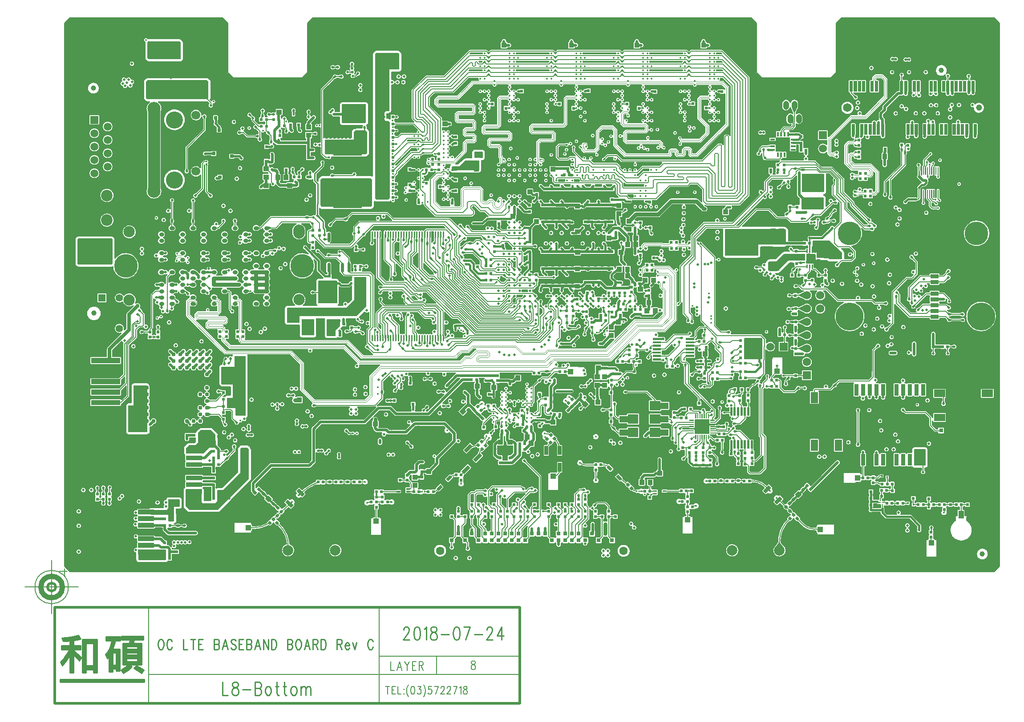
<source format=gbr>
G04 CAM350 V10.0.1 (Build 314) Date:  Fri Jul 27 19:02:57 2018 *
G04 Database: (Untitled) *
G04 Layer 10: L8 *
%FSLAX25Y25*%
%MOIN*%
%SFA1.000B1.000*%

%MIA0B0*%
%IPPOS*%
%ADD10C,0.00400*%
%ADD11C,0.00800*%
%ADD12C,0.01000*%
%ADD13C,0.00500*%
%ADD14C,0.01200*%
%ADD15C,0.02000*%
%ADD16C,0.04000*%
%ADD17C,0.00700*%
%ADD18C,0.00600*%
%ADD19C,0.03000*%
%ADD70C,0.01400*%
%ADD71C,0.01500*%
%ADD20C,0.02362*%
%ADD21R,0.22835X0.22835*%
%ADD22C,0.31496*%
%ADD23C,0.03937*%
%ADD24C,0.06200*%
%ADD26C,0.07874*%
%ADD27C,0.05906*%
%ADD28C,0.06693*%
%ADD29C,0.04331*%
%ADD72C,0.05512*%
%ADD30C,0.02500*%
%ADD31C,0.00630*%
%ADD32C,0.00450*%
%ADD33C,0.08661*%
%ADD34C,0.06496*%
%ADD35C,0.04528*%
%ADD36C,0.17717*%
%ADD37C,0.08465*%
%ADD38R,0.06200X0.06200*%
%ADD39C,0.06000*%
%ADD40R,0.05905X0.05905*%
%ADD41C,0.09843*%
%ADD42C,0.12795*%
%ADD43C,0.06299*%
%ADD44C,0.20866*%
%ADD46C,0.05000*%
%ADD47C,0.00475*%
%ADD48C,0.01300*%
%ADD49C,0.09000*%
%ADD50C,0.00550*%
%ADD51R,0.02200X0.02200*%
%ADD52R,0.04724X0.04724*%
%ADD53R,0.03937X0.03937*%
%ADD54R,0.06299X0.06299*%
%ADD55R,0.08661X0.08661*%
%ADD56R,0.03622X0.03622*%
%ADD57R,0.04000X0.04000*%
%ADD58R,0.03400X0.03400*%
%ADD59R,0.02362X0.02362*%
%ADD60R,0.09055X0.09055*%
%ADD61C,0.03150*%
%ADD62R,0.07874X0.07874*%
%ADD63R,0.09500X0.09500*%
%ADD64R,0.04331X0.04331*%
%ADD65R,0.06000X0.06000*%
%ADD66R,0.00787X0.00787*%
%ADD67R,0.03150X0.03150*%
%ADD68R,0.05709X0.05709*%
%ADD69R,0.11811X0.11811*%
%ADD74R,0.05512X0.05512*%
%ADD75R,0.01378X0.01378*%
%ADD76R,0.00984X0.00984*%
%ADD77C,0.00984*%
%ADD78R,0.01181X0.01181*%
%ADD79R,0.02756X0.02756*%
%ADD80R,0.07087X0.07087*%
%ADD81C,0.03071*%
%ADD82R,0.03504X0.03504*%
%ADD83R,0.21063X0.21063*%
%ADD84R,0.10433X0.10433*%
%ADD85R,0.01575X0.01575*%
%ADD86C,0.02400*%
%ADD87R,0.00472X0.00472*%
%ADD88R,0.02441X0.02441*%
%LNL8*%
%LPD*%
G36*
X695629Y401D02*
G01X695616Y402D01*
X4357*
X4270Y413*
X4187Y439*
X4109Y478*
X4040Y531*
X4021Y548*
X4011Y559*
X549Y4021*
X534Y4037*
X481Y4106*
X441Y4184*
X414Y4267*
X403Y4353*
Y410630*
X404Y410648*
X414Y410734*
X440Y410818*
X479Y410895*
X532Y410965*
X548Y410983*
X4024Y414459*
X4091Y414514*
X4167Y414558*
X4249Y414587*
X4335Y414602*
X4361Y414603*
X4377Y414604*
X117631*
X117718Y414597*
X117802Y414574*
X117881Y414537*
X117953Y414487*
X117971Y414471*
X117985Y414458*
X121448Y410995*
X121458Y410986*
X121514Y410919*
X121558Y410843*
X121588Y410761*
X121603Y410676*
X121605Y410649*
Y374005*
X121611Y373936*
X121629Y373869*
X121659Y373805*
X121699Y373748*
X121715Y373731*
X125713Y369732*
X125723Y369723*
X125777Y369678*
X125837Y369643*
X125902Y369620*
X125971Y369607*
X126006Y369606*
X178006*
X178016Y369605*
X178085Y369613*
X178152Y369633*
X178214Y369664*
X178270Y369706*
X178287Y369721*
X182289Y373723*
X182333Y373777*
X182368Y373837*
X182391Y373903*
X182403Y373971*
X182405Y373995*
X182404Y374004*
Y410631*
X182412Y410718*
X182434Y410802*
X182471Y410881*
X182521Y410953*
X182548Y410982*
X186025Y414460*
X186092Y414515*
X186168Y414558*
X186250Y414587*
X186336Y414602*
X186376Y414603*
X513630*
X513649Y414602*
X513735Y414592*
X513818Y414566*
X513896Y414526*
X513965Y414473*
X513984Y414456*
X513993Y414446*
X517456Y410983*
X517469Y410969*
X517523Y410900*
X517563Y410823*
X517590Y410740*
X517602Y410653*
Y373993*
X517609Y373923*
X517629Y373857*
X517660Y373794*
X517701Y373738*
X517719Y373719*
X517728Y373709*
X521719Y369719*
X521726Y369710*
X521781Y369667*
X521842Y369634*
X521908Y369612*
X521977Y369602*
X522001Y369601*
X574010*
X574079Y369608*
X574146Y369628*
X574209Y369659*
X574265Y369700*
X578284Y373718*
X578329Y373772*
X578363Y373832*
X578387Y373898*
X578399Y373967*
X578400Y373991*
Y410627*
X578407Y410714*
X578430Y410798*
X578466Y410877*
X578516Y410948*
X578544Y410978*
X582021Y414455*
X582088Y414510*
X582164Y414554*
X582246Y414583*
X582332Y414597*
X582372Y414599*
X695626*
X695643Y414598*
X695730Y414587*
X695813Y414562*
X695891Y414522*
X695960Y414470*
X695979Y414452*
X699452Y410979*
X699465Y410965*
X699518Y410896*
X699559Y410818*
X699585Y410735*
X699597Y410649*
X699598Y410625*
Y383720*
X699597*
X699598Y383719*
Y4413*
X699601Y4373*
X699593Y4287*
X699570Y4202*
X699534Y4123*
X699484Y4052*
X699457Y4022*
X695980Y545*
X695912Y490*
X695837Y447*
X695754Y417*
X695669Y403*
X695629Y401*
G37*
%LPC*%
G36*
X10882Y32628D02*
G01X11151Y32700D01*
X11404Y32818*
X11632Y32978*
X11830Y33176*
X11990Y33404*
X12108Y33657*
X12180Y33926*
X12204Y34204*
X12180Y34482*
X12108Y34751*
X11990Y35004*
X11830Y35232*
X11788Y35280*
X11583Y35470*
X11348Y35620*
X11091Y35728*
X10819Y35789*
X10540Y35803*
X10264Y35767*
X9998Y35685*
X9750Y35557*
X9528Y35388*
X9338Y35183*
X9188Y34948*
X9080Y34691*
X9019Y34419*
X9004Y34204*
X9028Y33926*
X9100Y33657*
X9218Y33404*
X9378Y33176*
X9576Y32978*
X9804Y32818*
X10057Y32700*
X10326Y32628*
X10604Y32604*
X10882Y32628*
G37*
G36*
Y43429D02*
G01X11152Y43501D01*
X11404Y43619*
X11633Y43779*
X11830Y43976*
X11990Y44204*
X12108Y44457*
X12180Y44726*
X12204Y45004*
Y45005*
X12180Y45282*
X12108Y45552*
X11990Y45804*
X11830Y46033*
X11633Y46230*
X11404Y46390*
X11152Y46508*
X10882Y46580*
X10604Y46604*
X10326Y46580*
X10057Y46508*
X9804Y46390*
X9576Y46230*
X9379Y46033*
X9219Y45804*
X9101Y45552*
X9029Y45282*
X9004Y45004*
X9029Y44726*
X9101Y44457*
X9219Y44204*
X9379Y43976*
X9576Y43779*
X9804Y43619*
X10057Y43501*
X10327Y43429*
X10604Y43404*
X10882Y43429*
G37*
G36*
X14283Y59429D02*
G01X14552Y59501D01*
X14805Y59619*
X15033Y59779*
X15230Y59976*
X15390Y60205*
X15508Y60457*
X15580Y60727*
X15605Y61002*
Y61003*
Y61004*
Y61005*
X15580Y61282*
X15508Y61552*
X15390Y61805*
X15230Y62033*
X15033Y62230*
X14805Y62390*
X14552Y62508*
X14282Y62580*
X14005Y62605*
X13727Y62580*
X13457Y62508*
X13205Y62390*
X12976Y62230*
X12779Y62033*
X12619Y61805*
X12501Y61552*
X12429Y61282*
X12405Y61005*
X12429Y60727*
X12501Y60457*
X12619Y60205*
X12779Y59976*
X12976Y59779*
X13205Y59619*
X13457Y59501*
X13727Y59429*
X14005Y59405*
X14283Y59429*
G37*
G36*
X20281Y59427D02*
G01X20550Y59499D01*
X20803Y59617*
X21031Y59777*
X21228Y59974*
X21388Y60203*
X21506Y60455*
X21578Y60725*
X21603Y61002*
Y61003*
X21578Y61281*
X21506Y61550*
X21388Y61803*
X21228Y62031*
X21031Y62228*
X20803Y62388*
X20550Y62506*
X20281Y62578*
X20003Y62603*
X19725Y62578*
X19455Y62506*
X19203Y62388*
X18974Y62228*
X18777Y62031*
X18617Y61803*
X18499Y61550*
X18427Y61281*
X18403Y61005*
Y61004*
Y61003*
X18427Y60725*
X18499Y60455*
X18617Y60203*
X18777Y59974*
X18974Y59777*
X19203Y59617*
X19456Y59499*
X19725Y59427*
X20003Y59403*
X20281Y59427*
G37*
G36*
X29180Y49221D02*
G01X29453Y49276D01*
X29713Y49378*
X29951Y49523*
X30160Y49708*
X30334Y49926*
X30467Y50171*
X30556Y50435*
X30598Y50711*
X30591Y50990*
X30536Y51263*
X30434Y51523*
X30334Y51696*
X30323Y51713*
X30285Y51792*
X30276Y51817*
X30272Y51830*
X30236Y51940*
X30231Y51958*
X30214Y52044*
X30212Y52131*
X30226Y52217*
X30254Y52299*
X30297Y52376*
X30351Y52443*
X30417Y52500*
X30427Y52508*
X30434Y52513*
X30516Y52578*
X30585Y52656*
X30640Y52746*
X30678Y52843*
X30699Y52946*
X30702Y53012*
X30703Y53025*
Y55213*
Y55223*
X30692Y55327*
X30663Y55428*
X30617Y55522*
X30556Y55606*
X30517Y55647*
X30503Y55662*
X30448Y55730*
X30406Y55806*
X30378Y55889*
X30364Y55975*
X30366Y56062*
X30383Y56147*
X30415Y56229*
X30460Y56303*
X30516Y56368*
X30518Y56370*
X30587Y56448*
X30641Y56538*
X30679Y56635*
X30700Y56738*
X30704Y56803*
Y56814*
Y56815*
Y56816*
Y58978*
X30703Y59003*
X30702Y59014*
Y59015*
X30691Y59119*
X30662Y59219*
X30616Y59313*
X30554Y59398*
X30478Y59470*
X30392Y59528*
X30296Y59570*
X30282Y59575*
X30271Y59578*
X30190Y59610*
X30116Y59655*
X30050Y59713*
X29996Y59781*
X29954Y59857*
X29926Y59940*
X29913Y60026*
X29912Y60041*
Y60057*
Y60546*
Y60557*
X29919Y60644*
X29933Y60700*
X29936Y60713*
X30283Y61767*
X30286Y61776*
X30320Y61856*
X30339Y61888*
X30344Y61896*
X30477Y62141*
X30566Y62405*
X30608Y62681*
X30601Y62960*
X30546Y63233*
X30444Y63493*
X30298Y63731*
X30114Y63940*
X29896Y64114*
X29651Y64247*
X29387Y64336*
X29111Y64378*
X28832Y64371*
X28559Y64316*
X28299Y64214*
X28061Y64068*
X27852Y63884*
X27678Y63666*
X27544Y63421*
X27456Y63157*
X27414Y62881*
X27421Y62602*
X27476Y62329*
X27578Y62069*
X27678Y61896*
X27688Y61879*
X27727Y61801*
X27736Y61775*
X27740Y61763*
X28085Y60712*
X28090Y60695*
X28107Y60609*
X28110Y60556*
Y60544*
Y60061*
X28109Y60045*
X28099Y59958*
X28074Y59875*
X28034Y59797*
X27982Y59727*
X27919Y59668*
X27846Y59620*
X27766Y59586*
X27754Y59582*
X27741Y59578*
X27643Y59542*
X27553Y59489*
X27473Y59421*
X27406Y59341*
X27354Y59250*
X27319Y59152*
X27301Y59048*
X27299Y58999*
Y58987*
Y56799*
Y56789*
X27310Y56685*
X27338Y56584*
X27384Y56490*
X27445Y56405*
X27484Y56365*
X27498Y56351*
X27553Y56283*
X27595Y56206*
X27623Y56124*
X27637Y56038*
X27635Y55951*
X27619Y55865*
X27587Y55784*
X27543Y55709*
X27485Y55644*
X27483Y55642*
X27414Y55563*
X27360Y55474*
X27321Y55372*
X27317Y55359*
X27284Y55279*
X27237Y55205*
X27179Y55140*
X27110Y55087*
X27033Y55047*
X26949Y55020*
X26855Y55008*
X26839*
X26667*
X26656Y55007*
X26569Y55015*
X26485Y55037*
X26406Y55074*
X26334Y55124*
X26273Y55186*
X26223Y55257*
X26186Y55336*
X26180Y55352*
X26174Y55371*
X26137Y55468*
X26083Y55558*
X26021Y55632*
X26011Y55640*
X25954Y55706*
X25909Y55780*
X25877Y55862*
X25860Y55947*
X25858Y56034*
X25871Y56120*
X25899Y56203*
X25941Y56279*
X25995Y56347*
X26011Y56363*
X26013Y56364*
X26081Y56443*
X26135Y56533*
X26173Y56630*
X26193Y56733*
X26196Y56785*
Y56796*
Y58983*
Y58996*
X26187Y59100*
X26160Y59201*
X26115Y59296*
X26055Y59381*
X25981Y59455*
X25896Y59515*
X25801Y59559*
X25770Y59570*
X25759Y59573*
X25678Y59604*
X25603Y59648*
X25537Y59705*
X25482Y59773*
X25439Y59849*
X25411Y59931*
X25397Y60017*
X25396Y60036*
X25395Y60053*
Y60448*
Y60460*
X25402Y60547*
X25415Y60602*
X25420Y60616*
X25766Y61669*
X25769Y61679*
X25803Y61759*
X25827Y61799*
X25830Y61804*
X25963Y62049*
X26051Y62314*
X26092Y62590*
X26084Y62869*
X26028Y63142*
X25925Y63401*
X25779Y63639*
X25593Y63847*
X25375Y64020*
X25129Y64153*
X24865Y64241*
X24589Y64282*
X24310Y64274*
X24037Y64218*
X23778Y64115*
X23540Y63969*
X23332Y63783*
X23158Y63565*
X23026Y63319*
X22938Y63055*
X22897Y62779*
X22905Y62500*
X22961Y62227*
X23064Y61968*
X23154Y61810*
X23162Y61800*
X23203Y61723*
X23214Y61697*
X23220Y61680*
X23431Y61038*
Y61037*
X23432*
Y61036*
X23443Y61003*
X23566Y60630*
X23570Y60617*
X23590Y60532*
X23595Y60478*
X23596Y60461*
Y60066*
Y60054*
X23588Y59967*
X23566Y59883*
X23529Y59804*
X23479Y59733*
X23417Y59671*
X23346Y59621*
X23267Y59584*
X23232Y59573*
X23224Y59571*
X23127Y59532*
X23038Y59477*
X22960Y59408*
X22895Y59326*
X22845Y59234*
X22812Y59135*
X22797Y59031*
X22796Y59006*
Y59005*
Y58996*
Y56808*
X22797Y56797*
X22806Y56692*
X22833Y56591*
X22877Y56497*
X22937Y56411*
X22974Y56371*
X22982Y56363*
X23040Y56298*
X23085Y56223*
X23116Y56142*
X23134Y56056*
X23135Y55969*
X23122Y55883*
X23094Y55801*
X23052Y55724*
X22998Y55656*
X22981Y55639*
X22912Y55560*
X22858Y55471*
X22821Y55373*
X22800Y55271*
X22797Y55218*
X22798Y55208*
Y53021*
Y53008*
X22807Y52904*
X22834Y52803*
X22878Y52708*
X22938Y52622*
X23012Y52548*
X23098Y52488*
X23193Y52444*
X23294Y52417*
X23387Y52408*
X23398*
X25586*
X25598*
X25703Y52418*
X25804Y52445*
X25898Y52489*
X25984Y52549*
X26058Y52623*
X26118Y52708*
X26162Y52803*
X26176Y52845*
X26180Y52858*
X26213Y52939*
X26260Y53012*
X26319Y53077*
X26388Y53130*
X26465Y53170*
X26548Y53197*
X26640Y53208*
X26657Y53209*
X26829*
X26841*
X26928Y53202*
X27012Y53179*
X27091Y53142*
X27162Y53092*
X27224Y53031*
X27274Y52959*
X27311Y52880*
X27316Y52865*
X27322Y52846*
X27360Y52748*
X27413Y52658*
X27482Y52579*
X27557Y52517*
X27568Y52510*
X27636Y52456*
X27693Y52391*
X27739Y52316*
X27771Y52235*
X27788Y52150*
X27790Y52062*
X27777Y51976*
X27770Y51953*
X27766Y51938*
X27729Y51826*
X27726Y51816*
X27692Y51736*
X27673Y51704*
X27668Y51696*
X27535Y51451*
X27446Y51187*
X27404Y50911*
X27411Y50632*
X27466Y50359*
X27568Y50099*
X27713Y49861*
X27898Y49652*
X28116Y49478*
X28361Y49345*
X28625Y49256*
X28901Y49214*
X29180Y49221*
G37*
G36*
X33709Y49175D02*
G01X33982Y49231D01*
X34241Y49334*
X34479Y49480*
X34687Y49665*
X34860Y49884*
X34993Y50129*
X35081Y50394*
X35121Y50670*
X35113Y50949*
X35057Y51222*
X34954Y51481*
X34865Y51638*
X34857Y51649*
X34815Y51725*
X34805Y51750*
X34798Y51769*
X34745Y51929*
X34740Y51943*
X34720Y52028*
X34715Y52115*
X34726Y52201*
X34751Y52285*
X34790Y52363*
X34832Y52420*
X34894Y52482*
X34910Y52494*
X34913Y52497*
X34925Y52506*
Y52505*
X34927Y52507*
X34937Y52515*
X34942Y52517*
X35022Y52584*
X35091Y52663*
X35144Y52753*
X35181Y52851*
X35200Y52954*
X35203Y53002*
Y53012*
Y54599*
Y54600*
Y55201*
X35202Y55212*
X35193Y55316*
X35166Y55417*
X35122Y55512*
X35062Y55598*
X35025Y55638*
X35017Y55646*
X34959Y55711*
X34914Y55786*
X34882Y55867*
X34865Y55952*
X34863Y56039*
X34876Y56126*
X34904Y56208*
X34946Y56285*
X35001Y56353*
X35017Y56368*
X35018Y56369*
X35087Y56448*
X35141Y56538*
X35178Y56635*
X35198Y56738*
X35202Y56792*
X35201Y56801*
Y58989*
Y59001*
X35192Y59105*
X35165Y59206*
X35121Y59301*
X35061Y59387*
X34987Y59461*
X34901Y59521*
X34846Y59549*
X34835Y59553*
X34758Y59594*
X34689Y59648*
X34631Y59713*
X34584Y59786*
X34552Y59867*
X34534Y59952*
X34530Y59996*
X34529Y60014*
Y60914*
Y60915*
Y61252*
Y61264*
X34537Y61350*
X34559Y61435*
X34596Y61514*
X34646Y61585*
X34708Y61647*
X34742Y61673*
X34746Y61676*
X34959Y61856*
X35137Y62070*
X35275Y62312*
X35369Y62575*
X35417Y62850*
X35422Y62981*
Y62982*
X35398Y63260*
X35326Y63529*
X35208Y63782*
X35048Y64010*
X34851Y64208*
X34622Y64368*
X34369Y64486*
X34100Y64558*
X33822Y64582*
X33544Y64558*
X33275Y64486*
X33022Y64368*
X32794Y64208*
X32596Y64010*
X32436Y63782*
X32319Y63529*
X32246Y63260*
X32222Y62982*
X32246Y62704*
X32319Y62435*
X32436Y62182*
X32577Y61978*
X32608Y61948*
X32612Y61944*
X32663Y61873*
X32701Y61794*
X32724Y61710*
X32732Y61635*
X32733Y61618*
Y60103*
Y60091*
X32726Y60004*
X32703Y59920*
X32666Y59841*
X32616Y59770*
X32555Y59708*
X32483Y59658*
X32404Y59621*
X32311Y59597*
X32302Y59596*
X32201Y59569*
X32106Y59525*
X32021Y59466*
X31946Y59392*
X31886Y59306*
X31842Y59212*
X31814Y59111*
X31805Y59015*
Y59014*
Y59005*
Y56816*
Y56815*
Y56814*
Y56805*
X31814Y56701*
X31841Y56600*
X31886Y56505*
X31946Y56420*
X31982Y56380*
X31991Y56372*
X32048Y56306*
X32094Y56232*
X32125Y56151*
X32142Y56065*
X32144Y55978*
X32131Y55892*
X32103Y55809*
X32061Y55733*
X32007Y55665*
X31991Y55649*
X31990Y55648*
X31921Y55569*
X31867Y55480*
X31829Y55382*
X31809Y55280*
X31806Y55216*
Y55203*
Y53016*
X31805Y53005*
X31816Y52901*
X31845Y52800*
X31891Y52706*
X31952Y52622*
X32028Y52549*
X32089Y52505*
X32107Y52493*
X32174Y52438*
X32231Y52372*
X32276Y52297*
X32307Y52216*
X32323Y52130*
X32324Y52043*
X32310Y51957*
X32301Y51924*
X32298Y51914*
X32250Y51770*
X32245Y51757*
X32209Y51678*
X32191Y51649*
X32188Y51644*
X32055Y51399*
X31967Y51134*
X31927Y50858*
X31935Y50579*
X31991Y50306*
X32094Y50047*
X32240Y49809*
X32425Y49601*
X32644Y49428*
X32889Y49295*
X33154Y49207*
X33430Y49167*
X33709Y49175*
G37*
G36*
X41477Y53024D02*
G01X41747Y53096D01*
X41999Y53214*
X42228Y53374*
X42425Y53571*
X42585Y53799*
X42703Y54052*
X42775Y54322*
X42793Y54452*
Y54462*
X42808Y54548*
X42838Y54630*
X42881Y54706*
X42937Y54773*
X43004Y54829*
X43079Y54872*
X43161Y54902*
X43222Y54915*
X43232Y54916*
X43503Y54981*
X43759Y55091*
X43992Y55245*
X44195Y55436*
X44361Y55660*
X44486Y55909*
X44566Y56177*
X44598Y56454*
X44599Y56498*
Y56499*
X44575Y56777*
X44502Y57046*
X44385Y57299*
X44225Y57527*
X44027Y57725*
X43799Y57885*
X43546Y58002*
X43277Y58075*
X42999Y58099*
X42721Y58075*
X42452Y58002*
X42199Y57885*
X41970Y57725*
X41773Y57527*
X41613Y57299*
X41495Y57046*
X41423Y56777*
X41406Y56654*
Y56636*
X41391Y56551*
X41361Y56469*
X41317Y56393*
X41262Y56326*
X41195Y56270*
X41119Y56227*
X41038Y56197*
X40991Y56186*
X40977Y56184*
X40705Y56121*
X40448Y56012*
X40214Y55860*
X40010Y55670*
X39843Y55447*
X39716Y55199*
X39634Y54932*
X39600Y54655*
X39599Y54600*
Y54599*
X39624Y54322*
X39696Y54052*
X39814Y53799*
X39974Y53571*
X40171Y53374*
X40399Y53214*
X40652Y53096*
X40922Y53024*
X41199Y52999*
X41477Y53024*
G37*
G36*
X55968Y50845D02*
G01X56238Y50917D01*
X56490Y51035*
X56719Y51195*
X56916Y51392*
X57067Y51604*
X57187Y51855*
X57263Y52124*
X57290Y52420*
Y52421*
X57266Y52698*
X57194Y52968*
X57076Y53220*
X56916Y53449*
X56719Y53646*
X56490Y53806*
X56238Y53924*
X55968Y53996*
X55690Y54020*
X55412Y53996*
X55143Y53924*
X54890Y53806*
X54662Y53646*
X54465Y53449*
X54305Y53220*
X54187Y52968*
X54115Y52698*
X54090Y52420*
X54115Y52142*
X54187Y51873*
X54305Y51620*
X54465Y51392*
X54662Y51195*
X54890Y51035*
X55143Y50917*
X55412Y50845*
X55690Y50820*
X55968Y50845*
G37*
G36*
X69882Y50028D02*
G01X70151Y50100D01*
X70404Y50218*
X70632Y50378*
X70830Y50576*
X70990Y50804*
X71108Y51057*
X71180Y51326*
X71204Y51604*
X71180Y51882*
X71108Y52151*
X70990Y52404*
X70830Y52632*
X70632Y52830*
X70404Y52990*
X70151Y53108*
X69882Y53180*
X69604Y53204*
X69326Y53180*
X69057Y53108*
X68804Y52990*
X68576Y52830*
X68378Y52632*
X68228Y52420*
X68107Y52169*
X68032Y51900*
X68004Y51604*
X68028Y51326*
X68100Y51057*
X68218Y50804*
X68378Y50576*
X68576Y50378*
X68804Y50218*
X69057Y50100*
X69326Y50028*
X69604Y50004*
X69882Y50028*
G37*
G36*
X77824Y27156D02*
G01X98197D01*
X98209*
X98487Y27180*
X98756Y27252*
X99009Y27370*
X99237Y27530*
X99434Y27727*
X99594Y27956*
X99712Y28209*
X99784Y28478*
X99809Y28755*
Y28756*
X99784Y29034*
X99712Y29303*
X99594Y29556*
X99434Y29784*
X99237Y29982*
X99009Y30142*
X98756Y30259*
X98487Y30332*
X98209Y30356*
X78694*
X78677*
X78590Y30367*
X78507Y30392*
X78429Y30432*
X78359Y30484*
X78340Y30503*
X78331Y30513*
X77081Y31763*
X77067Y31778*
X77014Y31847*
X76973Y31924*
X76947Y32007*
X76935Y32093*
X76939Y32180*
X76957Y32265*
X76990Y32346*
X77037Y32420*
X77096Y32484*
X77165Y32537*
X77242Y32578*
X77325Y32604*
X77411Y32616*
X77498Y32612*
X77581Y32595*
X77599Y32589*
X77700Y32564*
X77796Y32556*
X77809*
X79996*
X80006Y32555*
X80110Y32566*
X80211Y32595*
X80305Y32641*
X80389Y32703*
X80462Y32778*
X80520Y32865*
X80563Y32960*
X80577Y33010*
X80579Y33019*
X80606Y33101*
X80648Y33178*
X80701Y33247*
X80766Y33305*
X80840Y33351*
X80921Y33383*
X81006Y33401*
X81066Y33405*
X81079*
X82704*
X82721Y33404*
X82808Y33393*
X82873Y33375*
X82886Y33370*
X83910Y33000*
X83929Y32992*
X84006Y32953*
X84026Y32940*
X84037Y32932*
X84280Y32795*
X84543Y32703*
X84818Y32658*
X85097Y32661*
X85371Y32713*
X85632Y32812*
X85852Y32939*
X85860Y32945*
X85936Y32987*
X85967Y32999*
X85976Y33002*
X87004Y33373*
X87017Y33377*
X87102Y33397*
X87174Y33402*
X87185*
X87698*
X87715*
X87801Y33391*
X87868Y33372*
X87880Y33368*
X88905Y32998*
X88922Y32991*
X89000Y32951*
X89020Y32937*
X89031Y32930*
X89274Y32793*
X89537Y32701*
X89812Y32656*
X90091Y32659*
X90365Y32711*
X90626Y32809*
X90866Y32951*
X91078Y33133*
X91254Y33349*
X91391Y33592*
X91483Y33855*
X91529Y34130*
X91525Y34409*
X91474Y34683*
X91375Y34944*
X91233Y35184*
X91051Y35396*
X90835Y35572*
X90592Y35709*
X90329Y35801*
X90054Y35847*
X89775Y35843*
X89501Y35792*
X89240Y35693*
X89024Y35568*
X89020Y35565*
X88944Y35521*
X88916Y35509*
X88904Y35505*
X87875Y35133*
X87866Y35130*
X87782Y35108*
X87712Y35101*
X87696Y35100*
X87182*
X87171*
X87084Y35107*
X87018Y35124*
X87001Y35129*
X85975Y35499*
X85963Y35503*
X85884Y35540*
X85864Y35552*
X85847Y35563*
X85605Y35701*
X85343Y35796*
X85068Y35843*
X84789Y35842*
X84514Y35793*
X84253Y35697*
X84025Y35566*
X84021Y35562*
X83945Y35519*
X83917Y35507*
X83905Y35503*
X82875Y35131*
X82867Y35128*
X82782Y35105*
X82713Y35098*
X82697*
X82209*
X82198*
X82111Y35105*
X82027Y35128*
X81948Y35164*
X81876Y35214*
X81815Y35276*
X81765Y35348*
X81728Y35426*
X81705Y35511*
X81698Y35598*
X81705Y35684*
X81728Y35769*
X81765Y35848*
X81815Y35919*
X81876Y35981*
X81948Y36031*
X82027Y36067*
X82058Y36078*
X82066Y36080*
X82390Y36208*
X82687Y36390*
X82948Y36621*
X83165Y36894*
X83332Y37200*
X83442Y37531*
X83493Y37876*
X83497Y37985*
Y37997*
Y46484*
Y46497*
X83504Y46583*
X83527Y46668*
X83564Y46747*
X83614Y46818*
X83675Y46880*
X83747Y46930*
X83826Y46966*
X83910Y46989*
X83997Y46997*
X84009Y46996*
X85746*
X85758*
X86105Y47029*
X86442Y47121*
X86757Y47270*
X87041Y47472*
X87286Y47720*
X87484Y48007*
X87630Y48324*
X87718Y48661*
X87746Y48984*
Y48996*
Y53483*
X87745Y53495*
X87715Y53843*
X87625Y54179*
X87477Y54495*
X87277Y54781*
X87031Y55027*
X86745Y55227*
X86429Y55375*
X86093Y55465*
X85757Y55495*
X85745*
X78034*
X78022*
X77674Y55464*
X77338Y55374*
X77022Y55227*
X76736Y55027*
X76490Y54780*
X76290Y54495*
X76142Y54179*
X76046Y53804*
X76043Y53788*
X76019Y53704*
X75982Y53626*
X75931Y53555*
X75869Y53494*
X75797Y53445*
X75717Y53409*
X75625Y53386*
X75609Y53383*
X75336Y53327*
X75076Y53224*
X74839Y53078*
X74631Y52893*
X74458Y52674*
X74325Y52428*
X74237Y52164*
X74197Y51888*
X74205Y51604*
X74263Y51331*
X74366Y51072*
X74513Y50835*
X74665Y50660*
X74675Y50652*
X74731Y50585*
X74776Y50510*
X74806Y50429*
X74822Y50343*
X74823Y50256*
X74809Y50170*
X74780Y50088*
X74737Y50012*
X74675Y49937*
X74673Y49936*
X74492Y49724*
X74350Y49483*
X74253Y49222*
X74202Y48948*
X74200Y48669*
X74246Y48394*
X74311Y48197*
X74316Y48185*
X74342Y48102*
X74353Y48016*
X74349Y47929*
X74330Y47844*
X74296Y47763*
X74249Y47690*
X74190Y47626*
X74121Y47573*
X74044Y47533*
X73961Y47507*
X73874Y47495*
X73853*
X73841*
X64995*
X64984Y47496*
X64637Y47463*
X64301Y47371*
X63986Y47222*
X63701Y47020*
X63652Y46977*
X63648Y46974*
X63578Y46922*
X63500Y46883*
X63417Y46858*
X63330Y46848*
X63316*
X63305*
X54972*
X54963*
X54859Y46837*
X54758Y46809*
X54664Y46763*
X54579Y46701*
X54507Y46626*
X54448Y46540*
X54405Y46444*
X54380Y46343*
X54373Y46258*
Y46242*
X54366Y46155*
X54343Y46071*
X54306Y45992*
X54256Y45921*
X54195Y45859*
X54123Y45809*
X54044Y45772*
X53960Y45750*
X53873Y45742*
X53786Y45750*
X53760Y45755*
X53748Y45758*
X53471Y45795*
X53193Y45784*
X52920Y45724*
X52662Y45618*
X52427Y45469*
X52220Y45281*
X52050Y45060*
X52016Y45004*
X51897Y44752*
X51823Y44483*
X51797Y44205*
X51820Y43927*
X51891Y43658*
X52007Y43404*
X52166Y43175*
X52362Y42977*
X52590Y42816*
X52842Y42696*
X53111Y42623*
X53389Y42597*
X53667Y42620*
X53865Y42667*
X53874Y42670*
X53959Y42689*
X54046Y42692*
X54133Y42681*
X54216Y42654*
X54293Y42614*
X54362Y42560*
X54420Y42496*
X54444Y42462*
X54455Y42444*
X54516Y42359*
X54526Y42347*
X54535Y42338*
X54588Y42269*
X54629Y42192*
X54655Y42109*
X54667Y42023*
X54664Y41936*
X54646Y41851*
X54613Y41770*
X54566Y41696*
X54538Y41662*
X54535Y41658*
X54471Y41576*
X54422Y41483*
X54410Y41454*
X54408Y41447*
X54372Y41367*
X54324Y41295*
X54263Y41232*
X54192Y41181*
X54114Y41143*
X54030Y41119*
X53944Y41110*
X53857Y41116*
X53784Y41134*
X53772Y41138*
X53499Y41197*
X53220Y41207*
X52944Y41169*
X52679Y41084*
X52432Y40954*
X52212Y40783*
X52024Y40576*
X51876Y40340*
X51771Y40082*
X51712Y39809*
X51701Y39530*
X51739Y39254*
X51824Y38989*
X51955Y38742*
X52126Y38522*
X52332Y38334*
X52568Y38186*
X52827Y38081*
X53099Y38022*
X53378Y38011*
X53654Y38049*
X53738Y38070*
X53747Y38073*
X53832Y38090*
X53919Y38092*
X54006Y38079*
X54088Y38051*
X54165Y38009*
X54232Y37954*
X54290Y37889*
X54335Y37814*
X54367Y37733*
X54379Y37682*
X54382Y37664*
X54406Y37562*
X54447Y37465*
X54492Y37393*
X54500Y37383*
X54547Y37310*
X54580Y37229*
X54599Y37144*
X54603Y37057*
X54591Y36970*
X54565Y36887*
X54524Y36810*
X54471Y36741*
X54407Y36682*
X54333Y36635*
X54253Y36602*
X54168Y36583*
X54081Y36580*
X53994Y36591*
X53911Y36617*
X53845Y36651*
X53833Y36658*
X53582Y36779*
X53313Y36853*
X53036Y36880*
X52757Y36859*
X52487Y36789*
X52234Y36674*
X52004Y36516*
X51804Y36320*
X51642Y36093*
X51522Y35842*
X51447Y35573*
X51420Y35280*
X51445Y35002*
X51517Y34733*
X51635Y34480*
X51795Y34252*
X51836Y34204*
X52041Y34015*
X52276Y33864*
X52533Y33756*
X52805Y33695*
X53084Y33682*
X53360Y33717*
X53627Y33800*
X53665Y33816*
X53673Y33820*
X53755Y33848*
X53842Y33862*
X53929Y33860*
X54014Y33844*
X54096Y33813*
X54170Y33768*
X54236Y33711*
X54291Y33643*
X54334Y33567*
X54362Y33485*
X54376Y33399*
X54377Y33382*
Y33364*
Y32762*
X54378Y32749*
X54387Y32645*
X54414Y32544*
X54458Y32449*
X54518Y32364*
X54592Y32290*
X54678Y32230*
X54772Y32185*
X54873Y32158*
X54968Y32149*
X54978Y32150*
X67013*
X67025*
X67130Y32159*
X67231Y32186*
X67326Y32230*
X67411Y32290*
X67485Y32364*
X67545Y32450*
X67589Y32545*
X67595Y32560*
X67599Y32573*
X67636Y32652*
X67686Y32723*
X67748Y32785*
X67819Y32835*
X67898Y32872*
X67982Y32895*
X68052Y32902*
X68070Y32903*
X72985*
X73003*
X73090Y32896*
X73174Y32873*
X73253Y32836*
X73325Y32786*
X73386Y32724*
X73436Y32653*
X73473Y32574*
X73496Y32490*
X73503Y32421*
Y32403*
Y31485*
X73504Y31474*
X73528Y31196*
X73600Y30926*
X73718Y30674*
X73878Y30445*
X73963Y30351*
X73973Y30343*
X76682Y27633*
X76692Y27624*
X76905Y27445*
X77147Y27305*
X77409Y27210*
X77684Y27161*
X77813Y27155*
X77824Y27156*
G37*
G36*
X22275Y188385D02*
G01X22905Y188467D01*
X23519Y188628*
X24108Y188864*
X24663Y189173*
X25175Y189549*
X25635Y189986*
X26037Y190477*
X26374Y191015*
X26640Y191592*
X26832Y192197*
X26947Y192821*
X26982Y193416*
Y193417*
X26942Y194051*
X26823Y194674*
X26626Y195278*
X26355Y195852*
X26014Y196387*
X25609Y196876*
X25145Y197310*
X24631Y197682*
X24074Y197986*
X23483Y198218*
X22867Y198374*
X22237Y198451*
X21602Y198449*
X20973Y198367*
X20358Y198206*
X19769Y197970*
X19214Y197661*
X18703Y197285*
X18242Y196848*
X17841Y196356*
X17504Y195818*
X17237Y195242*
X17045Y194637*
X16931Y194013*
X16895Y193417*
Y193416*
X16935Y192783*
X17055Y192160*
X17251Y191556*
X17522Y190982*
X17863Y190446*
X18269Y189958*
X18732Y189524*
X19247Y189152*
X19804Y188848*
X20395Y188616*
X21010Y188460*
X21640Y188382*
X22275Y188385*
G37*
G36*
X30911Y201687D02*
G01X31012Y201715D01*
X31106Y201761*
X31191Y201822*
X31263Y201898*
X31322Y201984*
X31365Y202080*
X31390Y202181*
X31398Y202266*
X31397Y202276*
Y207787*
X31399Y207814*
X31385Y207918*
X31354Y208018*
X31306Y208111*
X31242Y208194*
X31165Y208265*
X31077Y208321*
X30981Y208361*
X30879Y208384*
X30810Y208389*
X30799*
X25300*
X25287*
X25183Y208380*
X25082Y208353*
X24987Y208308*
X24901Y208248*
X24827Y208174*
X24767Y208089*
X24723Y207994*
X24696Y207893*
X24687Y207789*
Y207777*
Y202277*
X24686Y202267*
X24697Y202163*
X24726Y202062*
X24771Y201968*
X24833Y201883*
X24908Y201811*
X24994Y201752*
X25090Y201709*
X25191Y201684*
X25286Y201676*
X25298*
X30798*
X30807*
X30911Y201687*
G37*
G36*
X19927Y123989D02*
G01X41569D01*
X41580*
X41685Y123998*
X41756Y124015*
X41853Y124054*
X41942Y124110*
X42019Y124180*
X42084Y124262*
X42133Y124355*
X42165Y124454*
X42180Y124558*
X42181Y124601*
Y125181*
Y125197*
X42192Y125283*
X42217Y125367*
X42256Y125445*
X42308Y125514*
X42372Y125574*
X42445Y125622*
X42525Y125656*
X42577Y125670*
X42591Y125673*
X42742Y125715*
X42884Y125782*
X43012Y125873*
X43065Y125922*
X48003Y130860*
X48103Y130980*
X48182Y131116*
X48235Y131263*
X48263Y131418*
X48266Y131496*
Y131508*
Y155195*
Y155196*
Y155197*
Y168799*
Y168800*
Y168801*
Y169309*
X48267Y169325*
X48277Y169412*
X48303Y169495*
X48342Y169573*
X48394Y169642*
X48413Y169662*
X51255Y172505*
X53950Y175199*
X54051Y175319*
X54129Y175455*
X54183Y175603*
X54210Y175757*
X54214Y175824*
X54213Y175835*
Y179494*
Y179495*
Y179496*
Y180713*
Y180726*
X54221Y180813*
X54243Y180897*
X54280Y180976*
X54330Y181047*
X54358Y181079*
X56090Y182810*
X56157Y182866*
X56232Y182909*
X56314Y182939*
X56400Y182954*
X56442Y182955*
X56455*
X58345*
X58356*
X58512Y182970*
X58663Y183013*
X58743Y183048*
X58754Y183053*
X58836Y183082*
X58922Y183097*
X59009*
X59095Y183081*
X59177Y183051*
X59252Y183008*
X59319Y182951*
X59375Y182884*
X59418Y182809*
X59426Y182791*
X59431Y182778*
X59562Y182532*
X59734Y182312*
X59941Y182125*
X60177Y181978*
X60436Y181873*
X60709Y181815*
X60988Y181806*
X61264Y181844*
X61529Y181931*
X61775Y182062*
X61995Y182233*
X62182Y182441*
X62329Y182677*
X62434Y182936*
X62492Y183209*
X62504Y183403*
Y183404*
X62479Y183681*
X62407Y183951*
X62289Y184203*
X62129Y184432*
X61932Y184629*
X61704Y184789*
X61451Y184907*
X61181Y184979*
X60903Y185003*
X60626Y184979*
X60542Y184962*
X60529Y184959*
X60443Y184946*
X60356Y184948*
X60271Y184965*
X60189Y184997*
X60115Y185043*
X60050Y185101*
X59996Y185169*
X59954Y185245*
X59926Y185328*
X59913Y185414*
Y185445*
Y185458*
Y192743*
Y192754*
X59898Y192910*
X59855Y193061*
X59787Y193203*
X59695Y193330*
X59650Y193380*
X59640Y193390*
X58213Y194817*
X58200Y194831*
X58146Y194900*
X58120Y194946*
X58115Y194958*
X57616Y195944*
X57608Y195961*
X57579Y196043*
X57573Y196071*
X57571Y196083*
X57490Y196350*
X57364Y196598*
X57197Y196822*
X56993Y197012*
X56760Y197165*
X56643Y197222*
X56625Y197230*
X56550Y197275*
X56484Y197332*
X56429Y197399*
X56386Y197476*
X56358Y197558*
X56344Y197644*
X56345Y197731*
X56361Y197817*
X56392Y197898*
X56412Y197935*
X56415Y197941*
X56573Y198271*
X56670Y198624*
X56705Y198989*
X56676Y199354*
X56584Y199708*
X56432Y200041*
X56224Y200342*
X55967Y200603*
X55669Y200815*
X55339Y200973*
X54986Y201070*
X54622Y201105*
X54257Y201076*
X53902Y200984*
X53569Y200832*
X53500Y200791*
X53492Y200786*
X53413Y200748*
X53329Y200725*
X53242Y200717*
X53155Y200724*
X53071Y200745*
X52992Y200782*
X52920Y200831*
X52858Y200892*
X52807Y200963*
X52769Y201042*
X52746Y201126*
X52738Y201212*
X52745Y201299*
X52766Y201384*
X52787Y201432*
X52790Y201439*
X53021Y202017*
X53175Y202619*
X53251Y203235*
X53248Y203857*
X53164Y204473*
X53003Y205073*
X52765Y205647*
X52456Y206186*
X52080Y206681*
X51644Y207123*
X51154Y207506*
X50620Y207823*
X50049Y208069*
X49452Y208240*
X48837Y208332*
X48216Y208345*
X47598Y208278*
X46994Y208132*
X46413Y207910*
X45866Y207615*
X45362Y207252*
X44908Y206828*
X44753Y206655*
X44750Y206652*
X44688Y206591*
X44616Y206542*
X44537Y206506*
X44453Y206484*
X44366Y206477*
X44279Y206485*
X44195Y206508*
X44116Y206546*
X44045Y206596*
X43984Y206658*
X43949Y206707*
X43938Y206725*
X43643Y207151*
X43287Y207526*
X42877Y207843*
X42423Y208092*
X41937Y208269*
X41428Y208369*
X40911Y208389*
X40397Y208330*
X39898Y208192*
X39426Y207979*
X39156Y207814*
X38751Y207492*
X38400Y207111*
X38113Y206681*
X37894Y206211*
X37751Y205714*
X37686Y205200*
X37700Y204682*
X37794Y204173*
X37966Y203685*
X38210Y203228*
X38522Y202815*
X38893Y202454*
X39316Y202155*
X39780Y201924*
X40273Y201768*
X40785Y201689*
X41303Y201690*
X41814Y201771*
X42307Y201929*
X42770Y202161*
X43036Y202340*
X43043Y202345*
X43119Y202389*
X43200Y202420*
X43286Y202435*
X43373Y202436*
X43459Y202422*
X43541Y202393*
X43617Y202350*
X43684Y202294*
X43741Y202228*
X43785Y202153*
X43811Y202086*
X43815Y202072*
X44039Y201493*
X44335Y200946*
X44698Y200442*
X45124Y199989*
X45604Y199594*
X46130Y199265*
X46695Y199005*
X47288Y198820*
X47900Y198713*
X48521Y198685*
X49140Y198737*
X49748Y198868*
X50334Y199076*
X50888Y199358*
X51033Y199447*
X51041Y199452*
X51119Y199491*
X51203Y199516*
X51289Y199526*
X51376Y199520*
X51461Y199500*
X51541Y199465*
X51614Y199417*
X51677Y199357*
X51729Y199287*
X51768Y199209*
X51793Y199125*
X51802Y199039*
X51797Y198952*
X51777Y198867*
X51742Y198787*
X51694Y198715*
X51656Y198672*
X46896Y193912*
X46689Y193665*
X46542Y193417*
X46426Y193116*
X46364Y192799*
X46354Y192604*
Y192592*
Y182177*
X46353Y182159*
X46342Y182073*
X46317Y181990*
X46277Y181912*
X46225Y181842*
X46208Y181825*
X45063Y180680*
X44996Y180624*
X44921Y180580*
X44839Y180551*
X44753Y180536*
X44666*
X44580Y180552*
X44498Y180582*
X44423Y180626*
X44356Y180682*
X44300Y180749*
X44257Y180825*
X44228Y180907*
X44213Y180993*
Y181080*
X44230Y181172*
X44234Y181185*
X44352Y181689*
X44391Y182206*
X44349Y182722*
X44229Y183225*
X44033Y183705*
X43766Y184148*
X43433Y184545*
X43044Y184886*
X42606Y185163*
X42132Y185369*
X41631Y185500*
X41116Y185553*
X40599Y185525*
X40092Y185419*
X39608Y185235*
X39157Y184980*
X38752Y184658*
X38401Y184278*
X38112Y183848*
X37893Y183378*
X37749Y182881*
X37683Y182368*
X37697Y181850*
X37790Y181341*
X37960Y180852*
X38204Y180395*
X38515Y179981*
X38886Y179620*
X39308Y179320*
X39771Y179089*
X40265Y178931*
X40776Y178852*
X41294*
X41806Y178932*
X42047Y178998*
X42060Y179002*
X42146Y179019*
X42233Y179020*
X42319Y179007*
X42401Y178978*
X42478Y178936*
X42545Y178881*
X42603Y178815*
X42647Y178740*
X42679Y178659*
X42695Y178574*
X42697Y178486*
X42683Y178400*
X42655Y178318*
X42612Y178242*
X42554Y178171*
X32313Y167929*
X32105Y167682*
X31944Y167402*
X31834Y167099*
X31779Y166781*
X31772Y166622*
X31771Y166610*
Y161120*
Y161103*
X31760Y161017*
X31735Y160933*
X31696Y160856*
X31643Y160786*
X31580Y160726*
X31507Y160679*
X31427Y160644*
X31342Y160625*
X31287Y160620*
X31271Y160619*
X19936*
X19924*
X19820Y160610*
X19719Y160583*
X19624Y160539*
X19538Y160479*
X19464Y160405*
X19404Y160319*
X19360Y160224*
X19333Y160123*
X19324Y160019*
Y160007*
Y156082*
X19323Y156072*
X19334Y155968*
X19363Y155867*
X19408Y155773*
X19470Y155689*
X19545Y155616*
X19631Y155557*
X19727Y155515*
X19828Y155489*
X19923Y155482*
X19935Y155481*
X41577*
X41586*
X41690Y155492*
X41791Y155521*
X41885Y155566*
X41969Y155628*
X42042Y155703*
X42101Y155790*
X42143Y155885*
X42169Y155986*
X42176Y156071*
Y156081*
Y160006*
Y160017*
X42167Y160122*
X42140Y160223*
X42095Y160317*
X42035Y160403*
X41961Y160477*
X41876Y160537*
X41781Y160581*
X41680Y160608*
X41586Y160617*
X41575*
X35980*
X35968*
X35882Y160624*
X35797Y160647*
X35718Y160684*
X35647Y160734*
X35585Y160795*
X35535Y160867*
X35499Y160946*
X35476Y161030*
X35469Y161099*
X35468Y161117*
Y165633*
Y165644*
X35475Y165731*
X35498Y165815*
X35535Y165894*
X35585Y165966*
X35613Y165997*
X35614Y165998*
X42417Y172801*
X42484Y172857*
X42559Y172900*
X42641Y172930*
X42727Y172945*
X42814*
X42900Y172930*
X42982Y172900*
X43057Y172857*
X43124Y172801*
X43180Y172734*
X43224Y172658*
X43253Y172578*
X43256Y172566*
X43354Y172305*
X43496Y172065*
X43678Y171853*
X43894Y171676*
X43935Y171649*
X43952Y171637*
X44019Y171581*
X44075Y171514*
X44118Y171439*
X44148Y171357*
X44163Y171271*
Y171184*
X44147Y171098*
X44118Y171016*
X44078Y170947*
X44075Y170942*
X43999Y170804*
X43948Y170656*
X43924Y170501*
X43922Y170441*
Y170428*
Y148096*
X43921Y148078*
X43911Y147991*
X43885Y147908*
X43846Y147830*
X43793Y147761*
X43775Y147742*
X41046Y145012*
X40979Y144956*
X40903Y144912*
X40821Y144883*
X40736Y144867*
X40709Y144866*
X40692Y144865*
X19930*
X19918*
X19813Y144856*
X19712Y144829*
X19618Y144785*
X19532Y144725*
X19458Y144651*
X19398Y144565*
X19354Y144470*
X19327Y144369*
X19318Y144265*
X19317Y144252*
Y140340*
Y140339*
X19318Y140328*
X19327Y140224*
X19354Y140123*
X19398Y140028*
X19458Y139942*
X19532Y139868*
X19618Y139808*
X19712Y139764*
X19813Y139737*
X19908Y139728*
X19918*
X41560*
X41572*
X41676Y139737*
X41777Y139764*
X41872Y139809*
X41957Y139869*
X42031Y139943*
X42091Y140028*
X42136Y140123*
X42163Y140224*
X42172Y140328*
Y140340*
Y143386*
X42173Y143402*
X42183Y143489*
X42208Y143572*
X42248Y143650*
X42300Y143720*
X42317Y143738*
X44550Y145970*
X44616Y146026*
X44692Y146070*
X44774Y146100*
X44859Y146115*
X44947*
X45032Y146100*
X45114Y146070*
X45190Y146026*
X45257Y145970*
X45313Y145904*
X45356Y145828*
X45386Y145746*
X45401Y145660*
X45403Y145634*
Y145617*
Y141715*
X45404Y141703*
X45396Y141616*
X45373Y141532*
X45337Y141453*
X45287Y141382*
X45258Y141351*
X41047Y137139*
X40980Y137083*
X40904Y137040*
X40822Y137010*
X40736Y136995*
X40694Y136994*
X40681*
X19921*
X19910*
X19806Y136983*
X19706Y136954*
X19612Y136908*
X19527Y136847*
X19454Y136772*
X19396Y136685*
X19354Y136589*
X19328Y136488*
X19321Y136405*
Y136395*
Y132471*
X19322Y132458*
X19331Y132354*
X19358Y132253*
X19402Y132158*
X19462Y132072*
X19536Y131998*
X19622Y131938*
X19716Y131894*
X19818Y131867*
X19912Y131858*
X19922*
X41564*
X41576*
X41680Y131868*
X41781Y131895*
X41876Y131939*
X41961Y131999*
X42035Y132073*
X42095Y132159*
X42140Y132253*
X42167Y132354*
X42176Y132459*
Y132471*
Y135516*
X42177Y135533*
X42187Y135620*
X42213Y135703*
X42252Y135781*
X42304Y135850*
X42322Y135869*
X45608Y139155*
X45674Y139211*
X45750Y139254*
X45832Y139284*
X45918Y139299*
X46005*
X46091Y139284*
X46173Y139254*
X46248Y139211*
X46315Y139155*
X46371Y139088*
X46414Y139012*
X46444Y138930*
X46459Y138845*
X46461Y138820*
X46462Y138801*
Y132085*
Y132072*
X46454Y131985*
X46432Y131901*
X46395Y131822*
X46345Y131750*
X46317Y131719*
X43006Y128409*
X42939Y128353*
X42864Y128309*
X42782Y128279*
X42696Y128264*
X42609*
X42523Y128279*
X42441Y128309*
X42365Y128353*
X42299Y128409*
X42243Y128475*
X42199Y128551*
X42169Y128633*
X42164Y128654*
X42162Y128665*
X42129Y128764*
X42079Y128856*
X42013Y128938*
X41935Y129007*
X41846Y129062*
X41748Y129100*
X41646Y129121*
X41579Y129124*
X41566Y129125*
X19925*
X19915*
X19811Y129114*
X19710Y129085*
X19616Y129039*
X19532Y128978*
X19459Y128902*
X19401Y128815*
X19358Y128720*
X19333Y128618*
X19326Y128536*
Y128525*
Y124601*
Y124589*
X19336Y124484*
X19363Y124383*
X19407Y124289*
X19467Y124203*
X19541Y124129*
X19626Y124069*
X19721Y124025*
X19822Y123998*
X19917Y123989*
X19927*
G37*
G36*
X48211Y102775D02*
G01X61599D01*
X61611*
X61958Y102806*
X62295Y102896*
X62611Y103043*
X62896Y103243*
X63143Y103490*
X63343Y103775*
X63490Y104091*
X63581Y104428*
X63611Y104775*
Y104787*
Y108106*
X63612Y108122*
X63622Y108208*
X63647Y108292*
X63687Y108369*
X63739Y108439*
X63802Y108499*
X63875Y108547*
X63955Y108581*
X64040Y108601*
X64110Y108606*
X64122*
X64399Y108633*
X64668Y108708*
X64920Y108828*
X65146Y108990*
X65237Y109074*
X66612Y110449*
X66678Y110505*
X66754Y110548*
X66836Y110577*
X66896Y110589*
X66907Y110591*
X67269Y110675*
X67611Y110821*
X67923Y111025*
X68195Y111279*
X68418Y111577*
X68586Y111909*
X68694Y112265*
X68739Y112635*
X68740Y112704*
Y112705*
X68708Y113075*
X68611Y113435*
X68454Y113772*
X68240Y114077*
X67977Y114340*
X67672Y114554*
X67335Y114711*
X66975Y114808*
X66605Y114840*
X66234Y114808*
X65874Y114711*
X65537Y114554*
X65232Y114340*
X64969Y114077*
X64755Y113772*
X64583Y113394*
X64566Y113354*
X64555Y113336*
X64511Y113260*
X64456Y113193*
X64389Y113137*
X64314Y113094*
X64232Y113064*
X64146Y113048*
X64059*
X63973Y113063*
X63891Y113093*
X63815Y113136*
X63749Y113192*
X63692Y113259*
X63649Y113334*
X63619Y113416*
X63603Y113502*
X63601Y113546*
X63602Y113558*
Y116879*
Y116895*
X63612Y116981*
X63627Y117034*
X63629Y117042*
X63712Y117405*
X63730Y117777*
X63684Y118146*
X63627Y118359*
X63622Y118376*
X63605Y118462*
X63602Y118514*
X63603Y118527*
Y121880*
Y121898*
X63614Y121984*
X63628Y122035*
X63631Y122044*
X63713Y122407*
X63732Y122779*
X63685Y123148*
X63628Y123360*
X63623Y123379*
X63606Y123465*
X63604Y123515*
Y123528*
Y126881*
X63605Y126898*
X63615Y126985*
X63629Y127037*
X63632Y127045*
X63715Y127408*
X63733Y127780*
X63686Y128149*
X63629Y128361*
X63624Y128380*
X63607Y128466*
X63605Y128517*
Y128529*
Y131882*
X63606Y131900*
X63616Y131987*
X63630Y132038*
X63633Y132047*
X63716Y132410*
X63734Y132782*
X63688Y133151*
X63631Y133363*
X63625Y133382*
X63609Y133468*
X63606Y133518*
X63607Y133531*
Y136884*
Y136901*
X63618Y136987*
X63631Y137039*
X63635Y137048*
X63717Y137411*
X63735Y137783*
X63689Y138152*
X63632Y138364*
X63626Y138382*
X63610Y138468*
X63607Y138519*
X63608Y138532*
Y138904*
Y138916*
X63576Y139263*
X63483Y139599*
X63334Y139914*
X63133Y140199*
X62885Y140444*
X62598Y140642*
X62281Y140787*
X61944Y140876*
X61608Y140904*
X61595*
X52113*
X52101Y140905*
X51754Y140872*
X51418Y140780*
X51103Y140631*
X50818Y140429*
X50573Y140181*
X50375Y139894*
X50230Y139577*
X50141Y139240*
X50113Y138916*
Y138905*
Y126515*
X50114Y126504*
X50106Y126417*
X50084Y126333*
X50047Y126254*
X49997Y126182*
X49935Y126121*
X49864Y126071*
X49785Y126034*
X49701Y126011*
X49614Y126004*
X49602*
X48210*
X48199*
X47852Y125972*
X47515Y125880*
X47200Y125731*
X46916Y125529*
X46671Y125281*
X46472Y124995*
X46327Y124678*
X46238Y124341*
X46210Y124016*
Y124015*
Y124014*
Y124005*
Y104787*
Y104775*
X46241Y104427*
X46331Y104091*
X46478Y103775*
X46678Y103489*
X46925Y103243*
X47210Y103043*
X47526Y102895*
X47863Y102805*
X48199Y102775*
X48211*
G37*
G36*
X112711Y73308D02*
G01X112812Y73337D01*
X112906Y73383*
X112990Y73444*
X113063Y73519*
X113122Y73606*
X113164Y73701*
X113190Y73803*
X113197Y73887*
Y73897*
Y76084*
Y76097*
X113187Y76201*
X113160Y76302*
X113147Y76335*
X113142Y76346*
X113113Y76428*
X113098Y76514*
X113097Y76536*
X113096Y76554*
Y78026*
Y78039*
X113103Y78126*
X113126Y78210*
X113163Y78289*
X113213Y78360*
X113274Y78422*
X113346Y78472*
X113425Y78509*
X113509Y78531*
X113596Y78539*
X113683Y78531*
X113767Y78509*
X113846Y78472*
X113909Y78428*
X113919Y78420*
X114007Y78364*
X114103Y78324*
X114205Y78301*
X114285Y78295*
X114298*
X116485*
X116495*
X116599Y78306*
X116700Y78335*
X116794Y78380*
X116878Y78442*
X116951Y78517*
X117010Y78604*
X117052Y78699*
X117077Y78801*
X117084Y78873*
Y78883*
X117094Y78970*
X117118Y79054*
X117156Y79132*
X117207Y79203*
X117270Y79263*
X117284Y79274*
X117289Y79277*
X117380Y79357*
X120558Y82535*
X120625Y82591*
X120677Y82624*
X120687Y82628*
X121679Y83129*
X121686Y83133*
X121767Y83165*
X121798Y83174*
X121812Y83177*
X122080Y83256*
X122330Y83380*
X122554Y83546*
X122746Y83748*
X122901Y83980*
X123012Y84236*
X123064Y84429*
X123067Y84443*
X123094Y84526*
X123108Y84555*
X123112Y84562*
X123612Y85554*
X123618Y85564*
X123665Y85637*
X123703Y85681*
X127633Y89610*
X127734Y89731*
X127813Y89866*
X127866Y90014*
X127893Y90168*
X127897Y90247*
Y90259*
Y91523*
X127898Y91540*
X127908Y91627*
X127923Y91679*
X127926Y91689*
X128272Y92743*
X128277Y92756*
X128314Y92835*
X128331Y92863*
X128335Y92869*
X128467Y93114*
X128555Y93379*
X128596Y93655*
X128599Y93748*
Y93749*
X128574Y94026*
X128502Y94296*
X128384Y94548*
X128224Y94777*
X128027Y94974*
X127798Y95134*
X127546Y95252*
X127276Y95324*
X126998Y95348*
X126721Y95324*
X126451Y95252*
X126198Y95134*
X125970Y94974*
X125773Y94777*
X125613Y94548*
X125495Y94296*
X125423Y94026*
X125398Y93748*
X125423Y93471*
X125495Y93201*
X125613Y92948*
X125666Y92864*
X125683Y92833*
X125719Y92753*
X125723Y92742*
X125727Y92730*
X126072Y91679*
X126078Y91660*
X126094Y91575*
X126097Y91523*
Y91510*
Y90827*
X126096Y90809*
X126085Y90722*
X126060Y90639*
X126020Y90561*
X125968Y90492*
X125951Y90474*
X122432Y86955*
X122365Y86899*
X122314Y86867*
X122304Y86862*
X121819Y86617*
X121812Y86614*
X121731Y86581*
X121646Y86563*
X121559Y86561*
X121473Y86573*
X121390Y86600*
X121313Y86641*
X121245Y86695*
X121187Y86760*
X121141Y86834*
X121108Y86915*
X121090Y87001*
X121088Y87087*
X121089Y87104*
Y87383*
X121041Y87657*
X121017Y87738*
X121012Y87750*
X120992Y87835*
X120987Y87922*
X120997Y88009*
X121022Y88092*
X121061Y88170*
X121113Y88240*
X121176Y88300*
X121249Y88348*
X121329Y88383*
X121413Y88403*
X121429Y88405*
X121440Y88406*
X121713Y88464*
X121971Y88569*
X122208Y88717*
X122415Y88904*
X122587Y89123*
X122717Y89370*
X122803Y89635*
X122842Y89911*
X122832Y90190*
X122774Y90463*
X122669Y90721*
X122521Y90958*
X122335Y91165*
X122115Y91337*
X121868Y91467*
X121603Y91553*
X121327Y91592*
X121048Y91582*
X120775Y91524*
X120517Y91419*
X120331Y91308*
X120323Y91303*
X120247Y91261*
X120216Y91249*
X120207Y91246*
X119178Y90874*
X119166Y90870*
X119081Y90850*
X119009Y90845*
X118997*
X117456*
X117439Y90846*
X117353Y90856*
X117269Y90882*
X117192Y90922*
X117122Y90974*
X117063Y91038*
X117015Y91111*
X116981Y91191*
X116970Y91232*
X116967Y91243*
X116933Y91341*
X116927Y91354*
X116920Y91372*
X116892Y91454*
X116881Y91528*
X116880Y91540*
X116831Y91814*
X116735Y92076*
X116596Y92317*
X116405Y92542*
X116395Y92552*
X114753Y94158*
X114739Y94171*
X114685Y94240*
X114644Y94316*
X114616Y94399*
X114603Y94485*
X114602Y94515*
X114603Y94528*
Y98247*
Y98248*
Y98249*
Y100498*
Y100499*
Y100500*
Y102190*
Y102202*
X114571Y102549*
X114478Y102885*
X114329Y103201*
X114128Y103485*
X114017Y103605*
X114007Y103616*
X113370Y104252*
X110867Y106755*
X110710Y106912*
X110701Y106922*
X110432Y107145*
X110129Y107317*
X109800Y107434*
X109457Y107492*
X109297Y107498*
X109284Y107499*
X102685*
X102673*
X102326Y107466*
X101990Y107374*
X101675Y107225*
X101375Y107010*
X99091Y105030*
X98849Y104779*
X98655Y104489*
X98513Y104171*
X98483Y104073*
X98480Y104064*
X98449Y103982*
X98405Y103908*
X98348Y103842*
X98280Y103786*
X98204Y103744*
X98122Y103715*
X98036Y103701*
X97999Y103700*
X97986*
X96000*
X95989*
X95885Y103689*
X95785Y103660*
X95750Y103646*
X95738Y103641*
X95655Y103614*
X95569Y103601*
X95542*
X95530*
X93159*
X93142Y103602*
X93055Y103612*
X92972Y103638*
X92951Y103647*
X92941Y103652*
X92841Y103685*
X92738Y103700*
X92702Y103702*
X92689*
X90502*
X90492*
X90388Y103691*
X90287Y103662*
X90193Y103616*
X90108Y103555*
X90036Y103480*
X89977Y103393*
X89935Y103297*
X89910Y103196*
X89902Y103113*
X89903Y103103*
Y100916*
Y100903*
X89912Y100799*
X89939Y100698*
X89952Y100664*
X89958Y100653*
X89987Y100571*
X90002Y100485*
X90003Y100462*
Y100445*
Y99217*
X90004Y99205*
X90028Y98927*
X90100Y98658*
X90218Y98405*
X90378Y98177*
X90575Y97980*
X90804Y97820*
X91056Y97702*
X91326Y97630*
X91604Y97605*
X91882Y97630*
X92151Y97702*
X92404Y97820*
X92632Y97980*
X92829Y98177*
X92989Y98405*
X93107Y98658*
X93179Y98927*
X93204Y99205*
Y99217*
Y99904*
X93205Y99920*
X93215Y100007*
X93240Y100090*
X93279Y100168*
X93332Y100238*
X93395Y100297*
X93468Y100345*
X93548Y100379*
X93633Y100399*
X93689Y100404*
X93705Y100405*
X95535*
X95547*
X95633Y100397*
X95717Y100375*
X95737Y100367*
X95755Y100360*
X95854Y100324*
X95957Y100307*
X95995Y100305*
X96005*
X97899*
X97911Y100306*
X97998Y100298*
X98082Y100275*
X98161Y100239*
X98233Y100189*
X98294Y100127*
X98344Y100056*
X98381Y99977*
X98404Y99892*
X98411Y99823*
Y99806*
Y97336*
Y97318*
X98400Y97232*
X98375Y97148*
X98335Y97071*
X98283Y97001*
X98266Y96983*
X97484Y96202*
X97417Y96146*
X97342Y96103*
X97260Y96073*
X97174Y96058*
X97149Y96057*
X97132Y96056*
X93154*
X93142*
X92795Y96026*
X92458Y95935*
X92142Y95788*
X91856Y95588*
X91728Y95470*
X90152Y93895*
X89928Y93628*
X89754Y93326*
X89635Y92998*
X89574Y92655*
X89567Y92481*
Y92480*
X89568Y92410*
Y92397*
X89693Y88835*
Y88823*
X89738Y88477*
X89842Y88144*
X90002Y87834*
X90213Y87557*
X90291Y87476*
X90306Y87461*
X90360Y87392*
X90401Y87315*
X90428Y87232*
X90440Y87146*
X90438Y87059*
X90420Y86974*
X90413Y86953*
X90410Y86946*
X90386Y86844*
X90379Y86754*
Y86743*
Y83250*
X90378Y83240*
X90389Y83136*
X90418Y83036*
X90464Y82942*
X90525Y82857*
X90538Y82842*
X90551Y82827*
X90602Y82756*
X90639Y82678*
X90663Y82594*
X90671Y82507*
X90665Y82420*
X90643Y82336*
X90607Y82256*
X90558Y82184*
X90538Y82162*
X90537Y82160*
X90473Y82077*
X90424Y81985*
X90392Y81885*
X90378Y81781*
Y81753*
Y81741*
Y78249*
X90377Y78239*
X90388Y78135*
X90417Y78034*
X90463Y77940*
X90524Y77856*
X90599Y77783*
X90686Y77724*
X90781Y77682*
X90883Y77656*
X90977Y77649*
X90989*
X103024*
X103034Y77648*
X103138Y77659*
X103239Y77688*
X103333Y77734*
X103417Y77795*
X103490Y77871*
X103549Y77957*
X103591Y78051*
X103593Y78058*
X103627Y78138*
X103676Y78211*
X103735Y78274*
X103805Y78326*
X103883Y78365*
X103967Y78390*
X104054Y78400*
X104067*
X104079*
X109400*
X109423Y78399*
X109510Y78387*
X109593Y78360*
X109670Y78320*
X109739Y78266*
X109797Y78202*
X109844Y78128*
X109877Y78047*
X109895Y77962*
X109899Y77899*
Y77887*
Y76557*
X109898Y76541*
X109888Y76454*
X109863Y76371*
X109853Y76349*
X109850Y76342*
X109816Y76243*
X109800Y76140*
X109798Y76098*
Y76086*
Y73898*
Y73888*
X109809Y73784*
X109837Y73684*
X109883Y73590*
X109944Y73505*
X110019Y73432*
X110106Y73374*
X110201Y73331*
X110303Y73305*
X110398Y73298*
X110409*
X112598*
X112607Y73297*
X112711Y73308*
G37*
G36*
X93515Y44604D02*
G01X114532D01*
X114544*
X114892Y44634*
X115229Y44725*
X115545Y44872*
X115830Y45072*
X115963Y45194*
X124107Y53388*
X124168Y53440*
X124174Y53445*
X124387Y53625*
X124568Y53841*
X124572Y53847*
X124624Y53908*
X138929Y68301*
X139152Y68569*
X139325Y68871*
X139443Y69199*
X139503Y69543*
X139510Y69710*
Y69721*
Y69722*
Y69723*
Y89503*
Y89504*
Y89505*
Y91154*
X139509Y91180*
X139478Y91528*
X139388Y91864*
X139241Y92180*
X139084Y92412*
X139075Y92423*
X138142Y93599*
X138133Y93610*
X137894Y93863*
X137614Y94071*
X137302Y94226*
X136968Y94326*
X136621Y94366*
X136577Y94367*
X136566Y94366*
X132664*
X132652*
X132305Y94336*
X131968Y94245*
X131652Y94098*
X131366Y93898*
X131238Y93780*
X131206Y93748*
X130568Y93110*
X130344Y92843*
X130169Y92541*
X130050Y92214*
X129990Y91870*
X129982Y91696*
Y91684*
Y74575*
X129981Y74558*
X129971Y74472*
X129945Y74388*
X129906Y74310*
X129854Y74241*
X129836Y74222*
X118272Y62562*
X118205Y62506*
X118130Y62462*
X118048Y62432*
X117963Y62416*
X117933Y62415*
X117917Y62414*
X114817*
X114805*
X114458Y62383*
X114121Y62293*
X113847Y62169*
X113841Y62166*
X113761Y62130*
X113676Y62110*
X113589Y62104*
X113503Y62113*
X113419Y62137*
X113341Y62176*
X113270Y62227*
X113210Y62290*
X113162Y62363*
X113126Y62442*
X113105Y62527*
X113100Y62587*
X113099Y62604*
Y63229*
Y63241*
X113106Y63327*
X113129Y63412*
X113139Y63437*
X113144Y63449*
X113179Y63547*
X113197Y63650*
X113199Y63688*
X113198Y63698*
Y65886*
Y65898*
X113189Y66002*
X113162Y66103*
X113118Y66198*
X113058Y66284*
X112984Y66358*
X112898Y66418*
X112803Y66462*
X112702Y66489*
X112608Y66498*
X112598*
X111949*
X111938*
X111851Y66505*
X111803Y66516*
X111785Y66521*
X111513Y66583*
X111309Y66597*
X111297*
X104081*
X104063Y66596*
X103977Y66604*
X103892Y66626*
X103813Y66663*
X103742Y66713*
X103680Y66775*
X103630Y66846*
X103596Y66919*
X103589Y66938*
X103547Y67034*
X103490Y67121*
X103468Y67147*
X103459Y67156*
X103406Y67224*
X103365Y67301*
X103338Y67384*
X103326Y67471*
X103330Y67558*
X103348Y67643*
X103381Y67724*
X103427Y67798*
X103455Y67831*
X103459Y67835*
X103523Y67918*
X103572Y68010*
X103585Y68045*
X103588Y68053*
X103623Y68133*
X103671Y68206*
X103731Y68269*
X103801Y68321*
X103879Y68360*
X103962Y68385*
X104049Y68395*
X104062*
X104075*
X109946*
X109972Y68393*
X110059Y68381*
X110137Y68356*
X110154Y68349*
X110253Y68314*
X110356Y68296*
X110395Y68294*
X110405Y68295*
X112593*
X112605*
X112709Y68304*
X112810Y68331*
X112905Y68375*
X112991Y68435*
X113065Y68509*
X113125Y68595*
X113169Y68690*
X113196Y68791*
X113205Y68895*
Y68907*
Y71095*
Y71105*
X113195Y71209*
X113166Y71310*
X113120Y71404*
X113059Y71489*
X112984Y71561*
X112897Y71620*
X112801Y71663*
X112700Y71688*
X112606Y71696*
X112593*
X110406*
X110396*
X110292Y71685*
X110191Y71656*
X110156Y71642*
X110145Y71637*
X110062Y71610*
X109976Y71597*
X109948Y71596*
X109936Y71597*
X104064*
X104039Y71598*
X103953Y71610*
X103870Y71636*
X103793Y71677*
X103724Y71731*
X103666Y71795*
X103619Y71869*
X103590Y71939*
X103586Y71951*
X103543Y72046*
X103484Y72132*
X103410Y72206*
X103325Y72267*
X103230Y72312*
X103130Y72340*
X103021Y72350*
X103008*
X90974*
X90964*
X90860Y72339*
X90759Y72310*
X90665Y72264*
X90581Y72203*
X90508Y72127*
X90450Y72041*
X90407Y71945*
X90382Y71844*
X90375Y71761*
Y71750*
Y68259*
Y68247*
X90384Y68143*
X90411Y68042*
X90455Y67947*
X90515Y67861*
X90527Y67848*
X90536Y67839*
X90589Y67770*
X90630Y67693*
X90656Y67610*
X90668Y67524*
X90665Y67437*
X90647Y67352*
X90614Y67271*
X90567Y67197*
X90539Y67163*
X90536Y67159*
X90472Y67077*
X90423Y66984*
X90391Y66885*
X90376Y66781*
Y66762*
Y66752*
Y63261*
Y63248*
X90381Y63171*
X90383Y63160*
X90389Y63073*
X90378Y62982*
X90374Y62969*
Y62965*
X90369Y62948*
X90364Y62938*
Y62937*
X90352Y62899*
X90313Y62821*
X90261Y62751*
X90197Y62692*
X90132Y62649*
X90126Y62645*
X89838Y62449*
X89589Y62205*
X89385Y61922*
X89235Y61607*
X89141Y61272*
X89106Y60914*
X89107Y60903*
Y56500*
Y56499*
Y56498*
Y49022*
Y49010*
X89137Y48663*
X89227Y48326*
X89375Y48010*
X89575Y47724*
X89683Y47606*
X89693Y47596*
X92090Y45199*
X92100Y45189*
X92367Y44965*
X92669Y44791*
X92997Y44672*
X93340Y44611*
X93503Y44604*
X93515*
G37*
G36*
X205651Y83905D02*
G01X205925Y83956D01*
X206186Y84053*
X206427Y84195*
X206639Y84376*
X206816Y84591*
X206953Y84834*
X207047Y85097*
X207093Y85372*
X207098Y85497*
Y85498*
X207073Y85775*
X207001Y86045*
X206883Y86297*
X206820Y86397*
X206813Y86408*
X206770Y86483*
X206740Y86565*
X206726Y86651*
X206724Y86692*
X206732Y86779*
X206754Y86863*
X206791Y86942*
X206808Y86969*
X206813Y86976*
X206951Y87219*
X207051Y87504*
X207093Y87780*
X207088Y88058*
X207034Y88332*
X206933Y88592*
X206789Y88831*
X206605Y89041*
X206388Y89216*
X206144Y89350*
X205880Y89440*
X205604Y89483*
X205326Y89478*
X205052Y89424*
X204792Y89323*
X204553Y89179*
X204343Y88995*
X204168Y88778*
X204034Y88534*
X203944Y88270*
X203901Y87994*
X203897Y87887*
X203921Y87609*
X203993Y87340*
X204111Y87087*
X204169Y86995*
X204182Y86977*
X204225Y86902*
X204255Y86819*
X204269Y86734*
Y86646*
X204253Y86561*
X204223Y86479*
X204182Y86408*
X204179Y86404*
X204042Y86161*
X203948Y85898*
X203902Y85623*
X203905Y85344*
X203956Y85070*
X204053Y84809*
X204195Y84568*
X204376Y84356*
X204591Y84179*
X204834Y84042*
X205097Y83948*
X205372Y83902*
X205651Y83905*
G37*
G36*
X246263Y85926D02*
G01X246533Y85994D01*
X246788Y86109*
X247018Y86266*
X247218Y86461*
X247380Y86688*
X247501Y86939*
X247577Y87208*
X247605Y87505*
X247580Y87782*
X247508Y88052*
X247390Y88305*
X247230Y88533*
X247033Y88730*
X246804Y88890*
X246552Y89008*
X246282Y89080*
X246004Y89105*
X245727Y89080*
X245457Y89008*
X245204Y88890*
X244976Y88730*
X244766Y88518*
X244760Y88511*
X244698Y88449*
X244627Y88400*
X244547Y88363*
X244463Y88341*
X244376Y88334*
X244290Y88342*
X244205Y88365*
X244127Y88402*
X244056Y88452*
X243992Y88517*
X243984Y88527*
X243788Y88725*
X243560Y88886*
X243308Y89005*
X243038Y89079*
X242761Y89104*
X242483Y89081*
X242213Y89010*
X241960Y88893*
X241731Y88734*
X241533Y88538*
X241372Y88310*
X241253Y88058*
X241179Y87788*
X241154Y87504*
X241178Y87226*
X241250Y86957*
X241368Y86704*
X241528Y86476*
X241726Y86278*
X241954Y86118*
X242207Y86000*
X242476Y85928*
X242754Y85904*
X243032Y85928*
X243301Y86000*
X243554Y86118*
X243782Y86278*
X243992Y86491*
X243996Y86495*
X244057Y86557*
X244129Y86607*
X244208Y86644*
X244292Y86666*
X244379Y86674*
X244465Y86667*
X244550Y86644*
X244629Y86607*
X244700Y86557*
X244754Y86506*
X244766Y86491*
X244961Y86291*
X245188Y86129*
X245439Y86008*
X245708Y85932*
X245985Y85905*
X246263Y85926*
G37*
G36*
X354654Y86101D02*
G01X354924Y86174D01*
X355176Y86293*
X355404Y86454*
X355600Y86652*
X355759Y86881*
X355876Y87134*
X355947Y87404*
X355970Y87675*
Y87676*
X355946Y87953*
X355874Y88223*
X355756Y88475*
X355596Y88704*
X355399Y88901*
X355170Y89061*
X354917Y89179*
X354648Y89251*
X354370Y89275*
X354092Y89251*
X353823Y89179*
X353570Y89061*
X353342Y88901*
X353145Y88704*
X352985Y88475*
X352867Y88223*
X352795Y87953*
X352770Y87675*
X352795Y87398*
X352867Y87128*
X352985Y86875*
X353145Y86647*
X353347Y86446*
X353576Y86287*
X353829Y86170*
X354099Y86099*
X354377Y86075*
X354654Y86101*
G37*
G36*
X372279Y86691D02*
G01X372380Y86720D01*
X372474Y86765*
X372558Y86827*
X372631Y86902*
X372690Y86989*
X372732Y87084*
X372758Y87186*
X372765Y87269*
Y87280*
Y89966*
Y89967*
Y89968*
Y93004*
Y93005*
Y93006*
Y93973*
X372767Y94007*
Y94008*
X372753Y94112*
X372720Y94211*
X372671Y94303*
X372607Y94386*
X372529Y94456*
X372440Y94511*
X372343Y94550*
X372241Y94572*
X372168Y94576*
X372156*
X371484*
X371466Y94577*
X371379Y94588*
X371296Y94614*
X371218Y94653*
X371149Y94706*
X371089Y94770*
X371042Y94843*
X371011Y94916*
X371007Y94929*
X370642Y95874*
X370205Y96787*
X369696Y97663*
X369552Y97885*
X369011Y98639*
X368999Y98656*
X368955Y98731*
X368925Y98813*
X368909Y98899*
Y98986*
X368923Y99072*
X368953Y99154*
X368994Y99228*
X368997Y99232*
X369048Y99324*
X369082Y99423*
X369098Y99526*
X369096Y99631*
X369076Y99734*
X369038Y99831*
X368984Y99921*
X368924Y99991*
X368914Y100002*
X367921Y100994*
X367368Y101547*
X367360Y101557*
X367278Y101622*
X367186Y101672*
X367087Y101706*
X366984Y101722*
X366931Y101723*
X366913*
X366826Y101732*
X366742Y101756*
X366664Y101794*
X366593Y101845*
X366533Y101908*
X366484Y101980*
X366448Y102059*
X366427Y102144*
X366420Y102235*
X366421Y102245*
X366412Y102349*
X366386Y102451*
X366342Y102546*
X366282Y102632*
X366245Y102673*
X366235Y102683*
X364690Y104228*
X364682Y104237*
X364600Y104302*
X364509Y104353*
X364410Y104387*
X364307Y104403*
X364202Y104401*
X364099Y104381*
X364002Y104343*
X363912Y104289*
X363843Y104230*
X363484Y103871*
X363417Y103816*
X363341Y103772*
X363259Y103743*
X363173Y103729*
X363086*
X363000Y103745*
X362988Y103749*
X362975Y103753*
X362134Y103965*
X361568Y104062*
X361550Y104066*
X361466Y104088*
X361387Y104125*
X361316Y104176*
X361255Y104237*
X361212Y104297*
X361205Y104309*
X360996Y104588*
X360742Y104826*
X360451Y105017*
X360130Y105155*
X359791Y105235*
X359443Y105254*
X359097Y105213*
X358763Y105112*
X358452Y104955*
X358172Y104746*
X357934Y104492*
X357743Y104201*
X357605Y103880*
X357526Y103541*
X357505Y103256*
Y103255*
X357535Y102908*
X357626Y102571*
X357773Y102255*
X357973Y101970*
X358019Y101916*
X358029Y101907*
X358082Y101837*
X358122Y101760*
X358148Y101677*
X358159Y101590*
X358155Y101503*
X358133Y101410*
X358129Y101397*
X358037Y101060*
X358006Y100713*
X358035Y100366*
X358124Y100029*
X358270Y99712*
X358469Y99426*
X358714Y99178*
X358999Y98977*
X359268Y98847*
X359280Y98843*
X359358Y98804*
X359428Y98752*
X359452Y98730*
X359462Y98719*
X360867Y97314*
X360876Y97304*
X360958Y97239*
X361049Y97189*
X361148Y97155*
X361252Y97139*
X361305Y97138*
X361323*
X361410Y97129*
X361493Y97105*
X361572Y97067*
X361642Y97016*
X361703Y96953*
X361752Y96881*
X361788Y96802*
X361809Y96717*
X361815Y96626*
Y96616*
X361824Y96512*
X361850Y96411*
X361894Y96316*
X361953Y96230*
X361965Y96215*
X361978Y96200*
X362027Y96127*
X362063Y96048*
X362084Y95963*
X362090Y95876*
X362081Y95790*
X362057Y95706*
X362019Y95627*
X362002Y95601*
X361999Y95596*
X361506Y94825*
X361501Y94816*
X361448Y94746*
X361385Y94686*
X361312Y94639*
X361232Y94604*
X361147Y94584*
X361093Y94580*
X361075Y94579*
X359428*
X359415*
X359311Y94570*
X359210Y94543*
X359115Y94498*
X359029Y94438*
X358955Y94364*
X358895Y94279*
X358851Y94184*
X358824Y94083*
X358815Y93979*
Y93966*
Y87676*
Y87675*
Y87674*
Y87286*
Y87275*
X358825Y87171*
X358854Y87071*
X358900Y86977*
X358961Y86892*
X359036Y86819*
X359123Y86761*
X359219Y86718*
X359320Y86693*
X359415Y86685*
X359426*
X362170*
X362180*
X362284Y86696*
X362384Y86724*
X362478Y86770*
X362563Y86831*
X362636Y86907*
X362694Y86993*
X362737Y87089*
X362762Y87190*
X362770Y87275*
Y87284*
Y93264*
X362769Y93276*
X362777Y93362*
X362800Y93447*
X362825Y93504*
X362830Y93514*
X363267Y94253*
X363270Y94258*
X363323Y94327*
X363388Y94386*
X363461Y94433*
X363542Y94466*
X363627Y94484*
X363714Y94488*
X363801Y94476*
X363816Y94472*
X363827Y94469*
X363930Y94454*
X364035Y94457*
X364137Y94478*
X364235Y94516*
X364324Y94571*
X364390Y94627*
X365946Y96184*
X366013Y96264*
X366065Y96355*
X366101Y96453*
X366119Y96556*
Y96660*
X366101Y96763*
X366090Y96800*
X366086Y96810*
X366064Y96894*
X366057Y96981*
X366065Y97068*
X366088Y97152*
X366125Y97231*
X366176Y97302*
X366237Y97363*
X366309Y97413*
X366388Y97449*
X366473Y97472*
X366559Y97479*
X366646Y97471*
X366732Y97447*
X366742Y97443*
X366843Y97417*
X366948Y97409*
X367052Y97419*
X367152Y97447*
X367185Y97460*
X367269Y97485*
X367355Y97494*
X367442Y97489*
X367527Y97468*
X367607Y97433*
X367679Y97385*
X367742Y97325*
X367771Y97289*
X367779Y97277*
X368299Y96495*
X368750Y95672*
X369084Y94927*
X369090Y94909*
X369113Y94825*
X369120Y94738*
X369112Y94651*
X369090Y94567*
X369053Y94488*
X369003Y94417*
X368980Y94392*
X368978Y94390*
X368913Y94309*
X368862Y94218*
X368828Y94119*
X368812Y94015*
X368810Y93974*
Y93962*
Y87281*
Y87271*
X368821Y87167*
X368849Y87066*
X368895Y86972*
X368956Y86888*
X369031Y86815*
X369118Y86756*
X369214Y86714*
X369315Y86688*
X369410Y86681*
X369421Y86680*
X372166*
X372175*
X372279Y86691*
G37*
G36*
X175915Y87958D02*
G01X176178Y88052D01*
X176419Y88192*
X176633Y88371*
X176813Y88584*
X176953Y88825*
X177049Y89087*
X177097Y89362*
X177104Y89503*
Y89504*
X177079Y89782*
X177007Y90051*
X176889Y90304*
X176729Y90532*
X176532Y90729*
X176304Y90889*
X176051Y91007*
X175782Y91079*
X175504Y91104*
X175226Y91079*
X174956Y91007*
X174704Y90889*
X174475Y90729*
X174364Y90626*
X174362Y90624*
X174296Y90568*
X174221Y90523*
X174139Y90493*
X174053Y90477*
X173966Y90476*
X173880Y90490*
X173798Y90519*
X173722Y90562*
X173662Y90610*
X173647Y90624*
X173435Y90806*
X173195Y90947*
X172934Y91046*
X172660Y91097*
X172381Y91100*
X172106Y91054*
X171843Y90961*
X171600Y90824*
X171384Y90647*
X171203Y90435*
X171061Y90195*
X170963Y89934*
X170912Y89660*
X170904Y89505*
Y89504*
X170929Y89226*
X171001Y88957*
X171119Y88704*
X171279Y88476*
X171476Y88279*
X171704Y88119*
X171957Y88001*
X172226Y87929*
X172504Y87904*
X172782Y87929*
X173052Y88001*
X173304Y88119*
X173533Y88279*
X173645Y88383*
X173647Y88384*
X173713Y88441*
X173788Y88485*
X173870Y88516*
X173955Y88532*
X174043Y88533*
X174128Y88518*
X174211Y88490*
X174287Y88447*
X174361Y88384*
X174371Y88374*
X174584Y88194*
X174825Y88055*
X175087Y87959*
X175362Y87910*
X175641*
X175915Y87958*
G37*
G36*
X394033Y91429D02*
G01X394302Y91501D01*
X394555Y91619*
X394783Y91779*
X394980Y91976*
X395140Y92205*
X395258Y92458*
X395330Y92727*
X395355Y93004*
Y93005*
X395330Y93283*
X395258Y93552*
X395140Y93805*
X394980Y94033*
X394783Y94230*
X394555Y94390*
X394302Y94508*
X394033Y94580*
X393755Y94605*
X393477Y94580*
X393208Y94508*
X392955Y94390*
X392726Y94230*
X392508Y94008*
X392353Y93776*
X392240Y93521*
X392174Y93250*
X392155Y93005*
X392179Y92727*
X392251Y92458*
X392369Y92205*
X392529Y91976*
X392726Y91779*
X392955Y91619*
X393208Y91501*
X393477Y91429*
X393755Y91405*
X394033Y91429*
G37*
G36*
X454345Y88392D02*
G01X454615Y88464D01*
X454867Y88582*
X455096Y88742*
X455293Y88939*
X455453Y89167*
X455571Y89420*
X455643Y89690*
X455667Y89967*
Y89968*
X455643Y90245*
X455571Y90515*
X455453Y90767*
X455293Y90996*
X455096Y91193*
X454867Y91353*
X454615Y91471*
X454345Y91543*
X454067Y91567*
X453789Y91543*
X453520Y91471*
X453267Y91353*
X453039Y91193*
X452842Y90996*
X452682Y90767*
X452564Y90515*
X452492Y90245*
X452467Y89967*
X452492Y89690*
X452564Y89420*
X452682Y89167*
X452842Y88939*
X453039Y88742*
X453267Y88582*
X453520Y88464*
X453790Y88392*
X454067Y88367*
X454345Y88392*
G37*
G36*
X236531Y94729D02*
G01X236800Y94801D01*
X237053Y94919*
X237282Y95079*
X237479Y95276*
X237639Y95505*
X237757Y95757*
X237829Y96027*
X237853Y96305*
X237854Y96316*
Y96317*
Y96318*
Y96505*
Y96506*
Y96507*
X237853Y98481*
X237852Y98503*
X237828Y98780*
X237756Y99050*
X237638Y99303*
X237478Y99531*
X237281Y99728*
X237052Y99888*
X236800Y100006*
X236530Y100078*
X236252Y100102*
X235975Y100078*
X235705Y100006*
X235452Y99888*
X235224Y99728*
X235027Y99531*
X234867Y99302*
X234749Y99050*
X234677Y98780*
X234653Y98515*
X234652Y98514*
X234653*
Y98503*
Y96318*
Y96305*
X234677Y96027*
X234750Y95757*
X234867Y95505*
X235027Y95276*
X235225Y95079*
X235453Y94919*
X235706Y94801*
X235975Y94729*
X236253Y94705*
X236531Y94729*
G37*
G36*
X260049Y91931D02*
G01X260318Y92006D01*
X260569Y92127*
X260796Y92290*
X260991Y92489*
X261148Y92719*
X261263Y92973*
X261332Y93244*
X261354Y93503*
Y93504*
X261329Y93782*
X261257Y94051*
X261139Y94304*
X260979Y94532*
X260782Y94729*
X260554Y94889*
X260301Y95007*
X260037Y95079*
X260002Y95087*
X259914Y95119*
X259902Y95125*
X259026Y95536*
X259009Y95545*
X258935Y95592*
X258871Y95651*
X258818Y95720*
X258787Y95777*
X258781Y95789*
X258370Y96665*
X258363Y96682*
X258335Y96770*
X258330Y96789*
X258257Y97058*
X258138Y97310*
X257978Y97538*
X257780Y97735*
X257551Y97894*
X257298Y98011*
X257028Y98082*
X256750Y98106*
X256472Y98080*
X256203Y98007*
X255951Y97888*
X255723Y97728*
X255526Y97530*
X255367Y97301*
X255250Y97048*
X255179Y96778*
X255156Y96506*
Y96505*
X255167Y96317*
X255224Y96044*
X255327Y95785*
X255474Y95548*
X255660Y95340*
X255879Y95167*
X256125Y95035*
X256390Y94948*
X256472Y94931*
X256491Y94927*
X256575Y94900*
X256596Y94891*
X256609Y94884*
X257484Y94474*
X257502Y94464*
X257575Y94417*
X257639Y94359*
X257692Y94289*
X257723Y94233*
X257729Y94220*
X258140Y93345*
X258148Y93326*
X258175Y93243*
X258179Y93221*
X258181Y93208*
X258256Y92940*
X258377Y92688*
X258540Y92462*
X258739Y92267*
X258969Y92109*
X259223Y91994*
X259494Y91925*
X259772Y91904*
X260049Y91931*
G37*
G36*
X398152Y99025D02*
G01X398489Y99115D01*
X398805Y99262*
X399090Y99462*
X399337Y99709*
X399537Y99995*
X399684Y100310*
X399774Y100647*
X399805Y100994*
Y100995*
X399774Y101342*
X399684Y101679*
X399537Y101995*
X399337Y102280*
X399090Y102527*
X398804Y102727*
X398489Y102874*
X398152Y102964*
X397804Y102995*
X397457Y102964*
X397120Y102874*
X396804Y102727*
X396519Y102527*
X396272Y102280*
X396072Y101994*
X395925Y101679*
X395835Y101342*
X395805Y100994*
X395835Y100647*
X395925Y100310*
X396072Y99994*
X396272Y99709*
X396519Y99462*
X396805Y99262*
X397120Y99115*
X397457Y99025*
X397805Y98995*
X398152Y99025*
G37*
G36*
X411694Y94300D02*
G01X411960Y94384D01*
X412208Y94512*
X412429Y94682*
X412618Y94887*
X412768Y95122*
X412875Y95380*
X412936Y95652*
X412950Y95862*
Y95863*
X412925Y96141*
X412851Y96415*
X412733Y96667*
X412572Y96895*
X412374Y97092*
X412145Y97251*
X411892Y97368*
X411622Y97439*
X411344Y97463*
X411256Y97460*
X411226*
X411139Y97468*
X411055Y97491*
X410976Y97528*
X410905Y97579*
X410844Y97641*
X410794Y97712*
X410757Y97791*
X410735Y97876*
X410729Y97924*
X410728Y97942*
X410694Y98219*
X410612Y98486*
X410486Y98734*
X410318Y98957*
X410113Y99147*
X409879Y99298*
X409623Y99407*
X409351Y99470*
X409072Y99484*
X408795Y99450*
X408529Y99368*
X408280Y99242*
X408058Y99074*
X407868Y98869*
X407716Y98635*
X407607Y98379*
X407545Y98107*
X407529Y97886*
Y97885*
X407553Y97607*
X407626Y97338*
X407743Y97085*
X407903Y96857*
X408101Y96660*
X408329Y96500*
X408582Y96382*
X408851Y96310*
X409129Y96285*
X409222Y96288*
X409240*
X409327Y96283*
X409412Y96262*
X409492Y96227*
X409564Y96178*
X409627Y96118*
X409679Y96048*
X409717Y95970*
X409742Y95886*
X409751Y95806*
Y95795*
X409787Y95518*
X409871Y95252*
X409999Y95005*
X410169Y94783*
X410374Y94594*
X410609Y94444*
X410867Y94337*
X411139Y94277*
X411418Y94264*
X411694Y94300*
G37*
G36*
X416495Y94840D02*
G01X416765Y94913D01*
X417017Y95032*
X417245Y95193*
X417442Y95390*
X417601Y95619*
X417718Y95872*
X417789Y96142*
X417813Y96414*
Y96415*
X417788Y96693*
X417716Y96962*
X417598Y97215*
X417438Y97443*
X417241Y97641*
X417012Y97801*
X416760Y97918*
X416490Y97991*
X416212Y98015*
X415935Y97991*
X415665Y97918*
X415412Y97801*
X415184Y97641*
X414987Y97443*
X414827Y97215*
X414709Y96962*
X414637Y96693*
X414613Y96415*
X414637Y96137*
X414711Y95863*
X414829Y95610*
X414990Y95382*
X415188Y95186*
X415417Y95027*
X415670Y94910*
X415940Y94838*
X416218Y94815*
X416495Y94840*
G37*
G36*
X119780Y102677D02*
G01X120049Y102749D01*
X120302Y102867*
X120531Y103027*
X120728Y103224*
X120888Y103452*
X121006Y103705*
X121078Y103974*
X121102Y104252*
Y104253*
X121078Y104530*
X121006Y104799*
X120888Y105052*
X120728Y105281*
X120531Y105478*
X120302Y105638*
X120049Y105756*
X119780Y105828*
X119502Y105852*
X119224Y105828*
X118955Y105756*
X118702Y105638*
X118474Y105478*
X118277Y105281*
X118117Y105052*
X117999Y104799*
X117927Y104530*
X117902Y104252*
X117927Y103974*
X117999Y103705*
X118117Y103452*
X118277Y103224*
X118474Y103027*
X118702Y102867*
X118955Y102749*
X119224Y102677*
X119502Y102652*
X119780Y102677*
G37*
G36*
X123276Y98923D02*
G01X123546Y98995D01*
X123799Y99113*
X124027Y99273*
X124224Y99470*
X124384Y99699*
X124502Y99951*
X124574Y100221*
X124597Y100415*
Y100426*
X124608Y100513*
X124635Y100596*
X124675Y100673*
X124728Y100742*
X124792Y100801*
X124866Y100848*
X124947Y100881*
X125032Y100900*
X125119Y100903*
X125133*
X125144Y100901*
X125423Y100908*
X125696Y100962*
X125956Y101063*
X126195Y101208*
X126404Y101392*
X126579Y101609*
X126713Y101854*
X126802Y102118*
X126845Y102394*
X126848Y102497*
Y102498*
X126824Y102776*
X126752Y103045*
X126634Y103298*
X126474Y103526*
X126277Y103724*
X126048Y103884*
X125795Y104002*
X125526Y104074*
X125248Y104098*
X124970Y104074*
X124701Y104002*
X124448Y103884*
X124220Y103724*
X124022Y103526*
X123862Y103298*
X123745Y103045*
X123672Y102776*
X123651Y102590*
Y102571*
X123639Y102484*
X123613Y102401*
X123572Y102324*
X123519Y102255*
X123455Y102196*
X123381Y102150*
X123301Y102116*
X123216Y102098*
X123132Y102094*
X123115*
X122836Y102090*
X122562Y102038*
X122301Y101939*
X122062Y101796*
X121851Y101613*
X121675Y101397*
X121539Y101153*
X121447Y100890*
X121403Y100614*
X121399Y100499*
X121423Y100221*
X121495Y99951*
X121613Y99699*
X121773Y99470*
X121970Y99273*
X122199Y99113*
X122451Y98995*
X122721Y98923*
X122999Y98899*
X123276Y98923*
G37*
G36*
X128026Y96672D02*
G01X128295Y96744D01*
X128548Y96862*
X128776Y97022*
X128973Y97219*
X129133Y97448*
X129251Y97701*
X129323Y97970*
X129348Y98247*
Y98248*
X129323Y98526*
X129251Y98795*
X129133Y99048*
X128973Y99276*
X128776Y99473*
X128548Y99633*
X128295Y99751*
X128026Y99823*
X127748Y99848*
X127470Y99823*
X127201Y99751*
X126948Y99633*
X126719Y99473*
X126522Y99276*
X126362Y99048*
X126244Y98795*
X126172Y98526*
X126148Y98248*
X126172Y97970*
X126244Y97701*
X126362Y97448*
X126522Y97219*
X126719Y97022*
X126948Y96862*
X127201Y96744*
X127470Y96672*
X127748Y96648*
X128026Y96672*
G37*
G36*
X435173Y99919D02*
G01X435442Y99991D01*
X435695Y100109*
X435923Y100269*
X436026Y100364*
X436873Y101210*
X436940Y101266*
X437015Y101309*
X437097Y101339*
X437183Y101354*
X437270Y101353*
X437356Y101338*
X437438Y101308*
X437513Y101264*
X437580Y101208*
X437636Y101141*
X437679Y101065*
X437708Y100983*
X437723Y100897*
X437725Y100855*
Y100842*
Y100589*
Y100577*
X437734Y100473*
X437761Y100372*
X437805Y100277*
X437865Y100191*
X437939Y100117*
X438025Y100057*
X438120Y100013*
X438221Y99986*
X438316Y99977*
X438325*
X446188*
X446200Y99978*
X446304Y99987*
X446405Y100014*
X446500Y100058*
X446585Y100118*
X446659Y100192*
X446719Y100278*
X446763Y100372*
X446790Y100473*
X446800Y100578*
Y100590*
Y100659*
X446801Y100676*
X446811Y100762*
X446836Y100846*
X446876Y100923*
X446928Y100993*
X446991Y101053*
X447064Y101100*
X447145Y101134*
X447229Y101154*
X447284Y101159*
X447300Y101160*
X452291*
X452303*
X452407Y101169*
X452508Y101196*
X452603Y101240*
X452689Y101300*
X452763Y101374*
X452823Y101460*
X452867Y101555*
X452894Y101656*
X452903Y101760*
Y101771*
Y106485*
X452905Y106511*
Y106512*
X452891Y106616*
X452860Y106715*
X452812Y106808*
X452748Y106891*
X452671Y106962*
X452583Y107018*
X452487Y107058*
X452385Y107081*
X452315Y107087*
X452305Y107086*
X447314*
X447302*
X447216Y107094*
X447131Y107116*
X447052Y107153*
X446981Y107203*
X446919Y107265*
X446869Y107336*
X446833Y107415*
X446810Y107499*
X446803Y107569*
X446802Y107586*
Y107655*
Y107666*
X446793Y107771*
X446766Y107872*
X446722Y107967*
X446662Y108052*
X446588Y108126*
X446502Y108186*
X446407Y108230*
X446306Y108257*
X446212Y108267*
X446202Y108266*
X438340*
X438327*
X438223Y108257*
X438122Y108230*
X438027Y108186*
X437942Y108126*
X437868Y108052*
X437808Y107966*
X437763Y107871*
X437736Y107770*
X437727Y107666*
Y107653*
Y106179*
X437726Y106161*
X437716Y106075*
X437690Y105991*
X437651Y105914*
X437598Y105844*
X437535Y105785*
X437462Y105737*
X437381Y105703*
X437306Y105685*
X437291Y105682*
X437018Y105623*
X436760Y105517*
X436525Y105367*
X436365Y105228*
X433764Y102626*
X433584Y102413*
X433445Y102171*
X433350Y101909*
X433301Y101634*
X433295Y101496*
Y101495*
X433319Y101217*
X433391Y100948*
X433509Y100695*
X433669Y100467*
X433867Y100269*
X434095Y100109*
X434348Y99991*
X434617Y99919*
X434895Y99895*
X435173Y99919*
G37*
G36*
X140457Y100666D02*
G01X140729Y100726D01*
X140987Y100832*
X141223Y100981*
X141429Y101168*
X141600Y101389*
X141729Y101636*
X141814Y101902*
X141852Y102178*
X141853Y102253*
Y102254*
X141829Y102531*
X141757Y102801*
X141639Y103053*
X141479Y103282*
X141282Y103479*
X141053Y103639*
X140801Y103757*
X140531Y103829*
X140253Y103853*
X139976Y103829*
X139706Y103757*
X139453Y103639*
X139392Y103602*
X139373Y103588*
X139296Y103547*
X139251Y103530*
X139242Y103527*
X138902Y103418*
X138887Y103414*
X138802Y103398*
X138715Y103396*
X138629Y103410*
X138598Y103419*
X138584Y103423*
X138248Y103531*
X138228Y103538*
X138149Y103575*
X138126Y103589*
X138115Y103597*
X137925Y103702*
X137906Y103711*
X137833Y103758*
X137768Y103817*
X137715Y103886*
X137675Y103963*
X137648Y104046*
X137637Y104132*
X137636Y104155*
X137644Y104242*
X137666Y104326*
X137703Y104405*
X137753Y104477*
X137815Y104538*
X137886Y104588*
X137965Y104625*
X138049Y104648*
X138088Y104653*
X138104Y104655*
X138380Y104697*
X138644Y104786*
X138889Y104920*
X139107Y105094*
X139291Y105304*
X139436Y105542*
X139537Y105802*
X139592Y106075*
X139598Y106354*
X139556Y106630*
X139466Y106894*
X139324Y107152*
X139313Y107170*
X139273Y107247*
X139268Y107262*
X139263Y107275*
X139197Y107455*
X139191Y107473*
X139172Y107558*
X139167Y107645*
X139178Y107732*
X139198Y107799*
X139201Y107809*
X139269Y107992*
X139274Y108005*
X139313Y108083*
X139325Y108102*
X139329Y108107*
X139464Y108351*
X139555Y108615*
X139584Y108756*
X139603Y109034*
X139573Y109311*
X139496Y109579*
X139373Y109830*
X139209Y110055*
X139008Y110248*
X138776Y110404*
X138525Y110516*
X138679*
X138524*
X138254Y110583*
X137975Y110603*
X137698Y110574*
X137430Y110497*
X137179Y110375*
X136954Y110211*
X136760Y110010*
X136604Y109779*
X136490Y109524*
X136423Y109254*
X136403Y108975*
X136432Y108698*
X136509Y108430*
X136632Y108179*
X136674Y108113*
X136681Y108103*
X136724Y108027*
X136731Y108011*
X136738Y107994*
X136804Y107813*
X136809Y107801*
X136831Y107717*
X136839Y107630*
X136832Y107543*
X136813Y107469*
X136809Y107457*
X136741Y107273*
X136738Y107265*
X136701Y107186*
X136688Y107163*
X136683Y107156*
X136540Y106899*
X136537Y106891*
X136496Y106815*
X136441Y106746*
X136376Y106689*
X136302Y106643*
X136221Y106611*
X136135Y106593*
X136048Y106591*
X135962Y106604*
X135879Y106631*
X135803Y106673*
X135734Y106727*
X135677Y106792*
X135631Y106866*
X135599Y106947*
X135585Y107010*
X135583Y107022*
X135513Y107292*
X135397Y107546*
X135238Y107775*
X135042Y107974*
X134815Y108135*
X134563Y108255*
X134294Y108329*
X134017Y108355*
X133739Y108333*
X133469Y108263*
X133215Y108147*
X132985Y107988*
X132787Y107792*
X132625Y107565*
X132506Y107313*
X132432Y107044*
X132405Y106755*
X132430Y106477*
X132502Y106208*
X132620Y105955*
X132780Y105727*
X132977Y105530*
X133205Y105370*
X133458Y105252*
X133727Y105180*
X134005Y105155*
X134283Y105180*
X134553Y105252*
X134805Y105370*
X135034Y105530*
X135231Y105727*
X135391Y105955*
X135474Y106119*
X135478Y106130*
X135522Y106206*
X135577Y106273*
X135644Y106329*
X135719Y106373*
X135801Y106403*
X135887Y106419*
X135974*
X136060Y106404*
X136142Y106375*
X136217Y106332*
X136284Y106276*
X136341Y106209*
X136385Y106134*
X136415Y106052*
X136423Y106018*
X136426Y106001*
X136495Y105730*
X136609Y105476*
X136766Y105245*
X136960Y105045*
X137186Y104882*
X137332Y104805*
X137350Y104795*
X137424Y104749*
X137488Y104690*
X137541Y104621*
X137582Y104544*
X137608Y104461*
X137620Y104374*
X137616Y104287*
X137610Y104252*
X137607Y104240*
X137606Y104235*
X137602Y104218*
X137598Y104210*
Y104209*
X137586Y104169*
X137547Y104091*
X137495Y104020*
X137432Y103960*
X137360Y103912*
X137280Y103877*
X137195Y103857*
X137169Y103854*
X137152Y103852*
X136876Y103810*
X136612Y103720*
X136368Y103587*
X136150Y103412*
X135966Y103203*
X135821Y102964*
X135720Y102705*
X135674Y102498*
X135656Y102220*
X135686Y101942*
X135764Y101675*
X135888Y101425*
X136053Y101200*
X136254Y101007*
X136486Y100852*
X136742Y100740*
X137013Y100674*
X137291Y100656*
X137568Y100686*
X137836Y100764*
X138086Y100888*
X138131Y100916*
X138140Y100922*
X138218Y100961*
X138253Y100974*
X138262Y100977*
X138602Y101086*
X138617Y101090*
X138702Y101106*
X138789Y101108*
X138875Y101094*
X138907Y101085*
X138919Y101081*
X139256Y100973*
X139275Y100966*
X139354Y100929*
X139378Y100915*
X139389Y100907*
X139636Y100777*
X139902Y100693*
X140178Y100655*
X140457Y100666*
G37*
G36*
X219304Y102236D02*
G01X219519Y102308D01*
X219718Y102416*
X219895Y102558*
X220045Y102727*
X220164Y102921*
X220247Y103132*
X220291Y103354*
X220300Y103499*
Y103500*
X220280Y103725*
X220221Y103944*
X220126Y104150*
X219996Y104335*
X219835Y104496*
X219650Y104626*
X219444Y104721*
X219225Y104780*
X219000Y104800*
X218774Y104780*
X218555Y104721*
X218350Y104626*
X218164Y104496*
X218004Y104335*
X217916Y104218*
X217901Y104198*
X217844Y104132*
X217776Y104077*
X217700Y104035*
X217618Y104006*
X217531Y103993*
X217444Y103994*
X217359Y104011*
X217277Y104042*
X217203Y104087*
X217137Y104144*
X217092Y104198*
X217080Y104215*
X216938Y104392*
X216768Y104542*
X216575Y104660*
X216364Y104743*
X216142Y104788*
X215916Y104794*
X215692Y104760*
X215477Y104688*
X215380Y104641*
X215374Y104638*
X215294Y104603*
X215271Y104596*
X215257Y104592*
X214628Y104432*
X214618Y104430*
X214532Y104416*
X214445Y104417*
X214391Y104425*
X214372Y104429*
X213747Y104588*
X213733Y104591*
X213651Y104619*
X213635Y104627*
X213617Y104636*
X213388Y104734*
X213375Y104737*
X213294Y104770*
X213261Y104789*
X213249Y104796*
X213071Y104905*
X213055Y104916*
X212987Y104970*
X212929Y105036*
X212882Y105114*
X212876Y105126*
X212605Y105684*
X212597Y105702*
X212569Y105784*
X212565Y105806*
X212563Y105818*
X212483Y106085*
X212358Y106334*
X212192Y106558*
X211989Y106750*
X211756Y106903*
X211500Y107014*
X211229Y107078*
X210950Y107095*
X210673Y107063*
X210406Y106983*
X210157Y106858*
X209933Y106692*
X209741Y106489*
X209588Y106256*
X209477Y106000*
X209413Y105729*
X209396Y105496*
Y105495*
X209420Y105218*
X209492Y104948*
X209610Y104695*
X209770Y104467*
X209967Y104270*
X210196Y104110*
X210448Y103992*
X210673Y103928*
X210685Y103926*
X210769Y103902*
X210789Y103894*
X210807Y103886*
X211365Y103615*
X211377Y103609*
X211452Y103564*
X211518Y103507*
X211575Y103436*
X211586Y103420*
X211695Y103242*
X211703Y103230*
X211741Y103152*
X211748Y103135*
X211754Y103116*
X211839Y102906*
X211959Y102714*
X212111Y102546*
X212290Y102406*
X212490Y102300*
X212706Y102230*
X212930Y102199*
X213156Y102207*
X213378Y102254*
X213613Y102352*
X213619Y102356*
X213699Y102391*
X213722Y102398*
X213736Y102402*
X214365Y102561*
X214375Y102564*
X214461Y102578*
X214549Y102577*
X214602Y102568*
X214621Y102564*
X215247Y102406*
X215260Y102403*
X215342Y102374*
X215359Y102367*
X215377Y102357*
X215585Y102267*
X215805Y102214*
X216031Y102199*
X216256Y102225*
X216474Y102289*
X216677Y102389*
X216859Y102524*
X217015Y102688*
X217082Y102780*
X217087Y102788*
X217143Y102855*
X217209Y102911*
X217284Y102956*
X217366Y102986*
X217452Y103002*
X217539Y103003*
X217625Y102988*
X217707Y102959*
X217783Y102916*
X217850Y102861*
X217904Y102798*
X217916Y102781*
X218058Y102604*
X218227Y102454*
X218421Y102336*
X218632Y102253*
X218854Y102208*
X219080Y102202*
X219304Y102236*
G37*
G36*
X174269Y108940D02*
G01X174539Y109012D01*
X174792Y109130*
X175020Y109290*
X175217Y109487*
X175377Y109716*
X175495Y109969*
X175567Y110238*
X175592Y110516*
X175567Y110794*
X175495Y111063*
X175377Y111316*
X175285Y111457*
X175275Y111473*
X175232Y111550*
X175204Y111632*
X175191Y111718*
X175193Y111805*
X175210Y111891*
X175241Y111972*
X175288Y112050*
X175291Y112054*
X175437Y112292*
X175539Y112551*
X175594Y112825*
X175604Y113004*
Y113005*
X175580Y113282*
X175508Y113551*
X175390Y113804*
X175230Y114033*
X175033Y114230*
X174804Y114390*
X174552Y114508*
X174282Y114580*
X174004Y114604*
X173726Y114580*
X173457Y114508*
X173204Y114390*
X172976Y114230*
X172779Y114033*
X172619Y113804*
X172501Y113551*
X172429Y113282*
X172404Y113004*
X172429Y112726*
X172501Y112457*
X172619Y112204*
X172711Y112063*
X172728Y112035*
X172768Y111957*
X172794Y111874*
X172805Y111788*
X172801Y111700*
X172782Y111615*
X172748Y111535*
X172712Y111476*
X172707Y111470*
X172561Y111232*
X172458Y110973*
X172402Y110700*
X172392Y110516*
X172416Y110238*
X172488Y109969*
X172606Y109716*
X172766Y109487*
X172963Y109290*
X173192Y109130*
X173444Y109012*
X173714Y108940*
X173992Y108916*
X174269Y108940*
G37*
G36*
X178533Y107180D02*
G01X178803Y107252D01*
X179056Y107370*
X179272Y107520*
X179275Y107522*
X179347Y107572*
X179426Y107608*
X179510Y107630*
X179597Y107637*
X179684Y107628*
X179768Y107605*
X179783Y107600*
X179796Y107594*
X179886Y107557*
X179905Y107548*
X179985Y107502*
X179997Y107493*
X180239Y107354*
X180501Y107260*
X180776Y107212*
X181055Y107213*
X181329Y107262*
X181591Y107358*
X181832Y107499*
X182045Y107679*
X182224Y107893*
X182363Y108135*
X182457Y108397*
X182505Y108672*
X182511Y108806*
Y108807*
X182486Y109084*
X182414Y109354*
X182296Y109607*
X182136Y109835*
X181939Y110032*
X181710Y110192*
X181458Y110310*
X181188Y110382*
X180910Y110407*
X180633Y110382*
X180363Y110310*
X180110Y110192*
X179988Y110114*
X179985Y110112*
X179910Y110068*
X179885Y110057*
X179877Y110054*
X179695Y109979*
X179683Y109975*
X179599Y109951*
X179513Y109942*
X179426Y109949*
X179341Y109970*
X179262Y110006*
X179208Y110041*
X179198Y110049*
X178959Y110193*
X178699Y110293*
X178425Y110347*
X178146Y110352*
X177871Y110309*
X177607Y110218*
X177363Y110083*
X177146Y109908*
X176962Y109698*
X176819Y109459*
X176718Y109199*
X176665Y108925*
X176656Y108756*
X176680Y108478*
X176752Y108208*
X176870Y107956*
X177030Y107727*
X177227Y107530*
X177456Y107370*
X177708Y107252*
X177978Y107180*
X178256Y107156*
X178533Y107180*
G37*
G36*
X185273Y114919D02*
G01X185542Y114991D01*
X185795Y115109*
X186023Y115269*
X186220Y115466*
X186380Y115695*
X186498Y115947*
X186570Y116217*
X186595Y116494*
Y116495*
X186570Y116773*
X186498Y117042*
X186380Y117295*
X186220Y117523*
X186023Y117720*
X185795Y117880*
X185542Y117998*
X185273Y118070*
X184995Y118095*
X184717Y118070*
X184447Y117998*
X184195Y117880*
X183966Y117720*
X183769Y117523*
X183609Y117295*
X183491Y117042*
X183419Y116773*
X183395Y116495*
X183419Y116217*
X183491Y115947*
X183609Y115695*
X183769Y115466*
X183966Y115269*
X184195Y115109*
X184448Y114991*
X184717Y114919*
X184995Y114895*
X185273Y114919*
G37*
G36*
X241006Y116071D02*
G01X241276Y116143D01*
X241528Y116261*
X241757Y116421*
X241954Y116618*
X242114Y116846*
X242232Y117099*
X242304Y117368*
X242328Y117646*
Y117647*
X242304Y117924*
X242232Y118194*
X242114Y118446*
X241954Y118675*
X241757Y118872*
X241528Y119032*
X241275Y119150*
X241006Y119222*
X240728Y119246*
X240450Y119222*
X240181Y119150*
X239928Y119032*
X239700Y118872*
X239503Y118675*
X239343Y118446*
X239225Y118194*
X239153Y117924*
X239128Y117646*
X239153Y117368*
X239225Y117099*
X239343Y116846*
X239503Y116618*
X239700Y116421*
X239928Y116261*
X240181Y116143*
X240450Y116071*
X240728Y116046*
X241006Y116071*
G37*
G36*
X281279Y117127D02*
G01X281549Y117200D01*
X281802Y117317*
X282030Y117477*
X282227Y117675*
X282387Y117903*
X282505Y118156*
X282577Y118425*
X282602Y118703*
Y118704*
X282577Y118981*
X282505Y119250*
X282387Y119503*
X282227Y119732*
X282030Y119929*
X281802Y120089*
X281549Y120207*
X281279Y120279*
X281002Y120303*
X280724Y120279*
X280454Y120207*
X280202Y120089*
X279973Y119929*
X279776Y119732*
X279616Y119503*
X279498Y119250*
X279426Y118981*
X279402Y118703*
X279426Y118425*
X279498Y118156*
X279616Y117903*
X279776Y117675*
X279973Y117477*
X280202Y117317*
X280454Y117200*
X280724Y117127*
X281002Y117103*
X281279Y117127*
G37*
G36*
X159641Y120452D02*
G01X159904Y120543D01*
X160149Y120678*
X160365Y120853*
X160549Y121063*
X160693Y121302*
X160793Y121563*
X160846Y121836*
X160852Y122115*
X160808Y122391*
X160718Y122654*
X160583Y122899*
X160427Y123095*
X160414Y123111*
X160363Y123181*
X160325Y123260*
X160302Y123344*
X160293Y123431*
X160300Y123518*
X160323Y123606*
X160326Y123614*
X160562Y124269*
X160565Y124278*
X160602Y124357*
X160619Y124386*
X160625Y124394*
X160679Y124477*
X160682Y124482*
X160733Y124553*
X160796Y124613*
X160868Y124662*
X160948Y124698*
X161032Y124719*
X161119Y124725*
X161206Y124716*
X161290Y124692*
X161368Y124653*
X161439Y124602*
X161499Y124540*
X161539Y124482*
X161546Y124471*
X161711Y124246*
X161914Y124054*
X162146Y123900*
X162402Y123789*
X162673Y123724*
X162952Y123707*
X163229Y123738*
X163496Y123817*
X163746Y123942*
X163970Y124108*
X164162Y124310*
X164316Y124542*
X164427Y124798*
X164492Y125069*
X164510Y125306*
Y125307*
X164486Y125584*
X164414Y125853*
X164296Y126106*
X164136Y126335*
X163939Y126532*
X163710Y126692*
X163457Y126810*
X163188Y126882*
X162910Y126906*
X162632Y126882*
X162363Y126810*
X162110Y126692*
X161882Y126532*
X161684Y126335*
X161539Y126130*
X161529Y126115*
X161475Y126046*
X161410Y125988*
X161336Y125941*
X161256Y125909*
X161170Y125890*
X161083Y125887*
X160997Y125899*
X160914Y125926*
X160837Y125967*
X160768Y126021*
X160710Y126086*
X160680Y126129*
X160674Y126140*
X160508Y126364*
X160306Y126557*
X160074Y126711*
X159818Y126822*
X159547Y126888*
X159269Y126905*
X158992Y126873*
X158724Y126795*
X158474Y126670*
X158250Y126505*
X158058Y126302*
X157904Y126070*
X157873Y126011*
X157870Y126005*
X157826Y125930*
X157768Y125864*
X157701Y125809*
X157625Y125767*
X157542Y125738*
X157456Y125724*
X157369Y125726*
X157284Y125742*
X157202Y125773*
X157127Y125818*
X157061Y125875*
X157013Y125933*
X157006Y125944*
X156824Y126155*
X156607Y126331*
X156363Y126466*
X156100Y126558*
X155825Y126602*
X155546Y126597*
X155272Y126545*
X155011Y126445*
X154772Y126302*
X154561Y126120*
X154385Y125903*
X154249Y125659*
X154158Y125396*
X154114Y125121*
X154110Y125006*
X154134Y124728*
X154206Y124459*
X154324Y124206*
X154484Y123977*
X154681Y123780*
X154910Y123620*
X155162Y123502*
X155432Y123430*
X155710Y123406*
X155988Y123430*
X156257Y123502*
X156510Y123620*
X156738Y123780*
X156935Y123977*
X157095Y124206*
X157146Y124301*
X157151Y124310*
X157198Y124384*
X157256Y124448*
X157325Y124502*
X157402Y124542*
X157485Y124569*
X157572Y124580*
X157659Y124577*
X157744Y124558*
X157825Y124525*
X157898Y124478*
X157963Y124420*
X158016Y124351*
X158059Y124269*
X158066Y124251*
X158264Y123701*
X158269Y123688*
X158292Y123604*
X158299Y123517*
X158291Y123430*
X158268Y123346*
X158231Y123267*
X158181Y123196*
X158146Y123158*
X158145*
X157962Y122947*
X157818Y122709*
X157718Y122448*
X157664Y122175*
X157659Y121896*
X157702Y121620*
X157793Y121356*
X157928Y121112*
X158103Y120895*
X158313Y120712*
X158552Y120568*
X158813Y120468*
X159086Y120414*
X159365Y120409*
X159641Y120452*
G37*
G36*
X182282Y118429D02*
G01X182552Y118501D01*
X182805Y118619*
X183033Y118779*
X183230Y118976*
X183390Y119205*
X183508Y119457*
X183580Y119727*
X183605Y120004*
Y120005*
X183580Y120282*
X183508Y120552*
X183390Y120805*
X183230Y121033*
X183033Y121230*
X182804Y121390*
X182552Y121508*
X182282Y121580*
X182004Y121605*
X181727Y121580*
X181457Y121508*
X181204Y121390*
X180976Y121230*
X180779Y121033*
X180619Y120804*
X180501Y120552*
X180429Y120282*
X180405Y120004*
X180429Y119727*
X180501Y119457*
X180619Y119204*
X180779Y118976*
X180976Y118779*
X181205Y118619*
X181457Y118501*
X181727Y118429*
X182005Y118405*
X182282Y118429*
G37*
G36*
X368499Y133849D02*
G01X379794D01*
X379807Y133850*
X380041Y133870*
X380269Y133931*
X380482Y134030*
X380675Y134165*
X380841Y134332*
X380976Y134525*
X381075Y134738*
X381136Y134965*
X381157Y135199*
Y135200*
X381136Y135434*
X381075Y135661*
X380976Y135875*
X380841Y136067*
X380675Y136234*
X380482Y136369*
X380269Y136468*
X380041Y136529*
X379826Y136550*
X379806Y136549*
X368499*
X368487*
X368253Y136526*
X368026Y136464*
X367814Y136362*
X367622Y136226*
X367457Y136058*
X367324Y135864*
X367227Y135650*
X367168Y135422*
X367149Y135199*
X367170Y134965*
X367230Y134737*
X367330Y134524*
X367465Y134331*
X367631Y134165*
X367824Y134030*
X368037Y133931*
X368265Y133870*
X368488Y133849*
X368499*
G37*
G36*
X377208Y118500D02*
G01X377311Y118520D01*
X377408Y118558*
X377498Y118612*
X377567Y118672*
X377568Y118673*
X379125Y120229*
X379192Y120310*
X379244Y120400*
X379262Y120444*
X379266Y120455*
X379306Y120533*
X379358Y120603*
X379376Y120622*
X380075Y121322*
X380142Y121377*
X380218Y121421*
X380242Y121431*
X380254Y121436*
X380348Y121481*
X380433Y121541*
X380468Y121573*
X382026Y123131*
X382093Y123211*
X382145Y123302*
X382163Y123345*
X382168Y123357*
X382207Y123435*
X382259Y123504*
X382278Y123524*
X382877Y124123*
X382944Y124179*
X383020Y124222*
X383043Y124232*
X383055Y124238*
X383150Y124282*
X383235Y124343*
X383270Y124375*
X384827Y125932*
X384894Y126012*
X384947Y126103*
X384964Y126144*
X384969Y126156*
X385009Y126234*
X385061Y126303*
X385078Y126321*
X385400Y126642*
X385467Y126698*
X385542Y126742*
X385624Y126772*
X385710Y126787*
X385797*
X385883Y126772*
X385965Y126742*
X386040Y126698*
X386092Y126657*
X386108Y126643*
X386621Y126129*
X386632Y126119*
X386688Y126052*
X386732Y125976*
X386762Y125894*
X386777Y125809*
Y125721*
X386762Y125636*
X386743Y125581*
X386738Y125568*
X386705Y125468*
X386690Y125365*
X386693Y125260*
X386715Y125158*
X386753Y125061*
X386808Y124972*
X386856Y124916*
X386866Y124907*
X387135Y124637*
X387146Y124627*
X387202Y124560*
X387245Y124485*
X387275Y124403*
X387290Y124317*
Y124230*
X387275Y124144*
X387245Y124062*
X387202Y123987*
X387147Y123921*
X386960Y123734*
X386893Y123679*
X386818Y123635*
X386736Y123606*
X386650Y123591*
X386585Y123590*
X386573*
X386295Y123577*
X386023Y123515*
X385766Y123407*
X385531Y123256*
X385326Y123066*
X385158Y122844*
X385030Y122596*
X384948Y122330*
X384913Y122053*
X384926Y121775*
X384988Y121503*
X385096Y121246*
X385247Y121011*
X385437Y120806*
X385659Y120638*
X385907Y120510*
X386173Y120428*
X386450Y120393*
X386728Y120406*
X387000Y120468*
X387258Y120576*
X387492Y120727*
X387697Y120917*
X387865Y121139*
X387993Y121387*
X388075Y121653*
X388110Y121930*
Y122065*
Y122083*
X388116Y122170*
X388138Y122254*
X388174Y122334*
X388223Y122406*
X388256Y122442*
X388442Y122628*
X388508Y122684*
X388584Y122727*
X388666Y122757*
X388752Y122772*
X388839*
X388925Y122757*
X389007Y122727*
X389082Y122684*
X389133Y122643*
X389149Y122628*
X389419Y122359*
X389429Y122348*
X389510Y122281*
X389600Y122229*
X389698Y122193*
X389801Y122175*
X389906*
X390009Y122193*
X390107Y122229*
X390198Y122281*
X390277Y122347*
X392967Y125037*
X393034Y125117*
X393086Y125208*
X393121Y125306*
X393139Y125409*
X393141Y125460*
Y125461*
X393132Y125564*
X393105Y125665*
X393061Y125760*
X393001Y125846*
X392978Y125872*
X392965Y125884*
X390414Y128434*
X390397Y128451*
X390340Y128517*
X390295Y128591*
X390264Y128673*
X390248Y128758*
X390246Y128846*
X390260Y128932*
X390289Y129014*
X390331Y129090*
X390386Y129158*
X390449Y129213*
X390453Y129215*
X390662Y129400*
X390836Y129618*
X390969Y129863*
X391058Y130127*
X391099Y130403*
X391092Y130682*
X391037Y130955*
X390935Y131215*
X390789Y131453*
X390605Y131662*
X390386Y131836*
X390141Y131969*
X389877Y132058*
X389601Y132099*
X389322Y132092*
X389049Y132037*
X389015Y132026*
X389007Y132023*
X388922Y132004*
X388835Y131999*
X388748Y132010*
X388665Y132035*
X388587Y132075*
X388518Y132127*
X388458Y132191*
X388411Y132264*
X388376Y132344*
X388357Y132429*
X388352Y132482*
Y132499*
Y132590*
X388351Y132601*
X388327Y132879*
X388255Y133149*
X388137Y133401*
X387977Y133630*
X387780Y133827*
X387551Y133987*
X387299Y134105*
X387029Y134177*
X386751Y134201*
X386474Y134177*
X386204Y134105*
X385951Y133987*
X385723Y133827*
X385526Y133630*
X385366Y133401*
X385248Y133149*
X385176Y132879*
X385151Y132601*
Y132590*
Y131268*
Y131251*
X385140Y131164*
X385115Y131081*
X385075Y131003*
X385023Y130933*
X385004Y130914*
X383775Y129684*
X383708Y129604*
X383655Y129513*
X383637Y129469*
X383632Y129458*
X383593Y129380*
X383541Y129310*
X383523Y129291*
X383152Y128920*
X383085Y128864*
X383010Y128820*
X382928Y128791*
X382842Y128775*
X382755*
X382669Y128791*
X382587Y128820*
X382512Y128864*
X382445Y128920*
X382389Y128987*
X382345Y129062*
X382315Y129149*
X382310Y129166*
X382279Y129266*
X382231Y129359*
X382167Y129442*
X382157Y129453*
X382148Y129461*
X380602Y131007*
X380592Y131017*
X380512Y131084*
X380421Y131136*
X380323Y131172*
X380220Y131190*
X380177Y131192*
X380167*
X380080Y131200*
X379996Y131222*
X379917Y131259*
X379845Y131309*
X379783Y131371*
X379733Y131442*
X379726Y131456*
X379717Y131473*
X379537Y131772*
X379309Y132035*
X379038Y132255*
X378733Y132424*
X378404Y132538*
X378060Y132593*
X377711Y132587*
X377369Y132521*
X377043Y132397*
X376744Y132217*
X376481Y131989*
X376261Y131718*
X376092Y131413*
X375978Y131084*
X375923Y130740*
X375925Y130430*
X375926Y130413*
X375923Y130326*
X375905Y130241*
X375872Y130160*
X375826Y130086*
X375767Y130022*
X375698Y129968*
X375621Y129927*
X375538Y129900*
X375452Y129888*
X375439*
X375423*
X375075Y129860*
X374738Y129772*
X374421Y129627*
X374133Y129429*
X373885Y129185*
X373683Y128901*
X373533Y128586*
X373441Y128250*
X373408Y127887*
X373438Y127540*
X373528Y127203*
X373675Y126887*
X373875Y126602*
X374122Y126355*
X374408Y126155*
X374723Y126008*
X375060Y125918*
X375147Y125905*
X375164Y125902*
X375249Y125880*
X375328Y125844*
X375400Y125794*
X375435Y125762*
X375445Y125752*
X376942Y124255*
X376951Y124246*
X377032Y124180*
X377124Y124130*
X377235Y124093*
X377254Y124088*
X377336Y124059*
X377412Y124015*
X377479Y123959*
X377535Y123893*
X377579Y123817*
X377609Y123735*
X377624Y123650*
Y123562*
X377609Y123477*
X377580Y123395*
X377536Y123319*
X377480Y123251*
X377115Y122887*
X377048Y122831*
X376973Y122787*
X376947Y122776*
X376935Y122771*
X376841Y122727*
X376756Y122666*
X376720Y122633*
X375164Y121077*
X375097Y120997*
X375044Y120906*
X375008Y120808*
X374990Y120705*
Y120600*
X375009Y120497*
X375044Y120399*
X375097Y120309*
X375164Y120229*
X375174Y120218*
X376719Y118673*
X376728Y118663*
X376810Y118598*
X376901Y118547*
X377000Y118514*
X377104Y118498*
X377208Y118500*
G37*
G36*
X446320Y119994D02*
G01X446420Y120023D01*
X446514Y120069*
X446599Y120130*
X446671Y120205*
X446730Y120292*
X446773Y120388*
X446798Y120489*
X446805Y120573*
Y120583*
Y120652*
Y120664*
X446812Y120751*
X446835Y120835*
X446872Y120914*
X446922Y120985*
X446983Y121047*
X447055Y121097*
X447134Y121134*
X447218Y121156*
X447305Y121164*
X447316*
X452307*
X452316Y121163*
X452420Y121174*
X452521Y121203*
X452615Y121249*
X452700Y121310*
X452772Y121385*
X452831Y121472*
X452874Y121567*
X452899Y121669*
X452907Y121753*
X452906Y121763*
Y126487*
X452910Y126527*
X452894Y126631*
X452861Y126730*
X452811Y126822*
X452746Y126904*
X452668Y126973*
X452579Y127028*
X452482Y127067*
X452379Y127088*
X452311Y127092*
X452299*
X447309*
X447292Y127093*
X447205Y127103*
X447122Y127128*
X447044Y127168*
X446975Y127220*
X446915Y127284*
X446868Y127357*
X446833Y127437*
X446814Y127522*
X446809Y127592*
Y127604*
Y127674*
Y127683*
X446798Y127787*
X446770Y127888*
X446724Y127982*
X446663Y128067*
X446588Y128139*
X446501Y128198*
X446406Y128241*
X446304Y128266*
X446209Y128274*
X446197*
X443555*
X443538Y128275*
X443451Y128285*
X443368Y128311*
X443290Y128350*
X443220Y128403*
X443161Y128467*
X443114Y128540*
X443091Y128589*
X443087Y128600*
X443014Y128740*
X442918Y128864*
X442892Y128892*
X442882Y128902*
X437501Y134283*
X436642Y135142*
X436634Y135151*
X436512Y135250*
X436375Y135327*
X436227Y135378*
X436072Y135403*
X436017Y135406*
X436006*
X422242*
X422230Y135405*
X422143Y135413*
X422092Y135425*
X422073Y135430*
X421023Y135775*
X421010Y135779*
X420930Y135814*
X420907Y135827*
X420889Y135837*
X420644Y135971*
X420380Y136060*
X420104Y136101*
X419825Y136094*
X419552Y136039*
X419292Y135937*
X419054Y135792*
X418845Y135607*
X418671Y135389*
X418538Y135144*
X418449Y134880*
X418407Y134604*
X418404Y134505*
Y134504*
X418429Y134226*
X418501Y133957*
X418619Y133704*
X418779Y133476*
X418976Y133279*
X419204Y133119*
X419457Y133001*
X419726Y132929*
X420004Y132904*
X420282Y132929*
X420552Y133001*
X420804Y133119*
X420889Y133171*
X420897Y133176*
X420975Y133217*
X421009Y133229*
X421019Y133232*
X422072Y133579*
X422086Y133583*
X422171Y133600*
X422228Y133603*
X422240*
X435423*
X435441Y133602*
X435528Y133592*
X435611Y133566*
X435689Y133526*
X435758Y133473*
X435776Y133456*
X435786Y133446*
X440107Y129125*
X440120Y129111*
X440173Y129042*
X440214Y128965*
X440240Y128882*
X440252Y128796*
X440249Y128709*
X440231Y128624*
X440198Y128543*
X440151Y128469*
X440093Y128405*
X440024Y128351*
X439947Y128311*
X439864Y128284*
X439769Y128272*
X439753Y128271*
X438344*
X438332*
X438228Y128262*
X438127Y128235*
X438032Y128191*
X437947Y128131*
X437873Y128057*
X437813Y127971*
X437769Y127876*
X437742Y127775*
X437732Y127671*
Y127659*
Y120584*
Y120574*
X437743Y120470*
X437771Y120369*
X437817Y120275*
X437879Y120191*
X437954Y120118*
X438040Y120059*
X438136Y120017*
X438237Y119991*
X438332Y119984*
X438344*
X446206*
X446216Y119983*
X446320Y119994*
G37*
G36*
X140277Y127173D02*
G01X140546Y127245D01*
X140799Y127363*
X141027Y127523*
X141224Y127720*
X141384Y127949*
X141502Y128202*
X141574Y128471*
X141599Y128748*
Y128749*
X141574Y129027*
X141502Y129296*
X141384Y129549*
X141224Y129777*
X141027Y129975*
X140799Y130134*
X140546Y130252*
X140277Y130325*
X139999Y130349*
X139721Y130325*
X139451Y130252*
X139199Y130134*
X138970Y129974*
X138773Y129777*
X138613Y129549*
X138495Y129296*
X138423Y129027*
X138399Y128749*
X138423Y128471*
X138495Y128202*
X138613Y127949*
X138773Y127720*
X138970Y127523*
X139199Y127363*
X139452Y127245*
X139721Y127173*
X139999Y127149*
X140277Y127173*
G37*
G36*
X173903Y126092D02*
G01X177690D01*
X177703*
X177807Y126101*
X177908Y126128*
X178003Y126172*
X178089Y126232*
X178162Y126306*
X178222Y126392*
X178267Y126487*
X178294Y126588*
X178303Y126692*
Y126704*
Y126705*
Y126706*
Y130246*
X178296Y130289*
Y130307*
X178287Y130411*
X178260Y130512*
X178215Y130607*
X178155Y130692*
X178081Y130766*
X177996Y130826*
X177901Y130871*
X177800Y130898*
X177696Y130907*
X177684*
X173896*
X173886*
X173782Y130896*
X173682Y130868*
X173588Y130822*
X173503Y130761*
X173492Y130750*
X173488Y130747*
X173419Y130695*
X173341Y130656*
X173257Y130631*
X173171Y130620*
X173084Y130625*
X172999Y130645*
X172919Y130679*
X172846Y130727*
X172782Y130786*
X172730Y130856*
X172691Y130934*
X172666Y131017*
X172655Y131104*
X172660Y131191*
X172680Y131276*
X172701Y131329*
X172704Y131336*
X172797Y131599*
X172842Y131874*
X172839Y132153*
X172788Y132427*
X172690Y132688*
X172548Y132928*
X172367Y133140*
X172151Y133317*
X171908Y133454*
X171645Y133547*
X171370Y133592*
X171091Y133589*
X170817Y133538*
X170556Y133440*
X170334Y133311*
X170326Y133306*
X170249Y133264*
X170218Y133251*
X170209Y133248*
X169542Y133008*
X169529Y133003*
X169444Y132983*
X169357Y132978*
X169270Y132989*
X169203Y133008*
X169190Y133013*
X168527Y133252*
X168508Y133260*
X168430Y133300*
X168412Y133312*
X168401Y133320*
X168157Y133457*
X167894Y133549*
X167619Y133594*
X167340Y133591*
X167066Y133539*
X166805Y133441*
X166565Y133298*
X166354Y133116*
X166177Y132901*
X166041Y132657*
X165948Y132394*
X165903Y132119*
X165899Y131999*
X165923Y131721*
X165995Y131452*
X166113Y131199*
X166273Y130970*
X166470Y130773*
X166699Y130613*
X166951Y130495*
X167221Y130423*
X167499Y130399*
X167777Y130423*
X168046Y130495*
X168299Y130613*
X168408Y130682*
X168412Y130685*
X168488Y130729*
X168516Y130741*
X168528Y130745*
X169196Y130986*
X169205Y130990*
X169289Y131012*
X169376Y131019*
X169463Y131011*
X169525Y130996*
X169545Y130990*
X170208Y130751*
X170222Y130746*
X170301Y130710*
X170320Y130698*
X170338Y130687*
X170580Y130548*
X170707Y130496*
X170720Y130492*
X170800Y130456*
X170872Y130406*
X170934Y130345*
X170985Y130274*
X171022Y130196*
X171046Y130112*
X171054Y130025*
X171048Y129938*
X171026Y129854*
X170990Y129775*
X170934Y129695*
X170930Y129690*
X170713Y129395*
X170551Y129067*
X170455Y128749*
X170408Y128386*
X170426Y128020*
X170507Y127663*
X170648Y127325*
X170846Y127018*
X171094Y126749*
X171386Y126527*
X171711Y126359*
X172061Y126251*
X172424Y126205*
X172495Y126203*
X172507*
X173405*
X173417*
X173504Y126196*
X173588Y126173*
X173619Y126161*
X173638Y126153*
X173735Y126115*
X173838Y126095*
X173892Y126091*
X173903Y126092*
G37*
G36*
X460468Y132708D02*
G01X460737Y132780D01*
X460990Y132898*
X461218Y133058*
X461416Y133255*
X461576Y133483*
X461694Y133736*
X461766Y134005*
X461790Y134283*
Y134284*
X461766Y134561*
X461694Y134830*
X461576Y135083*
X461416Y135312*
X461218Y135509*
X460990Y135669*
X460737Y135787*
X460468Y135859*
X460190Y135883*
X459912Y135859*
X459643Y135787*
X459390Y135669*
X459162Y135509*
X458964Y135312*
X458804Y135083*
X458686Y134830*
X458614Y134561*
X458590Y134283*
X458614Y134005*
X458686Y133736*
X458804Y133483*
X458964Y133255*
X459162Y133058*
X459390Y132898*
X459643Y132780*
X459912Y132708*
X460190Y132683*
X460468Y132708*
G37*
G36*
X173651Y135423D02*
G01X173922Y135490D01*
X174178Y135602*
X174410Y135757*
X174611Y135949*
X174776Y136174*
X174900Y136424*
X174978Y136692*
X175009Y136969*
Y137004*
Y137005*
X174985Y137283*
X174912Y137552*
X174795Y137805*
X174635Y138033*
X174437Y138231*
X174209Y138391*
X173956Y138509*
X173687Y138581*
X173409Y138605*
X173131Y138581*
X172862Y138509*
X172609Y138391*
X172380Y138231*
X172183Y138033*
X172158Y138002*
X172153Y137996*
X172093Y137932*
X172023Y137880*
X171945Y137841*
X171862Y137816*
X171775Y137805*
X171688Y137810*
X171604Y137830*
X171523Y137864*
X171450Y137912*
X171380Y137980*
X171367Y137995*
X171176Y138199*
X170952Y138366*
X170703Y138491*
X170436Y138572*
X170159Y138605*
X169881Y138589*
X169609Y138525*
X169353Y138415*
X169120Y138263*
X168917Y138072*
X168750Y137848*
X168624Y137599*
X168543Y137332*
X168510Y137055*
Y137006*
X168534Y136728*
X168606Y136458*
X168724Y136206*
X168884Y135977*
X169081Y135780*
X169310Y135620*
X169562Y135502*
X169832Y135430*
X170110Y135406*
X170387Y135430*
X170657Y135502*
X170910Y135620*
X171138Y135780*
X171335Y135977*
X171363Y136012*
X171366Y136016*
X171426Y136079*
X171496Y136131*
X171574Y136171*
X171657Y136196*
X171744Y136206*
X171831Y136201*
X171916Y136181*
X171996Y136147*
X172069Y136099*
X172132Y136039*
X172152Y136016*
X172161Y136004*
X172353Y135803*
X172578Y135638*
X172828Y135514*
X173096Y135436*
X173373Y135405*
X173651Y135423*
G37*
G36*
X387240Y137087D02*
G01X387510Y137159D01*
X387763Y137277*
X387839Y137324*
X387844Y137328*
X387921Y137369*
X387950Y137381*
X387964Y137386*
X388586Y137591*
X388595Y137594*
X388680Y137614*
X388767Y137619*
X388853Y137608*
X388937Y137583*
X389015Y137544*
X389034Y137531*
X389050Y137521*
X389287Y137375*
X389547Y137272*
X389820Y137216*
X390099Y137208*
X390375Y137249*
X390639Y137337*
X390885Y137470*
X391103Y137643*
X391288Y137851*
X391434Y138089*
X391537Y138348*
X391593Y138621*
X391601Y138900*
X391592Y138995*
X391591Y139012*
Y139099*
X391606Y139185*
X391636Y139267*
X391680Y139342*
X391736Y139409*
X391803Y139465*
X391879Y139508*
X391961Y139538*
X392046Y139553*
X392058Y139554*
X392074Y139555*
X392351Y139588*
X392618Y139668*
X392867Y139794*
X393090Y139961*
X393281Y140164*
X393434Y140398*
X393544Y140654*
X393593Y140839*
X393596Y140853*
X393623Y140936*
X393635Y140963*
X393639Y140970*
X393759Y141213*
X393764Y141223*
X393811Y141297*
X393870Y141361*
X393939Y141414*
X393977Y141436*
X393987Y141441*
X394231Y141562*
X394238Y141565*
X394319Y141597*
X394347Y141604*
X394361Y141607*
X394628Y141686*
X394878Y141810*
X395103Y141975*
X395295Y142177*
X395450Y142409*
X395562Y142664*
X395628Y142935*
X395646Y143175*
Y143176*
X395625Y143431*
X395623Y143444*
X395616Y143531*
X395619Y143583*
X395570Y143656*
X395539Y143724*
X395535Y143737*
X395413Y143988*
X395250Y144214*
X395050Y144408*
X394820Y144565*
X394565Y144680*
X394295Y144748*
X394017Y144769*
X393739Y144740*
X393471Y144665*
X393220Y144543*
X392994Y144380*
X392799Y144180*
X392642Y143950*
X392528Y143695*
X392472Y143494*
X392470Y143484*
X392446Y143400*
X392434Y143373*
X392429Y143361*
X392309Y143119*
X392306Y143111*
X392260Y143037*
X392203Y142971*
X392135Y142917*
X392078Y142884*
X392071Y142880*
X391828Y142761*
X391816Y142755*
X391734Y142726*
X391706Y142719*
X391695Y142717*
X391428Y142637*
X391179Y142511*
X390955Y142345*
X390764Y142141*
X390611Y141908*
X390501Y141652*
X390437Y141381*
X390421Y141102*
X390431Y140973*
X390432Y140961*
X390435Y140874*
X390423Y140788*
X390395Y140705*
X390354Y140628*
X390300Y140559*
X390235Y140501*
X390161Y140455*
X390080Y140423*
X389995Y140405*
X389951Y140402*
X389940*
X389663Y140367*
X389397Y140284*
X389149Y140157*
X388927Y139988*
X388868Y139932*
X388867Y139931*
X388801Y139875*
X388725Y139832*
X388643Y139801*
X388558Y139786*
X388470*
X388385Y139801*
X388356Y139809*
X388343Y139814*
X387962Y139940*
X387944Y139947*
X387865Y139984*
X387844Y139997*
X387832Y140006*
X387586Y140136*
X387320Y140222*
X387044Y140260*
X386766Y140250*
X386493Y140192*
X386234Y140087*
X385998Y139939*
X385791Y139752*
X385619Y139532*
X385489Y139286*
X385403Y139020*
X385365Y138744*
X385363Y138663*
Y138662*
X385387Y138385*
X385459Y138115*
X385577Y137862*
X385737Y137634*
X385934Y137437*
X386163Y137277*
X386415Y137159*
X386685Y137087*
X386963Y137063*
X387240Y137087*
G37*
G36*
X441775Y145166D02*
G01X442044Y145238D01*
X442297Y145356*
X442525Y145516*
X442723Y145713*
X442883Y145942*
X443000Y146194*
X443073Y146464*
X443097Y146741*
Y146742*
X443073Y147020*
X443000Y147289*
X442954Y147403*
X442817Y147646*
X442640Y147862*
X442428Y148043*
X442188Y148185*
X441927Y148283*
X441652Y148334*
X441374Y148337*
X441098Y148291*
X440835Y148199*
X440592Y148062*
X440377Y147884*
X440196Y147673*
X440054Y147433*
X439956Y147171*
X439904Y146897*
X439897Y146742*
X439921Y146464*
X439993Y146194*
X440111Y145942*
X440271Y145713*
X440468Y145516*
X440697Y145356*
X440950Y145238*
X441219Y145166*
X441497Y145142*
X441775Y145166*
G37*
G36*
X106919Y145585D02*
G01X107281Y145674D01*
X107622Y145823*
X107931Y146030*
X108200Y146287*
X108421Y146587*
X108586Y146920*
X108690Y147278*
X108712Y147405*
X108714Y147420*
X108736Y147504*
X108772Y147584*
X108822Y147656*
X108854Y147691*
X110229Y149066*
X110408Y149279*
X110547Y149521*
X110643Y149783*
X110691Y150058*
Y150337*
X110643Y150611*
X110547Y150873*
X110408Y151115*
X110228Y151329*
X110015Y151508*
X109773Y151647*
X109511Y151743*
X109237Y151791*
X109177Y151795*
X109158Y151797*
X109072Y151812*
X108990Y151842*
X108915Y151886*
X108848Y151942*
X108792Y152009*
X108749Y152084*
X108719Y152166*
X108704Y152252*
Y152339*
X108708Y152371*
X108710Y152382*
X108713Y152407*
X108716Y152423*
X108738Y152507*
X108775Y152587*
X108824Y152658*
X108856Y152693*
X110230Y154067*
X110409Y154281*
X110549Y154523*
X110644Y154785*
X110693Y155059*
Y155338*
X110644Y155613*
X110549Y155875*
X110409Y156117*
X110230Y156330*
X110016Y156509*
X109775Y156649*
X109513Y156744*
X109238Y156793*
X109178Y156797*
X109160Y156798*
X109074Y156814*
X108992Y156843*
X108917Y156887*
X108850Y156943*
X108794Y157010*
X108750Y157085*
X108721Y157167*
X108705Y157253*
Y157340*
X108709Y157373*
X108711Y157383*
X108715Y157409*
X108718Y157424*
X108740Y157509*
X108776Y157588*
X108825Y157660*
X108857Y157694*
X110232Y159069*
X110411Y159283*
X110550Y159524*
X110646Y159786*
X110694Y160061*
Y160340*
X110646Y160614*
X110550Y160877*
X110411Y161118*
X110232Y161332*
X110018Y161511*
X109776Y161650*
X109514Y161746*
X109240Y161794*
X109180Y161798*
X109161Y161800*
X109075Y161815*
X108993Y161845*
X108918Y161889*
X108851Y161945*
X108795Y162012*
X108752Y162087*
X108722Y162169*
X108707Y162255*
Y162342*
X108711Y162374*
X108713Y162385*
X108717Y162410*
X108719Y162426*
X108741Y162510*
X108777Y162589*
X108827Y162661*
X108859Y162696*
X110233Y164071*
X110413Y164284*
X110552Y164526*
X110647Y164788*
X110696Y165062*
X110702Y165201*
Y165202*
X110678Y165480*
X110605Y165749*
X110488Y166002*
X110328Y166230*
X110130Y166428*
X109902Y166588*
X109649Y166705*
X109380Y166778*
X109102Y166802*
X108824Y166778*
X108555Y166705*
X108302Y166588*
X108073Y166428*
X107970Y166333*
X106599Y164962*
X106532Y164906*
X106456Y164862*
X106374Y164833*
X106314Y164821*
X106304Y164819*
X106279Y164816*
X106264Y164814*
X106176Y164811*
X106090Y164823*
X106007Y164850*
X105930Y164891*
X105862Y164945*
X105804Y165010*
X105757Y165084*
X105725Y165164*
X105707Y165250*
X105704Y165285*
X105703Y165296*
X105663Y165572*
X105576Y165837*
X105444Y166083*
X105272Y166302*
X105064Y166488*
X104827Y166634*
X104567Y166738*
X104294Y166795*
X104016Y166803*
X103740Y166763*
X103475Y166676*
X103229Y166544*
X103010Y166372*
X102974Y166337*
X101600Y164963*
X101533Y164907*
X101458Y164863*
X101376Y164833*
X101330Y164823*
X101314Y164821*
X101289Y164817*
X101278Y164815*
X101191Y164809*
X101105Y164819*
X101021Y164843*
X100943Y164881*
X100873Y164933*
X100812Y164996*
X100764Y165068*
X100729Y165148*
X100708Y165233*
X100704Y165266*
X100702Y165284*
X100664Y165560*
X100579Y165826*
X100449Y166072*
X100277Y166293*
X100071Y166480*
X99834Y166628*
X99576Y166733*
X99303Y166792*
X99025Y166802*
X98749Y166764*
X98483Y166679*
X98236Y166549*
X98016Y166377*
X97973Y166336*
X96598Y164961*
X96532Y164905*
X96456Y164861*
X96374Y164832*
X96329Y164822*
X96313Y164819*
X96288Y164815*
X96277Y164814*
X96190Y164808*
X96103Y164817*
X96020Y164841*
X95941Y164880*
X95871Y164931*
X95811Y164994*
X95762Y165067*
X95727Y165147*
X95706Y165231*
X95702Y165263*
X95701Y165282*
X95663Y165559*
X95577Y165824*
X95447Y166071*
X95276Y166291*
X95069Y166478*
X94833Y166627*
X94575Y166732*
X94302Y166790*
X94023Y166801*
X93747Y166763*
X93481Y166677*
X93235Y166547*
X93015Y166376*
X92971Y166334*
X91597Y164960*
X91530Y164903*
X91455Y164860*
X91373Y164830*
X91326Y164820*
X91311Y164818*
X91285Y164814*
X91276Y164812*
X91189Y164806*
X91102Y164816*
X91018Y164840*
X90940Y164879*
X90870Y164930*
X90809Y164993*
X90761Y165065*
X90726Y165145*
X90705Y165230*
X90701Y165264*
X90699Y165281*
X90661Y165557*
X90576Y165823*
X90446Y166069*
X90274Y166290*
X90068Y166477*
X89831Y166625*
X89573Y166730*
X89300Y166789*
X89022Y166799*
X88746Y166761*
X88480Y166676*
X88233Y166546*
X88013Y166374*
X87970Y166333*
X86595Y164958*
X86529Y164902*
X86453Y164859*
X86371Y164829*
X86325Y164819*
X86310Y164816*
X85947Y164733*
X85604Y164589*
X85291Y164387*
X85018Y164134*
X84793Y163838*
X84623Y163506*
X84575Y163376*
X84570Y163364*
X84534Y163285*
X84484Y163214*
X84422Y163152*
X84351Y163102*
X84272Y163065*
X84188Y163042*
X84101Y163034*
X84014Y163042*
X83930Y163064*
X83851Y163101*
X83780Y163151*
X83718Y163212*
X83668Y163284*
X83632Y163359*
X83626Y163376*
X83478Y163717*
X83272Y164028*
X83016Y164298*
X82717Y164520*
X82384Y164686*
X82028Y164792*
X81902Y164814*
X81891Y164815*
X81806Y164835*
X81725Y164868*
X81652Y164916*
X81619Y164944*
X81605Y164957*
X80241Y166321*
X80231Y166331*
X80017Y166510*
X79775Y166649*
X79513Y166745*
X79239Y166793*
X78960*
X78685Y166745*
X78423Y166649*
X78181Y166510*
X77968Y166331*
X77789Y166117*
X77649Y165875*
X77554Y165613*
X77505Y165339*
Y165060*
X77554Y164785*
X77649Y164523*
X77789Y164281*
X77968Y164068*
X77978Y164057*
X79342Y162694*
X79355Y162679*
X79409Y162610*
X79449Y162533*
X79476Y162450*
X79483Y162408*
X79484Y162396*
X79488Y162372*
X79490Y162355*
X79493Y162267*
X79480Y162181*
X79453Y162098*
X79412Y162022*
X79358Y161953*
X79293Y161895*
X79219Y161849*
X79138Y161817*
X79053Y161799*
X79034Y161797*
X79018Y161796*
X78742Y161758*
X78476Y161672*
X78230Y161542*
X78010Y161371*
X77822Y161164*
X77674Y160928*
X77569Y160670*
X77510Y160397*
X77500Y160118*
X77538Y159842*
X77623Y159576*
X77754Y159330*
X77925Y159110*
X77966Y159066*
X77976Y159056*
X79340Y157692*
X79353Y157678*
X79407Y157609*
X79447Y157532*
X79474Y157449*
X79482Y157406*
X79483Y157394*
X79487Y157371*
X79489Y157352*
X79491Y157265*
X79479Y157179*
X79451Y157096*
X79410Y157019*
X79356Y156951*
X79291Y156893*
X79216Y156847*
X79135Y156815*
X79050Y156797*
X79034Y156796*
X79017Y156794*
X78740Y156756*
X78475Y156671*
X78228Y156540*
X78008Y156369*
X77821Y156162*
X77673Y155926*
X77567Y155668*
X77509Y155395*
X77496Y155197*
Y155196*
X77521Y154918*
X77593Y154649*
X77711Y154396*
X77871Y154168*
X77965Y154065*
X77975Y154054*
X79339Y152691*
X79353Y152675*
X79406Y152606*
X79447Y152528*
X79473Y152445*
X79480Y152405*
X79482Y152392*
X79566Y152030*
X79713Y151688*
X79916Y151376*
X80171Y151104*
X80469Y150881*
X80801Y150713*
X81157Y150605*
X81527Y150561*
X81898Y150582*
X82261Y150666*
X82603Y150813*
X82915Y151016*
X83186Y151271*
X83410Y151569*
X83578Y151901*
X83618Y152010*
X83621Y152019*
X83655Y152099*
X83703Y152172*
X83763Y152235*
X83833Y152287*
X83911Y152326*
X83995Y152351*
X84081Y152361*
X84168Y152356*
X84253Y152335*
X84333Y152301*
X84406Y152253*
X84469Y152193*
X84521Y152123*
X84560Y152045*
X84569Y152019*
X84573Y152007*
X84723Y151666*
X84930Y151357*
X85188Y151088*
X85488Y150868*
X85822Y150704*
X86180Y150600*
X86550Y150560*
X86921Y150584*
X87283Y150673*
X87624Y150823*
X87933Y151030*
X88202Y151288*
X88421Y151588*
X88586Y151922*
X88617Y152010*
X88620Y152019*
X88655Y152099*
X88703Y152171*
X88763Y152235*
X88833Y152286*
X88911Y152325*
X88994Y152350*
X89081Y152360*
X89168Y152355*
X89253Y152335*
X89333Y152300*
X89405Y152252*
X89469Y152192*
X89520Y152122*
X89559Y152044*
X89569Y152019*
X89573Y152006*
X89723Y151665*
X89930Y151356*
X90188Y151087*
X90488Y150867*
X90822Y150703*
X91180Y150599*
X91550Y150559*
X91921Y150584*
X92283Y150673*
X92623Y150823*
X92932Y151030*
X93201Y151288*
X93421Y151588*
X93585Y151922*
X93624Y152030*
X93661Y152109*
X93711Y152181*
X93772Y152243*
X93843Y152293*
X93922Y152330*
X94006Y152353*
X94093Y152360*
X94180Y152353*
X94264Y152331*
X94343Y152294*
X94415Y152244*
X94477Y152183*
X94527Y152112*
X94562Y152036*
X94569Y152019*
X94717Y151677*
X94922Y151367*
X95178Y151096*
X95477Y150875*
X95810Y150708*
X96167Y150602*
X96537Y150560*
X96908Y150582*
X97270Y150669*
X97612Y150817*
X97922Y151022*
X98193Y151278*
X98414Y151577*
X98581Y151910*
X98620Y152019*
X98625Y152031*
X98661Y152110*
X98711Y152181*
X98773Y152243*
X98844Y152293*
X98923Y152330*
X99007Y152353*
X99094Y152361*
X99180Y152354*
X99265Y152331*
X99344Y152295*
X99415Y152245*
X99477Y152183*
X99527Y152112*
X99563Y152037*
X99570Y152019*
X99718Y151678*
X99923Y151367*
X100179Y151097*
X100478Y150875*
X100811Y150709*
X101168Y150603*
X101537Y150561*
X101909Y150583*
X102271Y150670*
X102612Y150818*
X102923Y151023*
X103193Y151279*
X103415Y151578*
X103581Y151911*
X103621Y152019*
X103625Y152032*
X103662Y152111*
X103712Y152182*
X103773Y152244*
X103845Y152294*
X103924Y152331*
X104008Y152354*
X104095Y152361*
X104181Y152354*
X104266Y152332*
X104345Y152295*
X104416Y152245*
X104478Y152184*
X104528Y152112*
X104563Y152038*
X104570Y152020*
X104718Y151678*
X104923Y151368*
X105179Y151098*
X105478Y150876*
X105811Y150710*
X105908Y150674*
X105920Y150670*
X106000Y150636*
X106073Y150588*
X106136Y150528*
X106188Y150458*
X106227Y150380*
X106252Y150296*
X106262Y150210*
X106257Y150123*
X106236Y150038*
X106202Y149958*
X106154Y149885*
X106094Y149822*
X106024Y149770*
X105946Y149731*
X105920Y149722*
X105912Y149719*
X105571Y149570*
X105261Y149363*
X104992Y149106*
X104772Y148806*
X104607Y148472*
X104502Y148115*
X104461Y147745*
X104485Y147374*
X104574Y147012*
X104723Y146671*
X104930Y146361*
X105187Y146092*
X105487Y145872*
X105820Y145707*
X106178Y145602*
X106548Y145561*
X106919Y145585*
G37*
G36*
X449682Y145854D02*
G01X449945Y145946D01*
X450188Y146083*
X450403Y146260*
X450585Y146472*
X450726Y146712*
X450824Y146973*
X450876Y147248*
X450883Y147403*
Y147404*
X450859Y147681*
X450787Y147950*
X450669Y148203*
X450509Y148432*
X450312Y148629*
X450083Y148789*
X449830Y148907*
X449561Y148979*
X449283Y149003*
X449005Y148979*
X448736Y148907*
X448483Y148789*
X448255Y148629*
X448057Y148432*
X447897Y148203*
X447780Y147950*
X447707Y147681*
X447683Y147403*
X447707Y147125*
X447780Y146856*
X447826Y146742*
X447963Y146499*
X448140Y146283*
X448352Y146102*
X448592Y145960*
X448853Y145862*
X449128Y145811*
X449407Y145808*
X449682Y145854*
G37*
G36*
X51794Y167224D02*
G01X52064Y167296D01*
X52317Y167414*
X52545Y167574*
X52742Y167771*
X52902Y168000*
X53020Y168252*
X53092Y168522*
X53117Y168799*
Y168800*
X53092Y169077*
X53020Y169347*
X52954Y169503*
X52809Y169742*
X52626Y169952*
X52409Y170128*
X52165Y170262*
X51901Y170353*
X51626Y170396*
X51347Y170391*
X51073Y170337*
X50813Y170237*
X50574Y170092*
X50364Y169909*
X50189Y169692*
X50054Y169448*
X49963Y169184*
X49920Y168909*
X49917Y168800*
X49941Y168522*
X50013Y168252*
X50131Y168000*
X50291Y167771*
X50488Y167574*
X50717Y167414*
X50969Y167296*
X51239Y167224*
X51517Y167200*
X51794Y167224*
G37*
G36*
X83423Y167912D02*
G01X83697Y167966D01*
X83957Y168067*
X84196Y168211*
X84406Y168394*
X84581Y168611*
X84716Y168855*
X84807Y169119*
X84850Y169394*
X84853Y169503*
Y169504*
X84829Y169781*
X84757Y170051*
X84639Y170303*
X84479Y170532*
X84282Y170729*
X84053Y170889*
X83801Y171007*
X83531Y171079*
X83253Y171103*
X82976Y171079*
X82706Y171007*
X82453Y170889*
X82225Y170729*
X82028Y170532*
X81868Y170303*
X81750Y170051*
X81678Y169781*
X81653Y169503*
X81678Y169226*
X81750Y168956*
X81817Y168800*
X81961Y168561*
X82144Y168351*
X82361Y168175*
X82605Y168041*
X82869Y167950*
X83144Y167907*
X83423Y167912*
G37*
G36*
X102782Y170929D02*
G01X103052Y171001D01*
X103305Y171119*
X103533Y171279*
X103730Y171476*
X103890Y171705*
X104008Y171957*
X104080Y172227*
X104105Y172504*
Y172505*
X104080Y172782*
X104008Y173052*
X103890Y173305*
X103730Y173533*
X103533Y173730*
X103304Y173890*
X103052Y174008*
X102782Y174080*
X102504Y174105*
X102227Y174080*
X101957Y174008*
X101704Y173890*
X101476Y173730*
X101279Y173533*
X101119Y173304*
X101001Y173052*
X100929Y172782*
X100905Y172504*
X100929Y172227*
X101001Y171957*
X101119Y171704*
X101279Y171476*
X101476Y171279*
X101705Y171119*
X101957Y171001*
X102227Y170929*
X102505Y170905*
X102782Y170929*
G37*
G36*
X223657Y176949D02*
G01X223919Y177044D01*
X224161Y177183*
X224375Y177362*
X224555Y177576*
X224694Y177817*
X224790Y178079*
X224839Y178354*
X224845Y178494*
Y178495*
X224821Y178773*
X224749Y179042*
X224631Y179295*
X224471Y179524*
X224274Y179721*
X224045Y179881*
X223792Y179999*
X223523Y180071*
X223245Y180095*
X223171Y180093*
X223128Y180095*
X223085Y180105*
X223072Y180109*
X222987Y180132*
X222908Y180168*
X222837Y180218*
X222819Y180234*
X222804Y180248*
X222661Y180390*
X222650Y180400*
X222528Y180503*
X222390Y180583*
X222240Y180637*
X222083Y180665*
X222014Y180668*
X222003*
X221643*
X221630*
X221544Y180675*
X221459Y180698*
X221380Y180735*
X221309Y180785*
X221247Y180846*
X221197Y180918*
X221161Y180997*
X221138Y181081*
X221130Y181168*
X221138Y181255*
X221161Y181339*
X221197Y181418*
X221247Y181489*
X221302Y181545*
X221304Y181547*
X221498Y181748*
X221653Y181979*
X221766Y182234*
X221833Y182505*
X221852Y182783*
X221822Y183060*
X221745Y183328*
X221622Y183579*
X221458Y183804*
X221257Y183998*
X221026Y184153*
X220771Y184266*
X220500Y184333*
X220222Y184352*
X219944Y184322*
X219676Y184245*
X219426Y184122*
X219201Y183958*
X219068Y183828*
X219065Y183825*
X219001Y183766*
X218927Y183720*
X218847Y183687*
X218761Y183668*
X218713Y183664*
X218697*
X217290*
X217278Y183663*
X217192Y183671*
X217107Y183693*
X217028Y183730*
X216957Y183780*
X216895Y183842*
X216845Y183913*
X216809Y183992*
X216796Y184032*
X216791Y184049*
X216759Y184149*
X216709Y184241*
X216645Y184323*
X216567Y184393*
X216478Y184448*
X216381Y184487*
X216279Y184509*
X216217Y184513*
X216207*
X214018*
X214006Y184512*
X213902Y184503*
X213801Y184476*
X213706Y184432*
X213621Y184372*
X213547Y184298*
X213487Y184212*
X213442Y184118*
X213415Y184017*
X213406Y183912*
Y183901*
Y181712*
Y181702*
X213417Y181598*
X213427Y181554*
X213431Y181537*
X213443Y181450*
X213441Y181363*
X213423Y181278*
X213391Y181197*
X213345Y181123*
X213287Y181058*
X213218Y181004*
X213141Y180963*
X213059Y180935*
X212972Y180923*
X212885Y180926*
X212800Y180943*
X212784Y180949*
X212767Y180954*
X212235Y181156*
X212223Y181160*
X212144Y181198*
X212131Y181206*
X212115Y181216*
X211873Y181355*
X211610Y181449*
X211335Y181495*
X211057Y181494*
X210782Y181444*
X210521Y181347*
X210280Y181206*
X210067Y181026*
X209889Y180811*
X209751Y180569*
X209657Y180307*
X209610Y180032*
X209605Y179901*
X209629Y179623*
X209701Y179354*
X209819Y179101*
X209979Y178872*
X210176Y178675*
X210405Y178515*
X210657Y178397*
X210927Y178325*
X211205Y178301*
X211483Y178325*
X211752Y178397*
X212005Y178515*
X212115Y178585*
X212123Y178590*
X212199Y178632*
X212222Y178641*
X212231Y178644*
X213083Y178968*
X213096Y178972*
X213180Y178993*
X213260Y179000*
X213272*
X213904*
X213914Y178999*
X214070Y179015*
X214221Y179057*
X214362Y179125*
X214490Y179217*
X214540Y179263*
X215352Y180075*
X215419Y180131*
X215495Y180174*
X215577Y180203*
X215663Y180217*
X215750*
X215836Y180201*
X215917Y180171*
X215993Y180127*
X216059Y180070*
X216114Y180003*
X216158Y179927*
X216187Y179845*
X216201Y179759*
X216203Y179726*
Y179714*
X216233Y179437*
X216310Y179169*
X216434Y178919*
X216598Y178694*
X216799Y178500*
X217031Y178345*
X217286Y178233*
X217557Y178166*
X217835Y178147*
X218113Y178177*
X218380Y178255*
X218631Y178378*
X218687Y178413*
X218765Y178453*
X218800Y178466*
X218810Y178469*
X219870Y178808*
X219884Y178812*
X219970Y178828*
X220022Y178831*
X220035*
X221152*
X221170Y178830*
X221256Y178819*
X221340Y178794*
X221417Y178754*
X221487Y178701*
X221546Y178638*
X221594Y178564*
X221628Y178484*
X221647Y178399*
X221650Y178370*
X221651Y178357*
X221699Y178083*
X221794Y177821*
X221933Y177579*
X222112Y177365*
X222326Y177185*
X222567Y177046*
X222829Y176950*
X223104Y176901*
X223383*
X223657Y176949*
G37*
G36*
X138873Y180219D02*
G01X139142Y180291D01*
X139395Y180409*
X139623Y180569*
X139820Y180766*
X139980Y180995*
X140098Y181247*
X140170Y181517*
X140195Y181794*
Y181795*
X140170Y182073*
X140098Y182342*
X139980Y182595*
X139820Y182823*
X139623Y183020*
X139395Y183180*
X139142Y183298*
X138873Y183370*
X138595Y183395*
X138317Y183370*
X138047Y183298*
X137795Y183180*
X137566Y183020*
X137369Y182823*
X137209Y182595*
X137091Y182342*
X137019Y182073*
X136995Y181795*
X137019Y181517*
X137091Y181247*
X137209Y180995*
X137369Y180766*
X137566Y180569*
X137795Y180409*
X138048Y180291*
X138317Y180219*
X138595Y180195*
X138873Y180219*
G37*
G36*
X147273Y177820D02*
G01X147542Y177892D01*
X147795Y178010*
X148024Y178170*
X148221Y178367*
X148381Y178595*
X148499Y178848*
X148571Y179117*
X148595Y179395*
X148571Y179673*
X148499Y179942*
X148478Y179996*
X148472Y180014*
X148449Y180098*
X148442Y180185*
X148450Y180272*
X148473Y180356*
X148510Y180435*
X148560Y180506*
X148622Y180567*
X148693Y180617*
X148772Y180654*
X148856Y180676*
X148943Y180684*
X149030Y180676*
X149114Y180653*
X149177Y180625*
X149194Y180616*
X149447Y180496*
X149716Y180423*
X149993Y180397*
X150271Y180420*
X150541Y180491*
X150794Y180608*
X151024Y180766*
X151222Y180963*
X151383Y181190*
X151502Y181443*
X151576Y181712*
X151601Y181997*
Y181998*
X151577Y182275*
X151505Y182545*
X151387Y182797*
X151227Y183026*
X151030Y183223*
X150801Y183383*
X150549Y183501*
X150279Y183573*
X150001Y183597*
X149723Y183573*
X149454Y183501*
X149201Y183383*
X148973Y183223*
X148776Y183026*
X148616Y182797*
X148498Y182545*
X148426Y182275*
X148401Y181997*
X148414Y181795*
X148473Y181522*
X148518Y181397*
X148528Y181366*
X148549Y181281*
X148554Y181194*
X148544Y181107*
X148519Y181024*
X148479Y180946*
X148427Y180876*
X148364Y180816*
X148291Y180768*
X148211Y180734*
X148126Y180714*
X148039Y180709*
X147953Y180719*
X147869Y180744*
X147802Y180777*
X147791Y180783*
X147538Y180900*
X147268Y180972*
X146990Y180995*
X146712Y180970*
X146443Y180897*
X146191Y180778*
X145963Y180618*
X145766Y180420*
X145607Y180191*
X145490Y179938*
X145419Y179668*
X145395Y179396*
Y179395*
X145420Y179117*
X145492Y178848*
X145610Y178595*
X145770Y178367*
X145967Y178170*
X146195Y178010*
X146448Y177892*
X146717Y177820*
X146995Y177795*
X147273Y177820*
G37*
G36*
X136523Y183919D02*
G01X136792Y183991D01*
X137045Y184109*
X137274Y184269*
X137471Y184467*
X137631Y184695*
X137749Y184948*
X137821Y185217*
X137845Y185495*
X137821Y185773*
X137749Y186042*
X137631Y186295*
X137471Y186523*
X137274Y186721*
X137045Y186881*
X136792Y186999*
X136523Y187071*
X136245Y187095*
X135967Y187071*
X135698Y186999*
X135445Y186881*
X135217Y186721*
X135019Y186523*
X134859Y186295*
X134741Y186042*
X134669Y185773*
X134645Y185495*
X134669Y185217*
X134741Y184948*
X134859Y184695*
X135019Y184466*
X135217Y184269*
X135445Y184109*
X135698Y183991*
X135967Y183919*
X136245Y183895*
X136523Y183919*
G37*
G36*
X78532Y185178D02*
G01X78801Y185250D01*
X79054Y185368*
X79282Y185528*
X79479Y185725*
X79639Y185954*
X79757Y186206*
X79829Y186476*
X79854Y186753*
Y186754*
X79829Y187032*
X79757Y187301*
X79639Y187554*
X79479Y187782*
X79282Y187979*
X79054Y188139*
X78801Y188257*
X78532Y188329*
X78254Y188354*
X77976Y188329*
X77706Y188257*
X77454Y188139*
X77225Y187979*
X77028Y187782*
X76868Y187554*
X76750Y187301*
X76678Y187032*
X76654Y186754*
X76678Y186476*
X76750Y186206*
X76868Y185954*
X77028Y185725*
X77225Y185528*
X77454Y185368*
X77706Y185250*
X77976Y185178*
X78254Y185154*
X78532Y185178*
G37*
G36*
X69638Y188679D02*
G01X69857Y188737D01*
X70062Y188833*
X70248Y188963*
X70408Y189123*
X70538Y189309*
X70634Y189514*
X70678Y189663*
X70681Y189677*
X70711Y189759*
X70754Y189834*
X70810Y189902*
X70876Y189958*
X70952Y190002*
X71033Y190032*
X71119Y190047*
X71206Y190048*
X71292Y190033*
X71374Y190004*
X71454Y189958*
X71470Y189946*
X71661Y189824*
X71870Y189738*
X72091Y189689*
X72318Y189679*
X72542Y189708*
X72759Y189776*
X72960Y189881*
X73139Y190019*
X73293Y190186*
X73414Y190377*
X73501Y190586*
X73550Y190807*
X73562Y190977*
Y190978*
X73542Y191203*
X73483Y191422*
X73387Y191628*
X73257Y191813*
X73097Y191973*
X72911Y192103*
X72706Y192199*
X72487Y192258*
X72261Y192278*
X72036Y192258*
X71817Y192199*
X71611Y192103*
X71426Y191973*
X71266Y191813*
X71136Y191627*
X71040Y191422*
X70996Y191273*
X70989Y191250*
X70958Y191169*
X70913Y191094*
X70857Y191028*
X70789Y190973*
X70713Y190930*
X70631Y190902*
X70545Y190888*
X70457Y190889*
X70372Y190905*
X70290Y190936*
X70216Y190981*
X70203Y190990*
X70194Y190998*
X70001Y191118*
X69791Y191202*
X69570Y191249*
X69343Y191257*
X69119Y191225*
X68903Y191155*
X68703Y191049*
X68525Y190909*
X68373Y190741*
X68253Y190548*
X68168Y190338*
X68122Y190117*
X68112Y189959*
X68132Y189733*
X68190Y189514*
X68286Y189309*
X68416Y189123*
X68576Y188963*
X68762Y188833*
X68967Y188737*
X69186Y188679*
X69412Y188659*
X69638Y188679*
G37*
G36*
X495550Y195529D02*
G01X495819Y195601D01*
X496072Y195719*
X496301Y195879*
X496498Y196076*
X496658Y196304*
X496776Y196557*
X496844Y196804*
X496872Y197104*
Y197105*
X496848Y197382*
X496776Y197651*
X496658Y197904*
X496498Y198133*
X496301Y198330*
X496072Y198490*
X495819Y198608*
X495550Y198680*
X495272Y198704*
X494994Y198680*
X494725Y198608*
X494472Y198490*
X494244Y198330*
X494047Y198133*
X493887Y197904*
X493769Y197651*
X493697Y197382*
X493672Y197104*
X493697Y196826*
X493769Y196557*
X493887Y196304*
X494047Y196076*
X494244Y195879*
X494472Y195719*
X494725Y195601*
X494994Y195529*
X495272Y195504*
X495550Y195529*
G37*
G36*
X548715Y191421D02*
G01X548815Y191450D01*
X548909Y191496*
X548994Y191557*
X549066Y191632*
X549125Y191719*
X549168Y191815*
X549193Y191916*
X549200Y192000*
Y192010*
Y194198*
Y194210*
X549191Y194314*
X549164Y194415*
X549119Y194510*
X549059Y194595*
X549023Y194635*
X549014Y194643*
X548957Y194709*
X548911Y194783*
X548880Y194864*
X548863Y194950*
X548861Y195037*
X548874Y195123*
X548902Y195206*
X548944Y195282*
X548998Y195350*
X549015Y195367*
X549084Y195446*
X549138Y195535*
X549177Y195637*
X549179Y195645*
X549208Y195727*
X549252Y195803*
X549308Y195869*
X549374Y195926*
X549450Y195969*
X549532Y195999*
X549617Y196015*
X549704*
X549790Y196000*
X549875Y195969*
X549887Y195963*
X553438Y194297*
X553455Y194288*
X553528Y194241*
X553555Y194220*
X553565Y194210*
X554000Y193884*
X554478Y193625*
X554989Y193438*
X555521Y193329*
X556064Y193299*
X556605Y193348*
X557134Y193477*
X557637Y193681*
X558106Y193957*
X558529Y194299*
X558897Y194699*
X559203Y195148*
X559439Y195638*
X559601Y196157*
X559686Y196694*
X559698Y196997*
Y196998*
Y196999*
Y197002*
Y197003*
X559657Y197545*
X559538Y198075*
X559342Y198582*
X559074Y199055*
X558739Y199484*
X558345Y199858*
X557901Y200171*
X557415Y200416*
X556899Y200587*
X556363Y200680*
X555820Y200694*
X555280Y200628*
X554756Y200483*
X554258Y200264*
X553799Y199973*
X553555Y199777*
X553526Y199755*
X553443Y199706*
X553436Y199703*
X549819Y198006*
X549808Y198001*
X549726Y197973*
X549639Y197960*
X549552Y197962*
X549467Y197979*
X549386Y198010*
X549311Y198056*
X549246Y198113*
X549191Y198181*
X549152Y198253*
X549147Y198263*
X549094Y198353*
X549026Y198433*
X548946Y198500*
X548855Y198551*
X548756Y198586*
X548653Y198604*
X548605Y198605*
X548593Y198606*
X546406*
X546396*
X546292Y198595*
X546191Y198566*
X546097Y198521*
X546045Y198485*
X546041Y198482*
X545967Y198435*
X545887Y198402*
X545802Y198383*
X545715Y198380*
X545677Y198383*
X545658Y198385*
X545380Y198405*
X545102Y198376*
X544834Y198300*
X544583Y198178*
X544357Y198014*
X544272Y197934*
X544270Y197933*
X544204Y197877*
X544128Y197833*
X544047Y197803*
X543961Y197788*
X543874Y197787*
X543788Y197802*
X543732Y197821*
X543713Y197828*
X543496Y197924*
X543482Y197930*
X543406Y197972*
X543372Y197997*
X543356Y198010*
X543130Y198174*
X542880Y198297*
X542612Y198374*
X542335Y198404*
X542056Y198385*
X541786Y198318*
X541531Y198205*
X541299Y198049*
X541098Y197856*
X540934Y197630*
X540811Y197380*
X540732Y197104*
X540704Y196804*
X540728Y196526*
X540800Y196257*
X540918Y196004*
X541078Y195776*
X541276Y195578*
X541504Y195418*
X541757Y195300*
X542026Y195228*
X542304Y195204*
X542582Y195228*
X542851Y195300*
X543104Y195418*
X543356Y195598*
X543361Y195602*
X543432Y195653*
X543482Y195678*
X543490Y195682*
X543712Y195780*
X543724Y195785*
X543808Y195811*
X543894Y195822*
X543981Y195818*
X544066Y195799*
X544147Y195765*
X544220Y195718*
X544269Y195675*
X544278Y195665*
X544493Y195487*
X544579Y195431*
X544595Y195420*
X544664Y195366*
X544722Y195301*
X544767Y195227*
X544800Y195146*
X544817Y195061*
X544820Y194974*
X544807Y194887*
X544780Y194805*
X544739Y194728*
X544685Y194660*
X544620Y194602*
X544586Y194579*
X544578Y194574*
X544352Y194410*
X544159Y194209*
X544003Y193978*
X543889Y193723*
X543822Y193452*
X543802Y193202*
Y193191*
Y193112*
Y193101*
X543828Y192824*
X543902Y192555*
X544021Y192303*
X544183Y192075*
X544381Y191879*
X544611Y191721*
X544864Y191605*
X545134Y191534*
X545402Y191512*
X545413Y191511*
X545943*
X545960*
X546047Y191500*
X546130Y191475*
X546151Y191466*
X546161Y191461*
X546261Y191427*
X546364Y191412*
X546401Y191411*
X546413*
X548601*
X548611Y191410*
X548715Y191421*
G37*
G36*
X566721Y193373D02*
G01X567245Y193517D01*
X567742Y193737*
X568202Y194027*
X568614Y194382*
X568970Y194793*
X569262Y195251*
X569483Y195748*
X569630Y196272*
X569698Y196811*
X569703Y197002*
Y197003*
X569663Y197545*
X569544Y198075*
X569348Y198583*
X569080Y199056*
X568746Y199485*
X568353Y199860*
X567909Y200174*
X567424Y200419*
X566908Y200590*
X566372Y200684*
X565829Y200698*
X565289Y200633*
X564764Y200489*
X564267Y200270*
X563807Y199981*
X563394Y199627*
X563038Y199216*
X562745Y198758*
X562523Y198261*
X562376Y197738*
X562308Y197198*
X562303Y197003*
Y197002*
X562302*
X562303*
Y196999*
Y196998*
X562343Y196456*
X562463Y195926*
X562659Y195418*
X562927Y194946*
X563262Y194517*
X563656Y194142*
X564100Y193829*
X564586Y193585*
X565102Y193414*
X565637Y193321*
X566181Y193307*
X566721Y193373*
G37*
G36*
X143003Y198575D02*
G01X143779D01*
X143790*
X144168Y198608*
X144534Y198707*
X144878Y198867*
X145188Y199084*
X145456Y199352*
X145674Y199663*
X145834Y200006*
X145932Y200373*
X145965Y200750*
Y200751*
X145932Y201128*
X145834Y201494*
X145674Y201838*
X145456Y202148*
X145188Y202416*
X144878Y202634*
X144534Y202794*
X144168Y202892*
X143800Y202925*
X143790*
X143015*
X143003*
X142625Y202891*
X142259Y202793*
X141915Y202633*
X141605Y202416*
X141336Y202148*
X141119Y201837*
X140959Y201494*
X140861Y201127*
X140828Y200750*
X140861Y200372*
X140959Y200006*
X141119Y199662*
X141336Y199352*
X141604Y199084*
X141915Y198866*
X142259Y198706*
X142625Y198608*
X142992Y198575*
X143003*
G37*
G36*
X46644Y219681D02*
G01X47507Y219792D01*
X48355Y219982*
X49183Y220249*
X49983Y220591*
X50747Y221005*
X51471Y221487*
X52147Y222034*
X52770Y222641*
X53335Y223302*
X53836Y224012*
X54271Y224766*
X54634Y225556*
X54923Y226376*
X55136Y227219*
X55270Y228079*
X55324Y228947*
X55326Y229106*
Y229107*
Y229108*
X55286Y229976*
X55166Y230837*
X54968Y231684*
X54693Y232509*
X54343Y233305*
X53922Y234066*
X53432Y234784*
X52879Y235455*
X52266Y236072*
X51599Y236631*
X50884Y237125*
X50126Y237552*
X49333Y237908*
X48510Y238189*
X47665Y238393*
X46804Y238519*
X45936Y238565*
X45067Y238531*
X44204Y238418*
X43356Y238226*
X42529Y237957*
X41731Y237613*
X40967Y237197*
X40245Y236712*
X39570Y236164*
X38948Y235555*
X38385Y234893*
X38210Y234658*
X38202Y234647*
X38143Y234583*
X38074Y234530*
X37997Y234489*
X37914Y234463*
X37827Y234451*
X37740Y234455*
X37655Y234473*
X37574Y234507*
X37501Y234553*
X37436Y234612*
X37383Y234681*
X37343Y234758*
X37316Y234841*
X37305Y234928*
X37304Y234951*
Y234962*
Y241821*
Y241822*
Y241823*
Y248001*
Y248002*
Y248003*
Y248704*
X37305Y248715*
X37265Y249149*
X37150Y249570*
X36964Y249964*
X36713Y250320*
X36403Y250627*
X36045Y250875*
X35649Y251057*
X35228Y251168*
X34805Y251205*
X34793*
X10705*
X10693*
X10259Y251165*
X9839Y251050*
X9445Y250864*
X9089Y250613*
X8782Y250303*
X8534Y249945*
X8352Y249549*
X8241Y249128*
X8205Y248717*
Y248716*
Y248705*
Y231018*
X8206Y231006*
X8244Y230571*
X8356Y230151*
X8541Y229756*
X8790Y229399*
X9099Y229090*
X9456Y228841*
X9851Y228656*
X10271Y228544*
X10695Y228506*
X10706*
X34806*
X34818*
X35252Y228546*
X35672Y228661*
X35758Y228694*
X35771Y228699*
X35855Y228723*
X35941Y228731*
X36028Y228725*
X36113Y228704*
X36192Y228668*
X36264Y228619*
X36327Y228558*
X36378Y228487*
X36416Y228409*
X36439Y228325*
X36446Y228276*
X36447Y228263*
X36564Y227401*
X36760Y226554*
X37034Y225728*
X37381Y224931*
X37801Y224169*
X38288Y223449*
X38840Y222777*
X39451Y222158*
X40116Y221598*
X40830Y221102*
X41587Y220673*
X42380Y220315*
X43202Y220032*
X44047Y219826*
X44907Y219698*
X45775Y219649*
X46644Y219681*
G37*
G36*
X162074Y225721D02*
G01X162344Y225793D01*
X162596Y225911*
X162825Y226071*
X163022Y226268*
X163182Y226496*
X163300Y226749*
X163372Y227018*
X163396Y227296*
Y227297*
X163372Y227574*
X163300Y227844*
X163182Y228096*
X163022Y228325*
X162825Y228522*
X162596Y228682*
X162344Y228800*
X162074Y228872*
X161796Y228896*
X161518Y228872*
X161249Y228800*
X160996Y228682*
X160768Y228522*
X160571Y228325*
X160411Y228096*
X160293Y227844*
X160221Y227574*
X160196Y227296*
X160221Y227018*
X160293Y226749*
X160411Y226496*
X160571Y226268*
X160768Y226071*
X160996Y225911*
X161249Y225793*
X161518Y225721*
X161796Y225696*
X162074Y225721*
G37*
G36*
X103634Y231648D02*
G01X104411D01*
X104422*
X104800Y231681*
X105166Y231779*
X105509Y231939*
X105820Y232157*
X105929Y232254*
Y232255*
X105997Y232309*
X106073Y232351*
X106156Y232379*
X106242Y232393*
X106329Y232391*
X106414Y232374*
X106456Y232360*
X106473Y232353*
X106738Y232266*
X107014Y232226*
X107293Y232234*
X107566Y232290*
X107825Y232393*
X108062Y232540*
X108271Y232725*
X108444Y232944*
X108576Y233190*
X108663Y233455*
X108704Y233731*
X108706Y233824*
Y233825*
X108682Y234103*
X108609Y234372*
X108491Y234625*
X108331Y234853*
X108133Y235050*
X107904Y235210*
X107651Y235327*
X107382Y235399*
X107104Y235423*
X106826Y235398*
X106557Y235326*
X106474Y235293*
X106462Y235288*
X106378Y235262*
X106292Y235252*
X106205Y235257*
X106120Y235277*
X106040Y235312*
X105967Y235359*
X105930Y235392*
X105920Y235402*
X105623Y235638*
X105443Y235744*
X105425Y235755*
X105354Y235806*
X105293Y235868*
X105244Y235939*
X105207Y236019*
X105185Y236103*
X105178Y236186*
X105186Y236273*
X105208Y236357*
X105245Y236436*
X105295Y236508*
X105357Y236569*
X105434Y236623*
X105444Y236628*
X105762Y236835*
X105930Y236980*
X105931Y236981*
X105999Y237035*
X106075Y237078*
X106157Y237106*
X106244Y237119*
X106331Y237117*
X106416Y237100*
X106457Y237087*
X106475Y237080*
X106740Y236992*
X107016Y236952*
X107295Y236960*
X107568Y237017*
X107827Y237120*
X108064Y237266*
X108273Y237452*
X108445Y237671*
X108578Y237916*
X108665Y238181*
X108706Y238457*
X108708Y238548*
Y238549*
Y238550*
X108684Y238827*
X108612Y239096*
X108494Y239349*
X108334Y239578*
X108137Y239775*
X107908Y239935*
X107655Y240053*
X107386Y240125*
X107108Y240149*
X106830Y240125*
X106561Y240053*
X106500Y240029*
X106471Y240014*
X106389Y239987*
X106302Y239974*
X106215Y239977*
X106130Y239995*
X106049Y240027*
X105975Y240073*
X105927Y240113*
X105918Y240122*
X105621Y240359*
X105288Y240540*
X104929Y240660*
X104554Y240716*
X104420Y240720*
X104409*
X103633*
X103622Y240721*
X103244Y240686*
X102879Y240586*
X102536Y240424*
X102227Y240205*
X101960Y239935*
X101744Y239623*
X101586Y239279*
X101490Y238912*
X101459Y238546*
X101492Y238168*
X101590Y237802*
X101750Y237459*
X101968Y237148*
X102236Y236880*
X102546Y236663*
X102602Y236632*
X102614Y236626*
X102687Y236578*
X102750Y236519*
X102803Y236449*
X102842Y236371*
X102868Y236288*
X102879Y236202*
X102874Y236115*
X102854Y236030*
X102820Y235949*
X102773Y235876*
X102714Y235813*
X102644Y235760*
X102614Y235743*
X102607Y235739*
X102290Y235532*
X102013Y235272*
X101786Y234969*
X101615Y234631*
X101505Y234268*
X101460Y233891*
X101481Y233513*
X101568Y233144*
X101717Y232795*
X101924Y232478*
X102184Y232202*
X102487Y231974*
X102826Y231803*
X102991Y231744*
X102992*
X103362Y231664*
X103623Y231647*
X103634Y231648*
G37*
G36*
X120561Y231685D02*
G01X120926Y231785D01*
X121269Y231947*
X121579Y232166*
X121678Y232256*
X121681Y232259*
X121750Y232313*
X121827Y232354*
X121909Y232382*
X121995Y232394*
X122083Y232392*
X122168Y232374*
X122222Y232354*
X122233Y232349*
X122499Y232264*
X122775Y232226*
X123054Y232236*
X123326Y232295*
X123585Y232400*
X123821Y232548*
X124028Y232735*
X124199Y232955*
X124329Y233202*
X124415Y233467*
X124453Y233744*
X124455Y233823*
Y233824*
X124431Y234101*
X124359Y234371*
X124241Y234624*
X124081Y234852*
X123883Y235049*
X123655Y235209*
X123402Y235327*
X123133Y235399*
X122855Y235424*
X122577Y235399*
X122308Y235327*
X122229Y235296*
X122222Y235293*
X122139Y235266*
X122053Y235253*
X121966Y235256*
X121881Y235273*
X121800Y235306*
X121726Y235351*
X121693Y235378*
X121678Y235391*
X121383Y235629*
X121203Y235737*
X121191Y235744*
X121117Y235791*
X121054Y235851*
X121001Y235920*
X120962Y235998*
X120936Y236081*
X120925Y236168*
Y236185*
X120933Y236272*
X120955Y236356*
X120992Y236435*
X121042Y236507*
X121104Y236568*
X121175Y236618*
X121191Y236627*
X121198Y236630*
X121515Y236838*
X121677Y236979*
X121680Y236982*
X121748Y237036*
X121825Y237077*
X121908Y237104*
X121994Y237117*
X122081Y237114*
X122167Y237097*
X122220Y237077*
X122233Y237071*
X122498Y236986*
X122775Y236948*
X123053Y236959*
X123326Y237017*
X123584Y237123*
X123820Y237271*
X124027Y237459*
X124198Y237679*
X124328Y237926*
X124413Y238191*
X124451Y238467*
X124453Y238549*
Y238550*
X124428Y238827*
X124355Y239097*
X124237Y239349*
X124077Y239577*
X123879Y239774*
X123650Y239933*
X123397Y240051*
X123127Y240122*
X122850Y240146*
X122572Y240121*
X122303Y240048*
X122221Y240016*
X122179Y240002*
X122169Y240000*
X122084Y239983*
X121997Y239980*
X121910Y239993*
X121828Y240021*
X121751Y240062*
X121695Y240106*
X121681Y240119*
X121385Y240356*
X121053Y240539*
X120695Y240662*
X120320Y240720*
X120184Y240725*
X120173*
X119397*
X119386*
X119008Y240692*
X118642Y240594*
X118298Y240433*
X117988Y240216*
X117720Y239948*
X117502Y239637*
X117342Y239294*
X117244Y238928*
X117211Y238549*
X117244Y238171*
X117342Y237805*
X117503Y237462*
X117720Y237151*
X117988Y236883*
X118299Y236666*
X118365Y236629*
X118382Y236619*
X118453Y236569*
X118515Y236507*
X118564Y236436*
X118601Y236356*
X118623Y236272*
X118630Y236185*
X118622Y236099*
X118599Y236014*
X118562Y235936*
X118512Y235864*
X118450Y235803*
X118374Y235751*
X118365Y235746*
X118047Y235539*
X117769Y235281*
X117541Y234978*
X117369Y234641*
X117258Y234278*
X117211Y233902*
X117210Y233826*
Y233825*
X117243Y233447*
X117341Y233081*
X117501Y232738*
X117719Y232427*
X117987Y232159*
X118298Y231942*
X118641Y231781*
X119007Y231683*
X119385Y231650*
X119397*
X120172*
X120183*
X120561Y231685*
G37*
G36*
X135134Y231651D02*
G01X135909D01*
X135922Y231652*
X136299Y231685*
X136666Y231783*
X137009Y231943*
X137320Y232160*
X137428Y232258*
X137429*
X137496Y232313*
X137573Y232355*
X137655Y232383*
X137741Y232396*
X137829Y232395*
X137914Y232378*
X137954Y232365*
X137973Y232357*
X138238Y232270*
X138514Y232229*
X138793Y232238*
X139066Y232294*
X139325Y232397*
X139562Y232544*
X139770Y232729*
X139943Y232948*
X140076Y233194*
X140163Y233458*
X140203Y233734*
X140195Y234013*
X140139Y234286*
X140036Y234545*
X139889Y234783*
X139703Y234991*
X139485Y235164*
X139239Y235296*
X138974Y235384*
X138698Y235424*
X138420Y235416*
X138146Y235359*
X137974Y235296*
X137961Y235291*
X137878Y235266*
X137791Y235256*
X137704Y235261*
X137619Y235281*
X137539Y235316*
X137466Y235364*
X137430Y235395*
X137420Y235405*
X137123Y235641*
X136943Y235748*
X136926Y235758*
X136855Y235809*
X136793Y235871*
X136744Y235942*
X136707Y236022*
X136685Y236106*
X136678Y236193*
X136686Y236280*
X136709Y236364*
X136747Y236443*
X136797Y236514*
X136859Y236575*
X136934Y236627*
X136944Y236632*
X137262Y236838*
X137430Y236984*
X137431Y236985*
X137498Y237039*
X137575Y237081*
X137657Y237109*
X137743Y237123*
X137830Y237121*
X137916Y237104*
X137956Y237091*
X137975Y237083*
X138240Y236996*
X138516Y236956*
X138795Y236964*
X139068Y237020*
X139327Y237123*
X139564Y237270*
X139772Y237455*
X139945Y237674*
X140048Y237855*
X140053Y237866*
X140100Y237939*
X140158Y238004*
X140227Y238058*
X140304Y238098*
X140387Y238125*
X140473Y238137*
X140560Y238134*
X140646Y238115*
X140726Y238082*
X140800Y238036*
X140865Y237978*
X140918Y237909*
X140960Y237828*
X140968Y237809*
X141129Y237466*
X141346Y237155*
X141615Y236887*
X141925Y236670*
X142269Y236510*
X142635Y236412*
X143001Y236379*
X143012*
X143788*
X143799Y236380*
X144177Y236413*
X144510Y236499*
X144856Y236653*
X145170Y236866*
X145442Y237129*
X145665Y237436*
X145831Y237777*
X145935Y238142*
X145974Y238555*
X145941Y238932*
X145843Y239298*
X145683Y239642*
X145465Y239952*
X145197Y240220*
X144887Y240438*
X144543Y240598*
X144177Y240696*
X143849Y240729*
X143806Y240723*
X143792Y240722*
X143005*
X142994Y240723*
X142617Y240688*
X142251Y240588*
X141908Y240426*
X141599Y240207*
X141332Y239937*
X141116Y239625*
X140965Y239301*
X140962Y239293*
X140925Y239214*
X140875Y239142*
X140814Y239081*
X140742Y239031*
X140663Y238994*
X140579Y238971*
X140492Y238964*
X140405Y238971*
X140321Y238994*
X140242Y239031*
X140171Y239081*
X140109Y239142*
X140059Y239214*
X140042Y239246*
X140037Y239258*
X139892Y239496*
X139707Y239705*
X139490Y239880*
X139245Y240013*
X138981Y240103*
X138705Y240145*
X138426Y240138*
X138153Y240083*
X137970Y240018*
X137958Y240013*
X137874Y239987*
X137788Y239977*
X137701Y239982*
X137616Y240002*
X137536Y240037*
X137463Y240085*
X137427Y240117*
X137416Y240127*
X137120Y240363*
X136787Y240544*
X136427Y240664*
X136052Y240720*
X135920Y240724*
X135907*
X135133*
X135121*
X134744Y240689*
X134378Y240589*
X134035Y240427*
X133726Y240208*
X133459Y239938*
X133244Y239627*
X133085Y239282*
X132989Y238915*
X132958Y238550*
X132991Y238172*
X133089Y237806*
X133250Y237462*
X133467Y237152*
X133735Y236884*
X134046Y236666*
X134101Y236635*
X134113Y236629*
X134186Y236582*
X134250Y236522*
X134302Y236453*
X134342Y236375*
X134368Y236292*
X134378Y236205*
X134374Y236118*
X134354Y236033*
X134320Y235953*
X134273Y235880*
X134213Y235816*
X134144Y235764*
X134113Y235746*
X134107Y235743*
X133789Y235535*
X133513Y235276*
X133286Y234972*
X133115Y234634*
X133005Y234271*
X132960Y233895*
X132959Y233824*
Y233823*
X132992Y233446*
X133091Y233080*
X133251Y232736*
X133469Y232426*
X133738Y232158*
X134048Y231941*
X134392Y231781*
X134758Y231684*
X135122Y231651*
X135134*
G37*
G36*
X165579Y228820D02*
G01X165849Y228892D01*
X166102Y229010*
X166330Y229170*
X166527Y229368*
X166687Y229596*
X166805Y229849*
X166877Y230118*
X166902Y230396*
X166877Y230674*
X166805Y230943*
X166687Y231196*
X166527Y231424*
X166330Y231622*
X166102Y231782*
X165849Y231900*
X165579Y231972*
X165302Y231996*
X165024Y231972*
X164754Y231900*
X164502Y231782*
X164273Y231622*
X164076Y231424*
X163916Y231196*
X163798Y230943*
X163726Y230674*
X163702Y230396*
X163726Y230118*
X163798Y229849*
X163916Y229596*
X164076Y229367*
X164273Y229170*
X164502Y229010*
X164754Y228892*
X165024Y228820*
X165302Y228796*
X165579Y228820*
G37*
G36*
X58331Y236820D02*
G01X58332D01*
X58592Y236918*
X58832Y237060*
X59044Y237241*
X59221Y237457*
X59358Y237700*
X59451Y237963*
X59497Y238238*
X59502Y238361*
Y238362*
X59477Y238639*
X59405Y238909*
X59287Y239161*
X59127Y239390*
X58930Y239587*
X58800Y239686*
X58772Y239708*
X58708Y239767*
X58656Y239837*
X58617Y239915*
X58592Y239999*
X58582Y240085*
X58587Y240172*
X58607Y240257*
X58641Y240337*
X58689Y240410*
X58749Y240473*
X58795Y240510*
X58800Y240514*
X59013Y240693*
X59192Y240907*
X59331Y241149*
X59426Y241411*
X59474Y241686*
X59473Y241965*
X59424Y242240*
X59328Y242501*
X59188Y242743*
X59009Y242956*
X58795Y243135*
X58553Y243274*
X58291Y243369*
X58016Y243417*
X57737Y243416*
X57462Y243367*
X57200Y243271*
X56959Y243131*
X56746Y242951*
X56567Y242737*
X56428Y242496*
X56333Y242233*
X56285Y241958*
X56280Y241823*
Y241822*
X56304Y241544*
X56376Y241275*
X56494Y241022*
X56654Y240794*
X56851Y240597*
X56981Y240498*
X56998Y240486*
X57063Y240428*
X57117Y240360*
X57159Y240283*
X57187Y240201*
X57199Y240114*
X57197Y240027*
X57180Y239942*
X57148Y239861*
X57102Y239786*
X57044Y239721*
X56993Y239679*
X56986Y239674*
X56772Y239495*
X56592Y239281*
X56452Y239040*
X56357Y238778*
X56308Y238504*
X56307Y238225*
X56355Y237950*
X56450Y237688*
X56589Y237446*
X56768Y237232*
X56981Y237052*
X57223Y236912*
X57485Y236817*
X57759Y236768*
X58038Y236767*
X58331Y236820*
G37*
G36*
X73317Y231685D02*
G01X73682Y231785D01*
X74025Y231947*
X74334Y232166*
X74434Y232256*
X74437Y232259*
X74506Y232313*
X74582Y232354*
X74665Y232382*
X74751Y232394*
X74839Y232392*
X74924Y232374*
X74978Y232354*
X74989Y232349*
X75255Y232264*
X75531Y232226*
X75810Y232236*
X76082Y232295*
X76341Y232400*
X76577Y232548*
X76784Y232735*
X76878Y232846*
X77028Y233081*
X77136Y233339*
X77197Y233611*
X77211Y233823*
Y233824*
X77187Y234101*
X77114Y234371*
X76997Y234624*
X76837Y234852*
X76639Y235049*
X76411Y235209*
X76158Y235327*
X75889Y235399*
X75611Y235424*
X75333Y235399*
X75064Y235327*
X74985Y235296*
X74978Y235293*
X74895Y235266*
X74809Y235253*
X74722Y235256*
X74637Y235273*
X74556Y235306*
X74481Y235351*
X74449Y235378*
X74434Y235391*
X74138Y235629*
X73959Y235737*
X73947Y235744*
X73873Y235791*
X73810Y235851*
X73757Y235920*
X73718Y235998*
X73692Y236081*
X73681Y236168*
X73686Y236255*
X73705Y236340*
X73740Y236420*
X73787Y236493*
X73846Y236557*
X73916Y236609*
X73947Y236627*
X73953Y236630*
X74271Y236838*
X74433Y236979*
X74436Y236982*
X74504Y237036*
X74581Y237077*
X74664Y237104*
X74750Y237117*
X74837Y237114*
X74922Y237097*
X74976Y237077*
X74989Y237071*
X75254Y236986*
X75530Y236948*
X75809Y236959*
X76082Y237017*
X76340Y237123*
X76576Y237271*
X76783Y237459*
X76954Y237679*
X77084Y237926*
X77169Y238191*
X77207Y238467*
X77196Y238746*
X77138Y239019*
X77032Y239277*
X76884Y239513*
X76696Y239720*
X76476Y239891*
X76229Y240021*
X75964Y240106*
X75688Y240144*
X75409Y240133*
X75136Y240075*
X74977Y240016*
X74935Y240002*
X74921Y239999*
X74836Y239983*
X74749Y239981*
X74663Y239995*
X74580Y240023*
X74504Y240065*
X74452Y240106*
X74437Y240119*
X74142Y240357*
X73810Y240540*
X73451Y240663*
X73076Y240721*
X72941Y240726*
X72930*
X72154*
X72142Y240725*
X71764Y240692*
X71398Y240594*
X71054Y240434*
X70744Y240217*
X70476Y239949*
X70258Y239638*
X70098Y239294*
X70000Y238928*
X69972Y238697*
X69971Y238682*
X69955Y238596*
X69924Y238515*
X69880Y238440*
X69823Y238373*
X69755Y238318*
X69680Y238275*
X69597Y238246*
X69511Y238232*
X69424Y238233*
X69339Y238249*
X69282Y238269*
X69265Y238276*
X69002Y238369*
X68727Y238415*
X68448Y238413*
X68170Y238361*
X67983*
X68170*
X67909Y238263*
X67669Y238121*
X67457Y237940*
X67280Y237725*
X67143Y237482*
X67051Y237219*
X67005Y236943*
X67000Y236821*
Y236820*
X67025Y236542*
X67097Y236273*
X67215Y236020*
X67375Y235792*
X67572Y235595*
X67800Y235435*
X68053Y235317*
X68322Y235245*
X68600Y235220*
X68878Y235245*
X69147Y235317*
X69400Y235435*
X69500Y235497*
X69507Y235502*
X69584Y235543*
X69667Y235570*
X69753Y235582*
X69840Y235580*
X69926Y235562*
X70007Y235529*
X70081Y235483*
X70145Y235425*
X70199Y235356*
X70240Y235279*
X70267Y235197*
X70280Y235110*
X70277Y235023*
X70259Y234938*
X70222Y234848*
X70218Y234842*
X70071Y234493*
X69986Y234123*
X69967Y233744*
X70014Y233368*
X70126Y233006*
X70299Y232668*
X70528Y232366*
X70806Y232108*
X71124Y231902*
X71473Y231755*
X71843Y231671*
X72141Y231650*
X72153*
X72928*
X72939*
X73317Y231685*
G37*
G36*
X92428Y230457D02*
G01X92649Y230509D01*
X92857Y230598*
X93047Y230722*
X93212Y230876*
X93348Y231058*
X93451Y231260*
X93517Y231477*
X93544Y231702*
X93545Y231744*
Y231745*
X93525Y231970*
X93466Y232189*
X93370Y232394*
X93240Y232580*
X93080Y232740*
X92894Y232870*
X92689Y232966*
X92628Y232987*
X92615Y232990*
X92534Y233022*
X92460Y233068*
X92395Y233126*
X92341Y233194*
X92299Y233271*
X92272Y233353*
X92259Y233439*
X92262Y233527*
X92279Y233612*
X92311Y233693*
X92357Y233767*
X92415Y233832*
X92483Y233887*
X92560Y233928*
X92603Y233945*
X92616Y233948*
X92827Y234032*
X93020Y234151*
X93189Y234301*
X93330Y234479*
X93437Y234678*
X93509Y234893*
X93542Y235117*
X93536Y235344*
X93490Y235566*
X93407Y235777*
X93288Y235970*
X93138Y236139*
X92960Y236280*
X92761Y236387*
X92546Y236459*
X92321Y236492*
X92095Y236486*
X91873Y236440*
X91662Y236357*
X91469Y236238*
X91300Y236088*
X91159Y235910*
X91051Y235711*
X91023Y235640*
X91014Y235599*
X90980Y235518*
X90933Y235445*
X90873Y235381*
X90804Y235328*
X90726Y235289*
X90643Y235263*
X90557Y235252*
X90470Y235256*
X90385Y235275*
X90304Y235309*
X90231Y235356*
X90205Y235378*
X90190Y235392*
X89895Y235630*
X89711Y235742*
X89699Y235748*
X89626Y235795*
X89562Y235855*
X89509Y235924*
X89470Y236002*
X89444Y236085*
X89434Y236172*
X89433Y236189*
X89441Y236276*
X89463Y236360*
X89500Y236439*
X89550Y236511*
X89612Y236572*
X89683Y236622*
X89699Y236631*
X89705Y236634*
X90022Y236842*
X90299Y237101*
X90526Y237405*
X90697Y237743*
X90807Y238106*
X90852Y238482*
X90853Y238545*
Y238546*
X90821Y238924*
X90724Y239290*
X90564Y239634*
X90348Y239945*
X90080Y240214*
X89770Y240432*
X89427Y240593*
X89061Y240692*
X88689Y240726*
X88678*
X87902*
X87890*
X87513Y240693*
X87146Y240594*
X86803Y240434*
X86492Y240217*
X86224Y239949*
X86007Y239638*
X85892Y239410*
X85887Y239399*
X85844Y239323*
X85789Y239256*
X85723Y239199*
X85647Y239155*
X85566Y239125*
X85480Y239109*
X85393Y239108*
X85307Y239123*
X85225Y239152*
X85149Y239195*
X85119Y239217*
X85104Y239229*
X84921Y239363*
X84717Y239463*
X84499Y239525*
X84274Y239549*
X84048Y239534*
X83828Y239479*
X83621Y239387*
X83433Y239261*
X83270Y239104*
X83136Y238921*
X83036Y238717*
X82974Y238499*
X82950Y238274*
X82965Y238048*
X83020Y237828*
X83112Y237621*
X83238Y237433*
X83408Y237259*
X83422Y237246*
X83481Y237181*
X83524Y237115*
X83529Y237104*
X83610Y236986*
X83666Y236924*
X83675Y236914*
X84033Y236556*
X84046Y236542*
X84100Y236473*
X84140Y236396*
X84167Y236313*
X84178Y236226*
X84175Y236139*
X84156Y236054*
X84123Y235973*
X84076Y235900*
X84034Y235850*
X83414Y235231*
X83322Y235121*
X83250Y234996*
X83201Y234861*
X83176Y234720*
X83173Y234648*
Y234636*
Y234236*
X83172Y234220*
X83162Y234133*
X83134Y234044*
X83131Y234036*
X83043Y233823*
X83029Y233790*
Y233789*
X83028Y233788*
X82991Y233697*
X82985Y233685*
X82943Y233609*
X82936Y233599*
X82933Y233594*
X82819Y233398*
X82741Y233185*
X82701Y232962*
X82696Y232847*
Y232846*
X82716Y232621*
X82775Y232402*
X82870Y232196*
X83000Y232011*
X83161Y231850*
X83346Y231720*
X83552Y231625*
X83771Y231566*
X83996Y231546*
X84222Y231566*
X84441Y231625*
X84646Y231720*
X84832Y231850*
X84992Y232011*
X85122Y232196*
X85227Y232426*
X85229Y232435*
X85264Y232515*
X85312Y232587*
X85372Y232651*
X85442Y232702*
X85520Y232741*
X85603Y232766*
X85690Y232776*
X85777Y232771*
X85862Y232751*
X85942Y232716*
X86014Y232668*
X86078Y232608*
X86112Y232565*
X86119Y232553*
X86367Y232266*
X86660Y232026*
X86990Y231840*
X87348Y231715*
X87722Y231653*
X87886Y231647*
X87898*
X88673*
X88685*
X89062Y231682*
X89428Y231782*
X89770Y231944*
X90115Y232194*
X90119Y232197*
X90190Y232248*
X90268Y232286*
X90352Y232310*
X90439Y232319*
X90526Y232313*
X90610Y232291*
X90690Y232256*
X90762Y232207*
X90824Y232146*
X90875Y232076*
X90913Y231997*
X90937Y231913*
X90946Y231827*
Y231799*
X90945Y231787*
X90957Y231561*
X91009Y231340*
X91098Y231132*
X91222Y230942*
X91376Y230777*
X91558Y230641*
X91760Y230538*
X91977Y230472*
X92202Y230445*
X92428Y230457*
G37*
G36*
X148777Y234923D02*
G01X149046Y234995D01*
X149299Y235113*
X149527Y235273*
X149725Y235470*
X149885Y235699*
X150002Y235952*
X150030Y236034*
X150032Y236043*
X150064Y236124*
X150110Y236198*
X150168Y236263*
X150236Y236317*
X150313Y236359*
X150395Y236387*
X150482Y236399*
X150569Y236397*
X150581Y236395*
X150592Y236394*
X150881Y236374*
X150893*
X151668*
X151679*
X152056Y236409*
X152422Y236509*
X152765Y236671*
X153074Y236890*
X153341Y237159*
X153522Y237412*
X153525Y237418*
X153577Y237488*
X153640Y237548*
X153712Y237597*
X153792Y237632*
X153877Y237652*
X153964Y237658*
X154050Y237648*
X154134Y237624*
X154212Y237585*
X154282Y237533*
X154343Y237470*
X154380Y237417*
X154386Y237406*
X154553Y237183*
X154756Y236992*
X154989Y236838*
X155245Y236728*
X155516Y236664*
X155795Y236648*
X156072Y236681*
X156339Y236761*
X156588Y236886*
X156812Y237053*
X157003Y237256*
X157156Y237489*
X157266Y237745*
X157330Y238016*
X157347Y238285*
X157346Y238296*
X157351Y238383*
X157371Y238468*
X157405Y238548*
X157453Y238621*
X157513Y238685*
X157583Y238737*
X157661Y238776*
X157744Y238801*
X157787Y238808*
X157798Y238809*
X158070Y238868*
X158328Y238974*
X158564Y239122*
X158771Y239310*
X158942Y239530*
X159072Y239777*
X159157Y240043*
X159195Y240319*
X159196Y240425*
Y240437*
X159201Y240524*
X159222Y240609*
X159256Y240689*
X159305Y240761*
X159365Y240825*
X159435Y240876*
X159513Y240915*
X159596Y240940*
X159683Y240950*
X159770Y240944*
X159855Y240924*
X159934Y240890*
X159946Y240883*
X160203Y240774*
X160474Y240711*
X160753Y240697*
X161030Y240731*
X161296Y240813*
X161545Y240940*
X161767Y241108*
X161856Y241194*
X161857Y241195*
X161922Y241253*
X161997Y241298*
X162078Y241330*
X162163Y241348*
X162250Y241350*
X162336Y241337*
X162419Y241310*
X162496Y241268*
X162564Y241214*
X162622Y241149*
X162667Y241076*
X162672Y241064*
X162821Y240828*
X163008Y240621*
X163229Y240450*
X163475Y240320*
X163741Y240235*
X164017Y240197*
X164296Y240208*
X164568Y240267*
X164827Y240372*
X165063Y240521*
X165269Y240708*
X165440Y240928*
X165570Y241175*
X165656Y241441*
X165693Y241717*
X165695Y241795*
Y241796*
X165671Y242073*
X165599Y242343*
X165481Y242595*
X165321Y242824*
X165124Y243021*
X164895Y243181*
X164643Y243299*
X164373Y243371*
X164095Y243395*
X163818Y243371*
X163548Y243299*
X163295Y243181*
X163067Y243021*
X162948Y242910*
X162942Y242904*
X162876Y242846*
X162802Y242800*
X162721Y242768*
X162636Y242751*
X162549Y242748*
X162462Y242761*
X162380Y242789*
X162303Y242830*
X162235Y242885*
X162177Y242950*
X162142Y243004*
X162132Y243022*
X161985Y243260*
X161799Y243468*
X161581Y243640*
X161335Y243773*
X161070Y243860*
X160794Y243900*
X160515Y243892*
X160242Y243835*
X159983Y243732*
X159746Y243585*
X159538Y243399*
X159365Y243181*
X159233Y242935*
X159145Y242670*
X159105Y242394*
X159103Y242262*
Y242245*
X159095Y242158*
X159072Y242074*
X159034Y241995*
X158984Y241924*
X158922Y241863*
X158850Y241814*
X158771Y241778*
X158686Y241756*
X158599Y241749*
X158513Y241757*
X158429Y241780*
X158382Y241801*
X158365Y241809*
X158109Y241920*
X157837Y241985*
X157559Y242002*
X157282Y241970*
X157015Y241890*
X156765Y241766*
X156722Y241738*
X156717Y241735*
X156640Y241693*
X156609Y241681*
X156596Y241676*
X155542Y241330*
X155533Y241327*
X155448Y241307*
X155393Y241302*
X155377Y241301*
X153138*
X153126*
X152970Y241287*
X152818Y241247*
X152676Y241180*
X152548Y241090*
X152490Y241037*
X152489*
X152310Y240857*
X152243Y240801*
X152167Y240757*
X152085Y240728*
X151999Y240712*
X151919*
X151902Y240713*
X151680Y240726*
X151670Y240725*
X150893*
X150882*
X150504Y240692*
X150138Y240594*
X149794Y240434*
X149484Y240216*
X149216Y239948*
X148998Y239638*
X148838Y239294*
X148740Y238928*
X148707Y238574*
Y238558*
X148706Y238555*
Y238554*
Y238553*
X148705Y238537*
X148703Y238532*
Y238531*
X148694Y238468*
X148668Y238385*
X148627Y238308*
X148574Y238239*
X148509Y238181*
X148436Y238134*
X148355Y238101*
X148291Y238086*
X148276Y238083*
X148004Y238021*
X147748Y237912*
X147514Y237760*
X147310Y237570*
X147142Y237347*
X147015Y237098*
X146934Y236832*
X146900Y236555*
X146899Y236500*
Y236499*
X146923Y236221*
X146995Y235952*
X147113Y235699*
X147273Y235470*
X147470Y235273*
X147699Y235113*
X147952Y234995*
X148221Y234923*
X148499Y234899*
X148777Y234923*
G37*
G36*
X32120Y258440D02*
G01X32741Y258534D01*
X33344Y258705*
X33922Y258952*
X34463Y259270*
X34959Y259654*
X35403Y260098*
X35787Y260595*
X36104Y261137*
X36350Y261714*
X36520Y262318*
X36613Y262939*
X36630Y263353*
Y263354*
X36628Y263502*
Y263503*
X36569Y264128*
X36431Y264740*
X36341Y265018*
X36091Y265594*
X35771Y266134*
X35385Y266629*
X34939Y267071*
X34440Y267452*
X33897Y267767*
X33319Y268011*
X32714Y268179*
X32093Y268268*
X31465Y268278*
X30841Y268209*
X30231Y268060*
X29645Y267836*
X29092Y267538*
X28582Y267173*
X28121Y266746*
X27719Y266264*
X27382Y265735*
X27114Y265167*
X26921Y264570*
X26805Y263953*
X26769Y263354*
Y263353*
X26809Y262727*
X26928Y262111*
X27124Y261514*
X27395Y260948*
X27736Y260421*
X28140Y259941*
X28603Y259516*
X29115Y259154*
X29670Y258860*
X30257Y258638*
X30868Y258493*
X31492Y258427*
X32120Y258440*
G37*
G36*
X48906Y249751D02*
G01X49519Y249854D01*
X50114Y250035*
X50680Y250291*
X51209Y250617*
X51692Y251008*
X52120Y251458*
X52488Y251960*
X52787Y252504*
X53015Y253082*
X53166Y253685*
X53239Y254302*
X53246Y254558*
Y254559*
X53206Y255179*
X53087Y255789*
X52890Y256378*
X52620Y256938*
X52280Y257458*
X51876Y257930*
X51414Y258346*
X50903Y258700*
X50351Y258985*
X49767Y259197*
X49161Y259333*
X48542Y259389*
X47921Y259366*
X47308Y259263*
X46713Y259082*
X46147Y258826*
X45618Y258500*
X45135Y258109*
X44707Y257659*
X44340Y257157*
X44040Y256613*
X43812Y256035*
X43661Y255432*
X43588Y254815*
X43581Y254559*
Y254558*
X43621Y253938*
X43740Y253328*
X43937Y252739*
X44208Y252179*
X44548Y251659*
X44952Y251187*
X45413Y250771*
X45924Y250417*
X46476Y250132*
X47060Y249920*
X47667Y249784*
X48285Y249728*
X48906Y249751*
G37*
G36*
X73320Y245861D02*
G01X73685Y245961D01*
X74028Y246123*
X74338Y246342*
X74604Y246612*
X74820Y246923*
X74978Y247268*
X75075Y247634*
X75106Y248001*
Y248002*
Y248003*
X75073Y248380*
X74974Y248746*
X74814Y249090*
X74596Y249400*
X74328Y249668*
X74017Y249885*
X73963Y249916*
X73951Y249921*
X73878Y249969*
X73814Y250028*
X73762Y250098*
X73722Y250176*
X73697Y250259*
X73686Y250345*
X73690Y250432*
X73710Y250517*
X73744Y250598*
X73791Y250671*
X73851Y250734*
X73920Y250787*
X73951Y250805*
X73958Y250808*
X74275Y251015*
X74551Y251275*
X74778Y251578*
X74949Y251916*
X75059Y252279*
X75104Y252656*
X75083Y253034*
X74997Y253403*
X74848Y253752*
X74640Y254069*
X74381Y254346*
X74077Y254573*
X73739Y254744*
X73376Y254854*
X73000Y254899*
X72931Y254900*
X72900Y254902*
X72157*
X72145Y254901*
X71767Y254868*
X71401Y254770*
X71057Y254610*
X70972Y254558*
X70672Y254327*
X70417Y254047*
X70214Y253727*
X70069Y253376*
X69988Y253006*
X69972Y252627*
X70022Y252252*
X70137Y251890*
X70313Y251554*
X70544Y251254*
X70824Y250999*
X71124Y250806*
X71141Y250796*
X71212Y250746*
X71274Y250684*
X71323Y250613*
X71360Y250534*
X71382Y250449*
X71390Y250363*
X71382Y250276*
X71359Y250192*
X71322Y250113*
X71272Y250042*
X71210Y249980*
X71133Y249927*
X71124Y249922*
X70806Y249716*
X70529Y249457*
X70300Y249155*
X70128Y248817*
X70017Y248455*
X69971Y248078*
X69969Y248002*
X70002Y247624*
X70100Y247258*
X70261Y246914*
X70478Y246604*
X70746Y246336*
X71057Y246118*
X71400Y245958*
X71766Y245860*
X72144Y245827*
X72156*
X72931*
X72942Y245826*
X73320Y245861*
G37*
G36*
X89068Y245862D02*
G01X89434Y245962D01*
X89777Y246124*
X90086Y246343*
X90353Y246612*
X90569Y246924*
X90727Y247268*
X90824Y247635*
X90855Y247995*
Y247996*
Y248001*
Y248002*
X90822Y248379*
X90724Y248746*
X90563Y249089*
X90346Y249400*
X90078Y249668*
X89767Y249885*
X89711Y249917*
X89700Y249922*
X89627Y249970*
X89563Y250029*
X89511Y250099*
X89471Y250176*
X89445Y250260*
X89435Y250346*
X89439Y250433*
X89459Y250518*
X89493Y250598*
X89540Y250672*
X89600Y250735*
X89669Y250788*
X89700Y250805*
X89706Y250809*
X90023Y251016*
X90300Y251275*
X90527Y251579*
X90698Y251917*
X90808Y252280*
X90853Y252656*
X90832Y253035*
X90746Y253404*
X90596Y253753*
X90389Y254070*
X90130Y254346*
X89826Y254574*
X89488Y254745*
X89125Y254854*
X88749Y254899*
X88679Y254901*
X88647Y254903*
X87906*
X87894Y254902*
X87516Y254869*
X87150Y254771*
X86806Y254611*
X86496Y254393*
X86228Y254125*
X86010Y253815*
X85850Y253471*
X85752Y253105*
X85719Y252727*
X85752Y252350*
X85850Y251984*
X86010Y251640*
X86228Y251330*
X86496Y251062*
X86806Y250844*
X86873Y250807*
X86892Y250796*
X86963Y250746*
X87024Y250684*
X87073Y250612*
X87109Y250533*
X87131Y250448*
X87138Y250361*
X87130Y250275*
X87107Y250191*
X87070Y250112*
X87019Y250041*
X86957Y249980*
X86883Y249929*
X86873Y249923*
X86555Y249717*
X86277Y249458*
X86049Y249156*
X85877Y248818*
X85766Y248455*
X85720Y248079*
X85718Y248003*
Y248002*
Y248001*
X85751Y247623*
X85850Y247257*
X86010Y246914*
X86228Y246603*
X86496Y246336*
X86807Y246118*
X87150Y245958*
X87517Y245860*
X87893Y245828*
X87905Y245827*
X88680*
X88691*
X89068Y245862*
G37*
G36*
X104810Y245855D02*
G01X105176Y245955D01*
X105518Y246117*
X105828Y246336*
X106094Y246606*
X106310Y246917*
X106468Y247262*
X106564Y247629*
X106595Y247994*
Y247995*
Y248000*
Y248001*
X106561Y248379*
X106462Y248744*
X106301Y249088*
X106082Y249397*
X105813Y249665*
X105502Y249881*
X105453Y249909*
X105440Y249915*
X105367Y249962*
X105304Y250022*
X105251Y250091*
X105211Y250169*
X105186Y250252*
X105175Y250339*
X105180Y250426*
X105199Y250511*
X105233Y250591*
X105281Y250664*
X105340Y250728*
X105410Y250780*
X105440Y250798*
X105447Y250801*
X105765Y251009*
X106041Y251268*
X106268Y251572*
X106439Y251910*
X106549Y252273*
X106594Y252650*
X106572Y253028*
X106486Y253397*
X106337Y253746*
X106129Y254063*
X105870Y254339*
X105566Y254566*
X105228Y254737*
X104865Y254847*
X104488Y254892*
X104420Y254893*
X104387Y254895*
X103647*
X103634*
X103257Y254862*
X102890Y254764*
X102547Y254603*
X102236Y254386*
X101968Y254118*
X101751Y253807*
X101591Y253464*
X101493Y253098*
X101459Y252720*
X101493Y252342*
X101591Y251976*
X101751Y251633*
X101968Y251322*
X102236Y251054*
X102547Y250837*
X102614Y250799*
X102632Y250789*
X102703Y250738*
X102764Y250676*
X102814Y250604*
X102850Y250525*
X102872Y250441*
X102879Y250354*
X102871Y250267*
X102848Y250183*
X102810Y250104*
X102760Y250033*
X102698Y249972*
X102623Y249921*
X102613Y249916*
X102295Y249709*
X102018Y249451*
X101790Y249148*
X101617Y248810*
X101506Y248448*
X101460Y248072*
X101459Y248002*
Y248001*
Y247996*
Y247995*
X101492Y247617*
X101590Y247251*
X101750Y246908*
X101968Y246597*
X102236Y246329*
X102546Y246112*
X102890Y245951*
X103256Y245853*
X103634Y245820*
X103646*
X104421*
X104432*
X104810Y245855*
G37*
G36*
X120564Y245861D02*
G01X120929Y245961D01*
X121272Y246123*
X121581Y246342*
X121751Y246502*
X121987Y246798*
X122168Y247131*
X122289Y247491*
X122345Y247866*
X122349Y248000*
Y248001*
X122316Y248378*
X122218Y248744*
X122058Y249088*
X121841Y249398*
X121573Y249666*
X121262Y249884*
X121207Y249915*
X121195Y249921*
X121121Y249968*
X121058Y250028*
X121005Y250097*
X120966Y250175*
X120940Y250258*
X120929Y250345*
X120934Y250432*
X120953Y250517*
X120988Y250597*
X121035Y250670*
X121094Y250734*
X121164Y250786*
X121195Y250804*
X121201Y250807*
X121518Y251015*
X121795Y251274*
X122022Y251578*
X122193Y251916*
X122303Y252279*
X122348Y252655*
X122327Y253034*
X122240Y253403*
X122091Y253751*
X121884Y254069*
X121624Y254345*
X121321Y254572*
X120982Y254743*
X120619Y254853*
X120243Y254898*
X120174Y254899*
X120143Y254901*
X119400*
X119388*
X119011Y254868*
X118644Y254770*
X118301Y254609*
X117990Y254392*
X117722Y254124*
X117505Y253813*
X117345Y253470*
X117246Y253104*
X117213Y252726*
X117246Y252348*
X117345Y251982*
X117505Y251639*
X117722Y251328*
X117990Y251060*
X118301Y250843*
X118368Y250805*
X118384Y250796*
X118456Y250746*
X118517Y250684*
X118567Y250612*
X118603Y250533*
X118626Y250449*
X118633Y250362*
X118625Y250275*
X118602Y250191*
X118565Y250112*
X118515Y250041*
X118453Y249979*
X118377Y249927*
X118367Y249922*
X118049Y249715*
X117772Y249457*
X117544Y249154*
X117372Y248817*
X117261Y248454*
X117214Y248078*
X117213Y248002*
Y248001*
Y248000*
Y247995*
Y247994*
X117247Y247617*
X117346Y247251*
X117508Y246908*
X117726Y246598*
X117995Y246331*
X118306Y246114*
X118650Y245955*
X119017Y245858*
X119388Y245826*
X119400*
X120175*
X120186*
X120564Y245861*
G37*
G36*
X131684Y244926D02*
G01X131953Y244998D01*
X132206Y245116*
X132434Y245276*
X132631Y245473*
X132791Y245702*
X132909Y245955*
X132947Y246073*
X132952Y246087*
X132985Y246168*
X133031Y246242*
X133090Y246306*
X133158Y246360*
X133235Y246401*
X133318Y246427*
X133405Y246439*
X133492Y246436*
X133577Y246417*
X133658Y246385*
X133732Y246338*
X133749Y246325*
X134061Y246110*
X134405Y245952*
X134772Y245856*
X135124Y245826*
X135136*
X135911*
X135923*
X136301Y245859*
X136667Y245958*
X137011Y246118*
X137321Y246335*
X137430Y246432*
Y246433*
X137498Y246488*
X137574Y246530*
X137657Y246558*
X137743Y246571*
X137830Y246570*
X137916Y246553*
X137956Y246539*
X137975Y246532*
X138239Y246444*
X138515Y246404*
X138794Y246412*
X139067Y246469*
X139327Y246572*
X139564Y246718*
X139772Y246904*
X139945Y247123*
X140077Y247368*
X140165Y247633*
X140205Y247909*
X140197Y248188*
X140140Y248461*
X140037Y248720*
X139891Y248958*
X139705Y249166*
X139486Y249339*
X139241Y249471*
X138976Y249558*
X138700Y249599*
X138421Y249591*
X138148Y249534*
X137975Y249471*
X137963Y249466*
X137879Y249441*
X137793Y249431*
X137706Y249436*
X137621Y249456*
X137541Y249491*
X137468Y249538*
X137431Y249570*
X137421Y249580*
X137124Y249816*
X136945Y249923*
X136927Y249934*
X136856Y249984*
X136795Y250046*
X136745Y250118*
X136709Y250197*
X136687Y250282*
X136680Y250368*
X136688Y250455*
X136711Y250539*
X136749Y250618*
X136799Y250689*
X136861Y250750*
X136936Y250802*
X136946Y250807*
X137264Y251013*
X137432Y251159*
X137500Y251214*
X137576Y251256*
X137659Y251284*
X137745Y251298*
X137832Y251296*
X137917Y251279*
X137959Y251265*
X137976Y251258*
X138241Y251171*
X138517Y251130*
X138796Y251138*
X139069Y251195*
X139328Y251298*
X139566Y251445*
X139774Y251630*
X139947Y251849*
X140079Y252095*
X140167Y252359*
X140207Y252635*
X140210Y252727*
Y252728*
X140185Y253005*
X140113Y253275*
X139995Y253528*
X139835Y253756*
X139638Y253953*
X139409Y254113*
X139157Y254231*
X138887Y254303*
X138609Y254328*
X138332Y254303*
X138062Y254231*
X138005Y254209*
X137970Y254191*
X137888Y254163*
X137801Y254151*
X137714Y254153*
X137629Y254171*
X137548Y254203*
X137474Y254249*
X137426Y254289*
X137416Y254300*
X137119Y254536*
X136786Y254717*
X136427Y254837*
X136052Y254893*
X135920Y254897*
X135907*
X135133*
X135120*
X134743Y254862*
X134377Y254762*
X134035Y254600*
X133725Y254381*
X133459Y254111*
X133243Y253799*
X133085Y253455*
X132989Y253088*
X132958Y252684*
X132959Y252672*
X132953Y252585*
X132933Y252500*
X132898Y252420*
X132849Y252348*
X132789Y252285*
X132719Y252233*
X132641Y252194*
X132557Y252170*
X132471Y252160*
X132384Y252166*
X132299Y252186*
X132279Y252193*
X132267Y252198*
X131999Y252273*
X131721Y252301*
X131443Y252279*
X131173Y252210*
X130919Y252094*
X130689Y251937*
X130490Y251742*
X130327Y251515*
X130207Y251263*
X130132Y250995*
X130105Y250717*
X130126Y250439*
X130195Y250169*
X130311Y249915*
X130468Y249685*
X130663Y249486*
X130890Y249323*
X131142Y249203*
X131410Y249128*
X131688Y249101*
X131966Y249122*
X132236Y249191*
X132364Y249243*
X132371Y249246*
X132453Y249275*
X132539Y249290*
X132626Y249289*
X132712Y249274*
X132793Y249243*
X132869Y249199*
X132935Y249143*
X132991Y249075*
X133034Y249000*
X133063Y248917*
X133077Y248832*
Y248744*
X133061Y248658*
X133057Y248644*
X132975Y248261*
X132974Y248250*
X132956Y248165*
X132924Y248083*
X132879Y248009*
X132821Y247944*
X132752Y247890*
X132676Y247849*
X132593Y247821*
X132507Y247808*
X132420Y247811*
X132334Y247828*
X132253Y247860*
X132222Y247878*
X132210Y247885*
X131958Y248004*
X131689Y248077*
X131411Y248102*
X131133Y248079*
X130845Y248000*
X130703*
X130845*
X130593Y247880*
X130366Y247718*
X130171Y247519*
X130013Y247289*
X129897Y247036*
X129828Y246766*
X129806Y246502*
X129830Y246224*
X129902Y245955*
X130020Y245702*
X130180Y245473*
X130377Y245276*
X130606Y245116*
X130859Y244998*
X131128Y244926*
X131406Y244902*
X131684Y244926*
G37*
G36*
X489182Y248228D02*
G01X489451Y248300D01*
X489704Y248418*
X489932Y248578*
X490130Y248776*
X490290Y249004*
X490408Y249257*
X490480Y249526*
X490504Y249804*
X490480Y250082*
X490408Y250351*
X490290Y250604*
X490130Y250832*
X489932Y251030*
X489704Y251190*
X489451Y251308*
X489182Y251380*
X488904Y251404*
X488626Y251380*
X488357Y251308*
X488104Y251190*
X487876Y251030*
X487678Y250832*
X487518Y250604*
X487400Y250351*
X487328Y250082*
X487304Y249804*
X487328Y249526*
X487400Y249257*
X487518Y249004*
X487678Y248776*
X487876Y248578*
X488104Y248418*
X488357Y248300*
X488626Y248228*
X488904Y248204*
X489182Y248228*
G37*
G36*
X463559Y250138D02*
G01X463824Y250225D01*
X464070Y250356*
X464290Y250528*
X464476Y250735*
X464624Y250972*
X464728Y251231*
X464786Y251504*
X464795Y251782*
X464756Y252059*
X464669Y252324*
X464538Y252570*
X464366Y252789*
X464159Y252976*
X463922Y253123*
X463813Y253174*
X463795Y253183*
X463719Y253226*
X463652Y253282*
X463596Y253349*
X463553Y253425*
X463523Y253506*
X463508Y253592*
Y253680*
X463523Y253765*
X463528Y253781*
X463531Y253791*
X463587Y254064*
X463595Y254343*
X463554Y254619*
X463466Y254883*
X463334Y255128*
X463160Y255347*
X463118Y255391*
X463103Y255406*
X463049Y255475*
X463008Y255552*
X462981Y255634*
X462969Y255721*
X462971Y255808*
X462989Y255893*
X463022Y255974*
X463068Y256048*
X463118Y256105*
X463119Y256106*
X463300Y256318*
X463442Y256558*
X463540Y256819*
X463591Y257093*
X463594Y257372*
X463549Y257644*
X463545Y257663*
X463534Y257749*
X463538Y257836*
X463558Y257921*
X463591Y258001*
X463639Y258075*
X463698Y258139*
X463767Y258191*
X463845Y258231*
X463893Y258248*
X463907Y258252*
X464169Y258346*
X464411Y258484*
X464626Y258663*
X464806Y258876*
X464946Y259117*
X465043Y259378*
X465092Y259653*
X465099Y259798*
Y259799*
X465075Y260077*
X465003Y260346*
X464885Y260599*
X464725Y260827*
X464528Y261025*
X464299Y261185*
X464046Y261303*
X463777Y261375*
X463545Y261398*
X463502Y261395*
X463477*
X463199Y261368*
X462931Y261293*
X462680Y261172*
X462453Y261009*
X462258Y260810*
X462101Y260580*
X461986Y260325*
X461917Y260055*
X461895Y259777*
X461923Y259500*
X461942Y259412*
X461945Y259400*
X461959Y259314*
X461958Y259227*
X461942Y259141*
X461911Y259060*
X461867Y258985*
X461810Y258919*
X461743Y258863*
X461667Y258821*
X461588Y258793*
X461579Y258791*
X461317Y258695*
X461076Y258555*
X460863Y258375*
X460684Y258161*
X460545Y257920*
X460450Y257657*
X460402Y257383*
X460396Y257247*
Y257246*
X460420Y256968*
X460492Y256699*
X460610Y256446*
X460770Y256218*
X460867Y256112*
X460877Y256104*
X460933Y256037*
X460978Y255962*
X461008Y255881*
X461024Y255795*
X461025Y255708*
X461011Y255622*
X460982Y255540*
X460939Y255464*
X460877Y255389*
X460875Y255388*
X460694Y255176*
X460552Y254935*
X460455Y254674*
X460404Y254400*
X460402Y254121*
X460448Y253846*
X460541Y253583*
X460678Y253340*
X460856Y253125*
X461068Y252944*
X461308Y252802*
X461369Y252775*
X461381Y252770*
X461458Y252730*
X461527Y252677*
X461585Y252612*
X461632Y252539*
X461665Y252458*
X461684Y252373*
X461687Y252286*
X461676Y252199*
X461670Y252177*
X461667Y252163*
X461609Y251891*
X461599Y251612*
X461639Y251336*
X461725Y251070*
X461856Y250824*
X462028Y250605*
X462236Y250418*
X462472Y250271*
X462731Y250167*
X463004Y250109*
X463283Y250099*
X463559Y250138*
G37*
G36*
X489282Y252928D02*
G01X489551Y253000D01*
X489804Y253118*
X490032Y253278*
X490229Y253475*
X490389Y253704*
X490507Y253956*
X490579Y254226*
X490604Y254503*
Y254504*
X490579Y254782*
X490507Y255051*
X490389Y255304*
X490229Y255532*
X490032Y255729*
X489804Y255889*
X489551Y256007*
X489282Y256079*
X489029Y256104*
X489013Y256103*
X488998Y256104*
X488994Y256103*
X488983Y256104*
X488705Y256076*
X488437Y256000*
X488186Y255879*
X487959Y255716*
X487765Y255516*
X487608Y255285*
X487493Y255031*
X487425Y254761*
X487404Y254504*
X487428Y254226*
X487500Y253956*
X487618Y253704*
X487778Y253475*
X487975Y253278*
X488204Y253118*
X488456Y253000*
X488726Y252928*
X489004Y252904*
X489282Y252928*
G37*
G36*
X68974Y263738D02*
G01X69193Y263796D01*
X69398Y263892*
X69584Y264022*
X69744Y264182*
X69874Y264368*
X69970Y264573*
X70029Y264792*
X70048Y265018*
X70029Y265244*
X69970Y265463*
X69874Y265668*
X69744Y265854*
X69584Y266014*
X69398Y266144*
X69193Y266240*
X68974Y266298*
X68748Y266318*
X68523Y266298*
X68304Y266240*
X68098Y266144*
X67913Y266014*
X67752Y265854*
X67622Y265668*
X67527Y265463*
X67468Y265244*
X67448Y265018*
X67468Y264792*
X67527Y264573*
X67622Y264368*
X67752Y264182*
X67913Y264022*
X68098Y263892*
X68304Y263796*
X68523Y263738*
X68748Y263718*
X68974Y263738*
G37*
G36*
X74403Y261910D02*
G01X74677Y261960D01*
X74939Y262057*
X75179Y262198*
X75392Y262379*
X75570Y262594*
X75708Y262836*
X75801Y263099*
X75848Y263374*
X75853Y263502*
Y263503*
Y263504*
X75829Y263781*
X75757Y264050*
X75639Y264303*
X75479Y264532*
X75282Y264729*
X75053Y264889*
X74800Y265007*
X74531Y265079*
X74253Y265103*
X73975Y265079*
X73738Y265018*
X73582*
X73738*
X73483Y264906*
X73251Y264751*
X73050Y264558*
X72885Y264333*
X72762Y264082*
X72684Y263815*
X72653Y263503*
Y263502*
X72660Y263353*
X72710Y263079*
X72807Y262817*
X72948Y262577*
X73129Y262364*
X73344Y262186*
X73586Y262049*
X73849Y261955*
X74124Y261908*
X74403Y261910*
G37*
G36*
X32119Y276944D02*
G01X32740Y277037D01*
X33344Y277209*
X33921Y277455*
X34463Y277773*
X34959Y278158*
X35403Y278602*
X35786Y279099*
X36104Y279640*
X36349Y280218*
X36520Y280822*
X36612Y281443*
X36630Y281856*
Y281857*
X36590Y282483*
X36471Y283100*
X36274Y283696*
X36003Y284262*
X35663Y284790*
X35258Y285269*
X34796Y285694*
X34283Y286056*
X33729Y286351*
X33141Y286572*
X32530Y286717*
X31906Y286783*
X31279Y286770*
X30658Y286676*
X30054Y286505*
X29477Y286258*
X28935Y285940*
X28439Y285556*
X27995Y285112*
X27612Y284615*
X27295Y284073*
X27049Y283496*
X26878Y282892*
X26786Y282271*
X26768Y281857*
Y281856*
X26808Y281230*
X26927Y280614*
X27124Y280018*
X27395Y279452*
X27735Y278924*
X28140Y278444*
X28602Y278020*
X29115Y277657*
X29670Y277363*
X30257Y277142*
X30868Y276997*
X31492Y276930*
X32119Y276944*
G37*
G36*
X22532Y294956D02*
G01X23059Y295039D01*
X23567Y295199*
X24045Y295433*
X24483Y295736*
X24871Y296102*
X25200Y296521*
X25462Y296985*
X25652Y297482*
X25766Y298003*
X25800Y298497*
Y298498*
X25760Y299029*
X25641Y299548*
X25446Y300044*
X25179Y300505*
X24846Y300920*
X24454Y301282*
X24013Y301580*
X23532Y301810*
X23023Y301965*
X22495Y302042*
X21963Y302039*
X21436Y301956*
X20928Y301796*
X20450Y301562*
X20012Y301259*
X19624Y300893*
X19295Y300474*
X19033Y300010*
X18843Y299513*
X18729Y298992*
X18695Y298498*
Y298497*
X18735Y297966*
X18854Y297447*
X19049Y296951*
X19316Y296490*
X19649Y296075*
X20041Y295713*
X20482Y295415*
X20963Y295185*
X21472Y295030*
X21999Y294953*
X22532Y294956*
G37*
G36*
Y304956D02*
G01X23058Y305038D01*
X23566Y305198*
X24045Y305433*
X24483Y305736*
X24871Y306101*
X25199Y306521*
X25462Y306984*
X25652Y307482*
X25765Y308002*
X25800Y308497*
Y308498*
X25760Y309028*
X25641Y309548*
X25446Y310043*
X25179Y310504*
X24846Y310920*
X24454Y311281*
X24013Y311580*
X23532Y311809*
X23022Y311964*
X22495Y312041*
X21962Y312038*
X21436Y311956*
X20928Y311796*
X20449Y311561*
X20011Y311258*
X19624Y310893*
X19295Y310474*
X19033Y310010*
X18843Y309512*
X18729Y308992*
X18694Y308498*
Y308497*
X18734Y307966*
X18853Y307447*
X19049Y306951*
X19316Y306490*
X19649Y306074*
X20040Y305713*
X20481Y305414*
X20962Y305185*
X21472Y305030*
X21999Y304953*
X22532Y304956*
G37*
G36*
X32534Y299957D02*
G01X33060Y300040D01*
X33568Y300200*
X34046Y300434*
X34484Y300738*
X34872Y301103*
X35201Y301522*
X35463Y301986*
X35653Y302484*
X35767Y303004*
X35802Y303498*
Y303499*
X35762Y304030*
X35643Y304549*
X35447Y305045*
X35180Y305506*
X34847Y305922*
X34456Y306283*
X34014Y306582*
X33534Y306811*
X33024Y306966*
X32497Y307043*
X31964Y307040*
X31438Y306958*
X30930Y306798*
X30451Y306563*
X30013Y306260*
X29625Y305895*
X29297Y305475*
X29034Y305012*
X28844Y304514*
X28731Y303994*
X28696Y303499*
Y303498*
X28736Y302968*
X28855Y302448*
X29050Y301953*
X29317Y301492*
X29650Y301076*
X30042Y300715*
X30483Y300416*
X30964Y300187*
X31474Y300032*
X32001Y299955*
X32534Y299957*
G37*
G36*
X22532Y314955D02*
G01X23058Y315038D01*
X23566Y315198*
X24045Y315432*
X24483Y315736*
X24870Y316101*
X25199Y316520*
X25461Y316984*
X25651Y317482*
X25765Y318002*
X25800Y318496*
Y318497*
X25760Y319028*
X25641Y319547*
X25445Y320043*
X25178Y320504*
X24845Y320920*
X24454Y321281*
X24013Y321580*
X23532Y321809*
X23022Y321964*
X22495Y322041*
X21962Y322038*
X21436Y321956*
X20928Y321796*
X20449Y321561*
X20011Y321258*
X19623Y320893*
X19295Y320473*
X19032Y320010*
X18842Y319512*
X18729Y318992*
X18694Y318497*
Y318496*
X18734Y317966*
X18853Y317446*
X19048Y316951*
X19315Y316490*
X19648Y316074*
X20040Y315713*
X20481Y315414*
X20962Y315185*
X21472Y315030*
X21999Y314953*
X22532Y314955*
G37*
G36*
X32533Y309957D02*
G01X33060Y310039D01*
X33568Y310200*
X34046Y310434*
X34484Y310737*
X34872Y311103*
X35201Y311522*
X35463Y311985*
X35653Y312483*
X35767Y313004*
X35801Y313498*
Y313499*
X35761Y314030*
X35642Y314549*
X35447Y315045*
X35180Y315506*
X34847Y315921*
X34455Y316283*
X34014Y316581*
X33533Y316811*
X33024Y316966*
X32496Y317042*
X31964Y317040*
X31437Y316957*
X30929Y316797*
X30451Y316563*
X30013Y316260*
X29625Y315894*
X29296Y315475*
X29034Y315011*
X28844Y314514*
X28730Y313993*
X28696Y313499*
Y313498*
X28736Y312967*
X28855Y312448*
X29050Y311952*
X29317Y311491*
X29650Y311075*
X30042Y310714*
X30483Y310415*
X30964Y310186*
X31473Y310031*
X32000Y309954*
X32533Y309957*
G37*
G36*
X22531Y324955D02*
G01X23058Y325038D01*
X23566Y325198*
X24044Y325432*
X24482Y325735*
X24870Y326101*
X25199Y326520*
X25461Y326984*
X25651Y327481*
X25765Y328002*
X25799Y328496*
Y328497*
X25759Y329028*
X25641Y329547*
X25445Y330043*
X25178Y330504*
X24845Y330920*
X24453Y331281*
X24012Y331580*
X23532Y331809*
X23022Y331964*
X22495Y332041*
X21962Y332038*
X21436Y331956*
X20927Y331795*
X20449Y331561*
X20011Y331258*
X19623Y330892*
X19294Y330473*
X19032Y330010*
X18842Y329512*
X18728Y328991*
X18694Y328497*
Y328496*
X18734Y327965*
X18853Y327446*
X19048Y326950*
X19315Y326489*
X19648Y326074*
X20040Y325712*
X20481Y325414*
X20962Y325184*
X21471Y325029*
X21999Y324952*
X22531Y324955*
G37*
G36*
X32533Y319957D02*
G01X33059Y320039D01*
X33567Y320199*
X34046Y320434*
X34484Y320737*
X34872Y321102*
X35200Y321521*
X35463Y321985*
X35653Y322483*
X35766Y323003*
X35801Y323498*
Y323499*
X35761Y324029*
X35642Y324549*
X35447Y325044*
X35180Y325505*
X34847Y325921*
X34455Y326282*
X34014Y326581*
X33533Y326810*
X33023Y326965*
X32496Y327042*
X31963Y327039*
X31437Y326957*
X30929Y326797*
X30450Y326563*
X30012Y326259*
X29625Y325894*
X29296Y325475*
X29034Y325011*
X28843Y324513*
X28730Y323993*
X28695Y323499*
Y323498*
X28735Y322967*
X28854Y322448*
X29049Y321952*
X29317Y321491*
X29650Y321075*
X30041Y320714*
X30482Y320415*
X30963Y320186*
X31473Y320031*
X32000Y319954*
X32533Y319957*
G37*
G36*
X19293Y334943D02*
G01X25187D01*
X25199*
X25303Y334952*
X25404Y334979*
X25499Y335024*
X25584Y335084*
X25658Y335158*
X25718Y335243*
X25763Y335338*
X25790Y335439*
X25799Y335543*
Y335554*
Y335555*
Y335556*
Y341416*
X25797Y341447*
X25788Y341551*
X25761Y341652*
X25717Y341747*
X25657Y341833*
X25583Y341907*
X25497Y341967*
X25402Y342011*
X25301Y342038*
X25197Y342047*
X25186*
X19292*
X19282Y342048*
X19178Y342037*
X19078Y342008*
X18984Y341962*
X18899Y341901*
X18826Y341826*
X18768Y341739*
X18725Y341644*
X18700Y341542*
X18692Y341458*
Y341457*
Y341448*
Y335555*
X18693Y335543*
X18702Y335439*
X18729Y335337*
X18773Y335243*
X18833Y335157*
X18907Y335083*
X18993Y335023*
X19087Y334979*
X19189Y334952*
X19283Y334943*
X19293*
G37*
G36*
X32533Y329956D02*
G01X33059Y330039D01*
X33567Y330199*
X34045Y330433*
X34483Y330737*
X34871Y331102*
X35200Y331521*
X35462Y331985*
X35652Y332482*
X35766Y333003*
X35801Y333497*
Y333498*
X35761Y334029*
X35642Y334548*
X35446Y335044*
X35179Y335505*
X34846Y335921*
X34455Y336282*
X34014Y336581*
X33533Y336810*
X33023Y336965*
X32496Y337042*
X31963Y337039*
X31437Y336957*
X30929Y336797*
X30450Y336562*
X30012Y336259*
X29624Y335894*
X29351Y335555*
X29076Y335099*
X28872Y334606*
X28745Y334089*
X28695Y333498*
Y333497*
X28735Y332967*
X28854Y332447*
X29049Y331952*
X29316Y331491*
X29649Y331075*
X30041Y330714*
X30482Y330415*
X30963Y330185*
X31473Y330031*
X32000Y329954*
X32533Y329956*
G37*
G36*
X22049Y358276D02*
G01X22604Y358387D01*
X23137Y358575*
X23638Y358836*
X24098Y359165*
X24506Y359556*
X24856Y360000*
X25139Y360490*
X25350Y361014*
X25486Y361563*
X25542Y362125*
X25544Y362243*
Y362244*
Y362245*
X25504Y362808*
X25385Y363361*
X25189Y363891*
X24921Y364388*
X24585Y364843*
X24188Y365246*
X23738Y365589*
X23467Y365751*
X23567*
Y365752*
X23467*
X22953Y365988*
X22412Y366149*
X21852Y366232*
X21287Y366236*
X20727Y366160*
X20183Y366005*
X19666Y365776*
X19187Y365476*
X18755Y365111*
X18379Y364690*
X18066Y364219*
X17822Y363709*
X17653Y363169*
X17561Y362612*
X17544Y362245*
Y362244*
X17584Y361680*
X17703Y361128*
X17899Y360597*
X18167Y360100*
X18504Y359645*
X18900Y359242*
X19350Y358900*
X19843Y358624*
X20371Y358420*
X20921Y358293*
X21485Y358245*
X22049Y358276*
G37*
G36*
X45500Y362421D02*
G01X45770Y362488D01*
X46025Y362601*
X46257Y362757*
X46458Y362950*
X46622Y363176*
X46745Y363426*
X46806Y363620*
X46810Y363634*
X46840Y363716*
X46885Y363791*
X46941Y363857*
X47008Y363913*
X47084Y363956*
X47167Y363985*
X47252Y363999*
X47340Y363998*
X47425Y363982*
X47507Y363952*
X47582Y363908*
X47648Y363851*
X47704Y363784*
X47751Y363699*
X47759Y363680*
X47881Y363429*
X48045Y363204*
X48245Y363010*
X48477Y362854*
X48731Y362740*
X49002Y362673*
X49280Y362653*
X49558Y362682*
X49826Y362759*
X50076Y362881*
X50302Y363045*
X50496Y363245*
X50652Y363477*
X50766Y363731*
X50833Y364002*
X50853Y364280*
X50824Y364557*
X50741Y364841*
X50734Y364860*
X50713Y364944*
X50706Y365031*
X50715Y365118*
X50739Y365201*
X50777Y365280*
X50828Y365351*
X50890Y365412*
X50962Y365461*
X51027Y365491*
X51039Y365496*
X51293Y365612*
X51523Y365770*
X51721Y365966*
X51883Y366193*
X52003Y366445*
X52077Y366714*
X52104Y367003*
Y367004*
X52103Y367048*
Y367050*
X52070Y367327*
X51991Y367594*
X51865Y367843*
X51699Y368067*
X51496Y368258*
X51263Y368412*
X51007Y368522*
X50736Y368587*
X50457Y368603*
X50211Y368577*
X50178Y368567*
X50092Y368557*
X50005Y368562*
X49920Y368583*
X49840Y368617*
X49767Y368665*
X49704Y368725*
X49652Y368795*
X49613Y368873*
X49588Y368957*
X49583Y368984*
X49581Y368997*
X49515Y369267*
X49402Y369522*
X49246Y369754*
X49053Y369955*
X48828Y370120*
X48578Y370243*
X48310Y370320*
X48032Y370350*
X47754Y370331*
X47483Y370265*
X47228Y370152*
X46997Y369996*
X46795Y369803*
X46671Y369640*
X46667Y369635*
X46613Y369567*
X46548Y369509*
X46473Y369464*
X46392Y369432*
X46307Y369415*
X46220Y369412*
X46133Y369425*
X46051Y369453*
X45974Y369495*
X45906Y369549*
X45848Y369614*
X45834Y369635*
X45827Y369647*
X45651Y369864*
X45440Y370046*
X45201Y370190*
X44941Y370289*
X44667Y370342*
X44388Y370347*
X44112Y370303*
X43849Y370212*
X43605Y370077*
X43388Y369901*
X43206Y369690*
X43062Y369451*
X42963Y369191*
X42910Y368917*
X42905Y368638*
X42949Y368362*
X43040Y368099*
X43114Y367953*
X43121Y367941*
X43159Y367863*
X43182Y367779*
X43190Y367692*
X43183Y367605*
X43161Y367521*
X43125Y367441*
X43075Y367370*
X43014Y367308*
X42943Y367257*
X42883Y367227*
X42875Y367224*
X42629Y367093*
X42410Y366921*
X42223Y366714*
X42076Y366477*
X41971Y366218*
X41913Y365946*
X41902Y365752*
X41926Y365474*
X41998Y365204*
X42116Y364952*
X42276Y364723*
X42473Y364526*
X42702Y364366*
X42954Y364248*
X43242Y364173*
X43254Y364171*
X43339Y364150*
X43419Y364115*
X43491Y364066*
X43554Y364006*
X43605Y363935*
X43644Y363857*
X43668Y363773*
X43671Y363755*
X43738Y363484*
X43851Y363229*
X44007Y362998*
X44200Y362797*
X44426Y362632*
X44676Y362509*
X44944Y362432*
X45221Y362402*
X45500Y362421*
G37*
G36*
X67626Y279556D02*
G01X68279Y279679D01*
X68912Y279879*
X69517Y280154*
X70085Y280500*
X70606Y280911*
X71075Y281382*
X71483Y281906*
X71826Y282475*
X72098Y283081*
X72295Y283716*
X72415Y284369*
X72455Y285032*
X72415Y285695*
X72296Y286349*
X72099Y286983*
X72069Y287063*
X72062Y287081*
X72040Y287166*
X72034Y287247*
Y287259*
Y293433*
Y293434*
Y293435*
Y338580*
Y338581*
Y338582*
Y344790*
X72035Y344807*
X72045Y344894*
X72069Y344974*
X72073Y344983*
X72278Y345614*
X72407Y346266*
X72456Y346929*
X72425Y347592*
X72314Y348247*
X72126Y348884*
X71862Y349494*
X71528Y350068*
X71126Y350597*
X70664Y351075*
X70148Y351493*
X70017Y351585*
X69999Y351597*
X69934Y351655*
X69880Y351723*
X69838Y351800*
X69810Y351882*
X69797Y351968*
X69796Y352000*
X69803Y352087*
X69826Y352171*
X69863Y352250*
X69913Y352321*
X69974Y352383*
X70046Y352433*
X70125Y352470*
X70209Y352492*
X70279Y352500*
X70296*
X106531*
X106543Y352501*
X106800Y352517*
X106811Y352519*
X106898Y352523*
X106984Y352512*
X107067Y352486*
X107145Y352446*
X107216Y352391*
X107231Y352377*
X108359Y351250*
X108370Y351239*
X108426Y351173*
X108469Y351097*
X108499Y351015*
X108514Y350929*
Y350842*
X108499Y350756*
X108469Y350675*
X108426Y350599*
X108370Y350533*
X108369Y350531*
X108190Y350317*
X108051Y350076*
X107956Y349813*
X107908Y349539*
Y349260*
X107957Y348985*
X108053Y348723*
X108193Y348482*
X108372Y348269*
X108586Y348090*
X108828Y347951*
X109090Y347856*
X109365Y347808*
X109644*
X109919Y347857*
X110181Y347953*
X110422Y348093*
X110635Y348272*
X110814Y348486*
X110953Y348728*
X111048Y348990*
X111096Y349265*
Y349544*
X111047Y349819*
X110951Y350081*
X110902Y350177*
X110893Y350195*
X110861Y350276*
X110843Y350361*
X110841Y350448*
X110853Y350534*
X110881Y350617*
X110922Y350694*
X110976Y350762*
X111041Y350820*
X111115Y350866*
X111196Y350898*
X111282Y350916*
X111365Y350918*
X111383Y350917*
X111610*
X111833Y350957*
X112046Y351034*
X112242Y351148*
X112416Y351293*
X112562Y351467*
X112675Y351663*
X112752Y351876*
X112792Y352099*
X112797Y352212*
Y352213*
X112777Y352438*
X112718Y352657*
X112622Y352863*
X112492Y353048*
X112332Y353208*
X112146Y353338*
X111941Y353434*
X111722Y353493*
X111496Y353513*
X111271Y353493*
X111052Y353434*
X110846Y353338*
X110661Y353208*
X110501Y353048*
X110371Y352863*
X110334Y352795*
X110310Y352756*
X110259Y352686*
X110197Y352625*
X110125Y352576*
X110045Y352540*
X109961Y352519*
X109874Y352513*
X109787Y352522*
X109703Y352545*
X109625Y352584*
X109554Y352635*
X109543Y352645*
X109527Y352659*
X108879Y353307*
X108868Y353317*
X108812Y353384*
X108768Y353460*
X108738Y353542*
X108723Y353627*
Y353715*
X108738Y353800*
X108768Y353882*
X108812Y353958*
X108821Y353971*
X108826Y353977*
X109015Y354270*
X109150Y354592*
X109227Y354931*
X109245Y355190*
Y355202*
Y367025*
Y367038*
X109214Y367385*
X109124Y367722*
X108977Y368038*
X108777Y368323*
X108669Y368442*
X108659Y368452*
X107962Y369148*
X107951Y369158*
X107684Y369382*
X107382Y369557*
X107055Y369676*
X106711Y369736*
X106537Y369744*
X106526*
X62202*
X62191Y369745*
X61843Y369712*
X61507Y369620*
X61192Y369471*
X60908Y369270*
X60788Y369159*
X60081Y368452*
X59857Y368185*
X59683Y367883*
X59563Y367556*
X59503Y367212*
X59495Y367050*
Y367049*
X59496Y367038*
Y367004*
Y367003*
Y367002*
Y362245*
Y362244*
Y362243*
Y355215*
Y355203*
X59526Y354856*
X59616Y354519*
X59764Y354203*
X59964Y353917*
X60072Y353798*
X60082Y353789*
X60779Y353092*
X60789Y353082*
X61056Y352858*
X61358Y352684*
X61686Y352564*
X62029Y352504*
X62193Y352496*
X62204Y352497*
X63560*
X63571*
X63658Y352489*
X63742Y352467*
X63821Y352430*
X63892Y352380*
X63954Y352318*
X64004Y352247*
X64041Y352168*
X64063Y352084*
X64071Y351997*
X64063Y351910*
X64041Y351826*
X64004Y351747*
X63954Y351675*
X63892Y351614*
X63850Y351582*
X63845Y351578*
X63317Y351174*
X62842Y350710*
X62426Y350192*
X62076Y349628*
X61795Y349026*
X61589Y348394*
X61461Y347742*
X61411Y347080*
X61442Y346416*
X61552Y345761*
X61740Y345124*
X61792Y344986*
X61798Y344973*
X61822Y344889*
X61832Y344808*
X61833Y344789*
Y333499*
Y333498*
Y333497*
Y328497*
Y328496*
Y323499*
Y323498*
Y323497*
Y318498*
Y318497*
Y318496*
Y313499*
Y313498*
Y313497*
Y308498*
Y308497*
Y308496*
Y303500*
Y303499*
Y303498*
Y298498*
Y298497*
Y287259*
Y287246*
X61826Y287159*
X61803Y287076*
X61799Y287063*
X61592Y286431*
X61463Y285780*
X61413Y285117*
X61443Y284454*
X61552Y283798*
X61740Y283161*
X62002Y282551*
X62336Y281977*
X62418Y281857*
X62832Y281338*
X63306Y280872*
X63832Y280466*
X64403Y280127*
X65010Y279858*
X65646Y279665*
X66300Y279549*
X66963Y279513*
X67626Y279556*
G37*
G36*
X81197Y255313D02*
G01X81563Y255413D01*
X81905Y255575*
X82215Y255794*
X82481Y256064*
X82697Y256375*
X82855Y256720*
X82951Y257087*
X82983Y257452*
Y257453*
X82949Y257830*
X82851Y258196*
X82691Y258540*
X82474Y258850*
X82206Y259118*
X81895Y259336*
X81669Y259449*
X81627Y259460*
X81617Y259464*
X81540Y259504*
X81470Y259556*
X81411Y259620*
X81363Y259693*
X81329Y259773*
X81309Y259858*
X81305Y259928*
Y259940*
Y260477*
X81306Y260494*
X81316Y260580*
X81330Y260633*
X81334Y260643*
X81680Y261696*
X81685Y261710*
X81721Y261789*
X81739Y261817*
X81743Y261822*
X81875Y262068*
X81963Y262332*
X82003Y262608*
X81995Y262887*
X81939Y263160*
X81836Y263420*
X81720Y263615*
X81709Y263633*
X81669Y263711*
X81661Y263731*
X81656Y263745*
X81287Y264769*
X81281Y264788*
X81262Y264873*
X81257Y264939*
Y264952*
Y270401*
Y270402*
Y270403*
Y276569*
X81258Y276586*
X81269Y276672*
X81294Y276756*
X81333Y276833*
X81386Y276903*
X81453Y276965*
X81459Y276970*
X81667Y277155*
X81840Y277374*
X81972Y277620*
X82060Y277885*
X82100Y278161*
X82092Y278440*
X82035Y278713*
X81932Y278972*
X81785Y279209*
X81600Y279417*
X81381Y279590*
X81135Y279722*
X80870Y279810*
X80594Y279850*
X80315Y279842*
X80042Y279785*
X79783Y279682*
X79546Y279535*
X79338Y279350*
X79165Y279131*
X79033Y278885*
X78945Y278620*
X78905Y278344*
X78913Y278065*
X78970Y277792*
X79073Y277533*
X79220Y277296*
X79392Y277101*
X79402Y277092*
X79460Y277026*
X79506Y276952*
X79538Y276871*
X79555Y276786*
X79558Y276747*
X79559Y276729*
Y271829*
Y271817*
X79551Y271730*
X79529Y271646*
X79492Y271567*
X79442Y271496*
X79380Y271434*
X79309Y271384*
X79230Y271347*
X79146Y271325*
X79059Y271317*
X78972Y271325*
X78888Y271347*
X78809Y271384*
X78737Y271434*
X78712Y271457*
X78703Y271466*
X78485Y271639*
X78240Y271772*
X77975Y271860*
X77699Y271901*
X77420Y271893*
X77147Y271837*
X76888Y271735*
X76650Y271588*
X76441Y271403*
X76268Y271185*
X76136Y270939*
X76047Y270675*
X76007Y270399*
X76004Y270304*
X76028Y270026*
X76100Y269756*
X76218Y269504*
X76378Y269275*
X76575Y269078*
X76804Y268918*
X77056Y268800*
X77326Y268728*
X77604Y268704*
X77882Y268728*
X78151Y268800*
X78404Y268918*
X78632Y269078*
X78711Y269149*
X78713Y269151*
X78781Y269205*
X78857Y269247*
X78940Y269276*
X79026Y269289*
X79113Y269287*
X79198Y269271*
X79280Y269239*
X79354Y269194*
X79420Y269137*
X79475Y269069*
X79517Y268993*
X79545Y268910*
X79558Y268824*
X79559Y268807*
X79560Y268790*
Y264954*
Y264942*
X79552Y264855*
X79535Y264786*
X79531Y264773*
X79159Y263744*
X79156Y263735*
X79120Y263656*
X79102Y263628*
X79097Y263620*
X79023Y263503*
X78906Y263250*
... [2065395 chars truncated]
</source>
